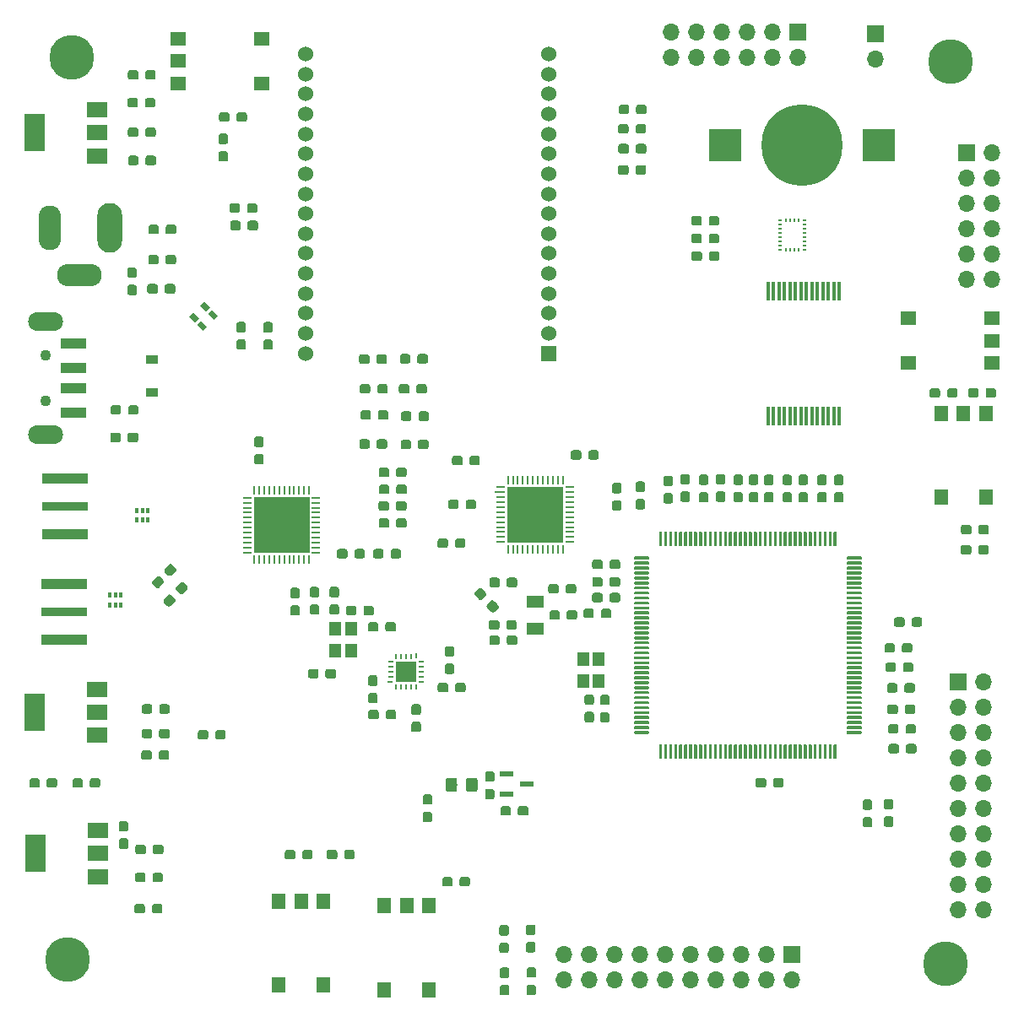
<source format=gts>
G04 #@! TF.GenerationSoftware,KiCad,Pcbnew,6.0.0-unknown-cbea514~86~ubuntu18.04.1*
G04 #@! TF.CreationDate,2019-06-12T12:50:56-05:00*
G04 #@! TF.ProjectId,power,706f7765-722e-46b6-9963-61645f706362,rev?*
G04 #@! TF.SameCoordinates,Original*
G04 #@! TF.FileFunction,Soldermask,Top*
G04 #@! TF.FilePolarity,Negative*
%FSLAX46Y46*%
G04 Gerber Fmt 4.6, Leading zero omitted, Abs format (unit mm)*
G04 Created by KiCad (PCBNEW 6.0.0-unknown-cbea514~86~ubuntu18.04.1) date 2019-06-12 12:50:56*
%MOMM*%
%LPD*%
G04 APERTURE LIST*
%ADD10O,4.500000X2.250000*%
%ADD11O,2.250000X4.500000*%
%ADD12O,2.500000X5.000000*%
%ADD13R,2.000000X1.500000*%
%ADD14R,2.000000X3.800000*%
%ADD15C,0.150000*%
%ADD16C,0.950000*%
%ADD17C,0.300000*%
%ADD18O,1.700000X1.700000*%
%ADD19R,1.700000X1.700000*%
%ADD20C,1.524000*%
%ADD21R,1.524000X1.524000*%
%ADD22R,5.588000X5.588000*%
%ADD23R,0.264800X0.807999*%
%ADD24R,0.807999X0.264800*%
%ADD25R,1.007999X0.264800*%
%ADD26R,0.380000X1.870000*%
%ADD27R,0.264800X0.907999*%
%ADD28R,1.198880X1.399540*%
%ADD29R,1.800000X1.200000*%
%ADD30R,0.260000X0.620000*%
%ADD31R,0.620000X0.260000*%
%ADD32R,2.000000X2.000000*%
%ADD33R,1.397000X1.600200*%
%ADD34R,1.600200X1.397000*%
%ADD35R,0.350000X0.230000*%
%ADD36R,0.230000X0.350000*%
%ADD37R,0.304800X0.508000*%
%ADD38R,1.320800X0.558800*%
%ADD39C,0.558800*%
%ADD40R,4.560000X0.850000*%
%ADD41R,4.560000X1.000000*%
%ADD42R,2.500000X1.100000*%
%ADD43O,3.500000X1.900000*%
%ADD44C,1.100000*%
%ADD45C,4.500000*%
%ADD46C,1.150000*%
%ADD47R,1.200000X0.900000*%
%ADD48R,3.200000X3.200000*%
%ADD49C,8.130000*%
G04 APERTURE END LIST*
D10*
X57861200Y-41630600D03*
D11*
X54861200Y-36930600D03*
D12*
X60861200Y-36930600D03*
D13*
X59639200Y-29683740D03*
X59639200Y-25083740D03*
X59639200Y-27383740D03*
D14*
X53339200Y-27383740D03*
D13*
X59723420Y-101987380D03*
X59723420Y-97387380D03*
X59723420Y-99687380D03*
D14*
X53423420Y-99687380D03*
D13*
X59670080Y-87814180D03*
X59670080Y-83214180D03*
X59670080Y-85514180D03*
D14*
X53370080Y-85514180D03*
D15*
G36*
X72385321Y-87298074D02*
G01*
X72465218Y-87356122D01*
X72514597Y-87441649D01*
X72526221Y-87515041D01*
X72526221Y-87990041D01*
X72505688Y-88086641D01*
X72447640Y-88166538D01*
X72362113Y-88215917D01*
X72288721Y-88227541D01*
X71713721Y-88227541D01*
X71617121Y-88207008D01*
X71537224Y-88148960D01*
X71487845Y-88063433D01*
X71476221Y-87990041D01*
X71476221Y-87515041D01*
X71496754Y-87418441D01*
X71554802Y-87338544D01*
X71640329Y-87289165D01*
X71713721Y-87277541D01*
X72288721Y-87277541D01*
X72385321Y-87298074D01*
X72385321Y-87298074D01*
G37*
D16*
X72001221Y-87752541D03*
D15*
G36*
X70635321Y-87298074D02*
G01*
X70715218Y-87356122D01*
X70764597Y-87441649D01*
X70776221Y-87515041D01*
X70776221Y-87990041D01*
X70755688Y-88086641D01*
X70697640Y-88166538D01*
X70612113Y-88215917D01*
X70538721Y-88227541D01*
X69963721Y-88227541D01*
X69867121Y-88207008D01*
X69787224Y-88148960D01*
X69737845Y-88063433D01*
X69726221Y-87990041D01*
X69726221Y-87515041D01*
X69746754Y-87418441D01*
X69804802Y-87338544D01*
X69890329Y-87289165D01*
X69963721Y-87277541D01*
X70538721Y-87277541D01*
X70635321Y-87298074D01*
X70635321Y-87298074D01*
G37*
D16*
X70251221Y-87752541D03*
D15*
G36*
X116277033Y-67413467D02*
G01*
X116299000Y-67466500D01*
X116299000Y-68791500D01*
X116277033Y-68844533D01*
X116224000Y-68866500D01*
X116074000Y-68866500D01*
X116020967Y-68844533D01*
X115999000Y-68791500D01*
X115999000Y-67466500D01*
X116020967Y-67413467D01*
X116074000Y-67391500D01*
X116224000Y-67391500D01*
X116277033Y-67413467D01*
X116277033Y-67413467D01*
G37*
D17*
X116149000Y-68129000D03*
D15*
G36*
X116777033Y-67413467D02*
G01*
X116799000Y-67466500D01*
X116799000Y-68791500D01*
X116777033Y-68844533D01*
X116724000Y-68866500D01*
X116574000Y-68866500D01*
X116520967Y-68844533D01*
X116499000Y-68791500D01*
X116499000Y-67466500D01*
X116520967Y-67413467D01*
X116574000Y-67391500D01*
X116724000Y-67391500D01*
X116777033Y-67413467D01*
X116777033Y-67413467D01*
G37*
D17*
X116649000Y-68129000D03*
D15*
G36*
X117277033Y-67413467D02*
G01*
X117299000Y-67466500D01*
X117299000Y-68791500D01*
X117277033Y-68844533D01*
X117224000Y-68866500D01*
X117074000Y-68866500D01*
X117020967Y-68844533D01*
X116999000Y-68791500D01*
X116999000Y-67466500D01*
X117020967Y-67413467D01*
X117074000Y-67391500D01*
X117224000Y-67391500D01*
X117277033Y-67413467D01*
X117277033Y-67413467D01*
G37*
D17*
X117149000Y-68129000D03*
D15*
G36*
X117777033Y-67413467D02*
G01*
X117799000Y-67466500D01*
X117799000Y-68791500D01*
X117777033Y-68844533D01*
X117724000Y-68866500D01*
X117574000Y-68866500D01*
X117520967Y-68844533D01*
X117499000Y-68791500D01*
X117499000Y-67466500D01*
X117520967Y-67413467D01*
X117574000Y-67391500D01*
X117724000Y-67391500D01*
X117777033Y-67413467D01*
X117777033Y-67413467D01*
G37*
D17*
X117649000Y-68129000D03*
D15*
G36*
X118277033Y-67413467D02*
G01*
X118299000Y-67466500D01*
X118299000Y-68791500D01*
X118277033Y-68844533D01*
X118224000Y-68866500D01*
X118074000Y-68866500D01*
X118020967Y-68844533D01*
X117999000Y-68791500D01*
X117999000Y-67466500D01*
X118020967Y-67413467D01*
X118074000Y-67391500D01*
X118224000Y-67391500D01*
X118277033Y-67413467D01*
X118277033Y-67413467D01*
G37*
D17*
X118149000Y-68129000D03*
D15*
G36*
X118777033Y-67413467D02*
G01*
X118799000Y-67466500D01*
X118799000Y-68791500D01*
X118777033Y-68844533D01*
X118724000Y-68866500D01*
X118574000Y-68866500D01*
X118520967Y-68844533D01*
X118499000Y-68791500D01*
X118499000Y-67466500D01*
X118520967Y-67413467D01*
X118574000Y-67391500D01*
X118724000Y-67391500D01*
X118777033Y-67413467D01*
X118777033Y-67413467D01*
G37*
D17*
X118649000Y-68129000D03*
D15*
G36*
X119277033Y-67413467D02*
G01*
X119299000Y-67466500D01*
X119299000Y-68791500D01*
X119277033Y-68844533D01*
X119224000Y-68866500D01*
X119074000Y-68866500D01*
X119020967Y-68844533D01*
X118999000Y-68791500D01*
X118999000Y-67466500D01*
X119020967Y-67413467D01*
X119074000Y-67391500D01*
X119224000Y-67391500D01*
X119277033Y-67413467D01*
X119277033Y-67413467D01*
G37*
D17*
X119149000Y-68129000D03*
D15*
G36*
X119777033Y-67413467D02*
G01*
X119799000Y-67466500D01*
X119799000Y-68791500D01*
X119777033Y-68844533D01*
X119724000Y-68866500D01*
X119574000Y-68866500D01*
X119520967Y-68844533D01*
X119499000Y-68791500D01*
X119499000Y-67466500D01*
X119520967Y-67413467D01*
X119574000Y-67391500D01*
X119724000Y-67391500D01*
X119777033Y-67413467D01*
X119777033Y-67413467D01*
G37*
D17*
X119649000Y-68129000D03*
D15*
G36*
X120277033Y-67413467D02*
G01*
X120299000Y-67466500D01*
X120299000Y-68791500D01*
X120277033Y-68844533D01*
X120224000Y-68866500D01*
X120074000Y-68866500D01*
X120020967Y-68844533D01*
X119999000Y-68791500D01*
X119999000Y-67466500D01*
X120020967Y-67413467D01*
X120074000Y-67391500D01*
X120224000Y-67391500D01*
X120277033Y-67413467D01*
X120277033Y-67413467D01*
G37*
D17*
X120149000Y-68129000D03*
D15*
G36*
X120777033Y-67413467D02*
G01*
X120799000Y-67466500D01*
X120799000Y-68791500D01*
X120777033Y-68844533D01*
X120724000Y-68866500D01*
X120574000Y-68866500D01*
X120520967Y-68844533D01*
X120499000Y-68791500D01*
X120499000Y-67466500D01*
X120520967Y-67413467D01*
X120574000Y-67391500D01*
X120724000Y-67391500D01*
X120777033Y-67413467D01*
X120777033Y-67413467D01*
G37*
D17*
X120649000Y-68129000D03*
D15*
G36*
X121277033Y-67413467D02*
G01*
X121299000Y-67466500D01*
X121299000Y-68791500D01*
X121277033Y-68844533D01*
X121224000Y-68866500D01*
X121074000Y-68866500D01*
X121020967Y-68844533D01*
X120999000Y-68791500D01*
X120999000Y-67466500D01*
X121020967Y-67413467D01*
X121074000Y-67391500D01*
X121224000Y-67391500D01*
X121277033Y-67413467D01*
X121277033Y-67413467D01*
G37*
D17*
X121149000Y-68129000D03*
D15*
G36*
X121777033Y-67413467D02*
G01*
X121799000Y-67466500D01*
X121799000Y-68791500D01*
X121777033Y-68844533D01*
X121724000Y-68866500D01*
X121574000Y-68866500D01*
X121520967Y-68844533D01*
X121499000Y-68791500D01*
X121499000Y-67466500D01*
X121520967Y-67413467D01*
X121574000Y-67391500D01*
X121724000Y-67391500D01*
X121777033Y-67413467D01*
X121777033Y-67413467D01*
G37*
D17*
X121649000Y-68129000D03*
D15*
G36*
X122277033Y-67413467D02*
G01*
X122299000Y-67466500D01*
X122299000Y-68791500D01*
X122277033Y-68844533D01*
X122224000Y-68866500D01*
X122074000Y-68866500D01*
X122020967Y-68844533D01*
X121999000Y-68791500D01*
X121999000Y-67466500D01*
X122020967Y-67413467D01*
X122074000Y-67391500D01*
X122224000Y-67391500D01*
X122277033Y-67413467D01*
X122277033Y-67413467D01*
G37*
D17*
X122149000Y-68129000D03*
D15*
G36*
X122777033Y-67413467D02*
G01*
X122799000Y-67466500D01*
X122799000Y-68791500D01*
X122777033Y-68844533D01*
X122724000Y-68866500D01*
X122574000Y-68866500D01*
X122520967Y-68844533D01*
X122499000Y-68791500D01*
X122499000Y-67466500D01*
X122520967Y-67413467D01*
X122574000Y-67391500D01*
X122724000Y-67391500D01*
X122777033Y-67413467D01*
X122777033Y-67413467D01*
G37*
D17*
X122649000Y-68129000D03*
D15*
G36*
X123277033Y-67413467D02*
G01*
X123299000Y-67466500D01*
X123299000Y-68791500D01*
X123277033Y-68844533D01*
X123224000Y-68866500D01*
X123074000Y-68866500D01*
X123020967Y-68844533D01*
X122999000Y-68791500D01*
X122999000Y-67466500D01*
X123020967Y-67413467D01*
X123074000Y-67391500D01*
X123224000Y-67391500D01*
X123277033Y-67413467D01*
X123277033Y-67413467D01*
G37*
D17*
X123149000Y-68129000D03*
D15*
G36*
X123777033Y-67413467D02*
G01*
X123799000Y-67466500D01*
X123799000Y-68791500D01*
X123777033Y-68844533D01*
X123724000Y-68866500D01*
X123574000Y-68866500D01*
X123520967Y-68844533D01*
X123499000Y-68791500D01*
X123499000Y-67466500D01*
X123520967Y-67413467D01*
X123574000Y-67391500D01*
X123724000Y-67391500D01*
X123777033Y-67413467D01*
X123777033Y-67413467D01*
G37*
D17*
X123649000Y-68129000D03*
D15*
G36*
X124277033Y-67413467D02*
G01*
X124299000Y-67466500D01*
X124299000Y-68791500D01*
X124277033Y-68844533D01*
X124224000Y-68866500D01*
X124074000Y-68866500D01*
X124020967Y-68844533D01*
X123999000Y-68791500D01*
X123999000Y-67466500D01*
X124020967Y-67413467D01*
X124074000Y-67391500D01*
X124224000Y-67391500D01*
X124277033Y-67413467D01*
X124277033Y-67413467D01*
G37*
D17*
X124149000Y-68129000D03*
D15*
G36*
X124777033Y-67413467D02*
G01*
X124799000Y-67466500D01*
X124799000Y-68791500D01*
X124777033Y-68844533D01*
X124724000Y-68866500D01*
X124574000Y-68866500D01*
X124520967Y-68844533D01*
X124499000Y-68791500D01*
X124499000Y-67466500D01*
X124520967Y-67413467D01*
X124574000Y-67391500D01*
X124724000Y-67391500D01*
X124777033Y-67413467D01*
X124777033Y-67413467D01*
G37*
D17*
X124649000Y-68129000D03*
D15*
G36*
X125277033Y-67413467D02*
G01*
X125299000Y-67466500D01*
X125299000Y-68791500D01*
X125277033Y-68844533D01*
X125224000Y-68866500D01*
X125074000Y-68866500D01*
X125020967Y-68844533D01*
X124999000Y-68791500D01*
X124999000Y-67466500D01*
X125020967Y-67413467D01*
X125074000Y-67391500D01*
X125224000Y-67391500D01*
X125277033Y-67413467D01*
X125277033Y-67413467D01*
G37*
D17*
X125149000Y-68129000D03*
D15*
G36*
X125777033Y-67413467D02*
G01*
X125799000Y-67466500D01*
X125799000Y-68791500D01*
X125777033Y-68844533D01*
X125724000Y-68866500D01*
X125574000Y-68866500D01*
X125520967Y-68844533D01*
X125499000Y-68791500D01*
X125499000Y-67466500D01*
X125520967Y-67413467D01*
X125574000Y-67391500D01*
X125724000Y-67391500D01*
X125777033Y-67413467D01*
X125777033Y-67413467D01*
G37*
D17*
X125649000Y-68129000D03*
D15*
G36*
X126277033Y-67413467D02*
G01*
X126299000Y-67466500D01*
X126299000Y-68791500D01*
X126277033Y-68844533D01*
X126224000Y-68866500D01*
X126074000Y-68866500D01*
X126020967Y-68844533D01*
X125999000Y-68791500D01*
X125999000Y-67466500D01*
X126020967Y-67413467D01*
X126074000Y-67391500D01*
X126224000Y-67391500D01*
X126277033Y-67413467D01*
X126277033Y-67413467D01*
G37*
D17*
X126149000Y-68129000D03*
D15*
G36*
X126777033Y-67413467D02*
G01*
X126799000Y-67466500D01*
X126799000Y-68791500D01*
X126777033Y-68844533D01*
X126724000Y-68866500D01*
X126574000Y-68866500D01*
X126520967Y-68844533D01*
X126499000Y-68791500D01*
X126499000Y-67466500D01*
X126520967Y-67413467D01*
X126574000Y-67391500D01*
X126724000Y-67391500D01*
X126777033Y-67413467D01*
X126777033Y-67413467D01*
G37*
D17*
X126649000Y-68129000D03*
D15*
G36*
X127277033Y-67413467D02*
G01*
X127299000Y-67466500D01*
X127299000Y-68791500D01*
X127277033Y-68844533D01*
X127224000Y-68866500D01*
X127074000Y-68866500D01*
X127020967Y-68844533D01*
X126999000Y-68791500D01*
X126999000Y-67466500D01*
X127020967Y-67413467D01*
X127074000Y-67391500D01*
X127224000Y-67391500D01*
X127277033Y-67413467D01*
X127277033Y-67413467D01*
G37*
D17*
X127149000Y-68129000D03*
D15*
G36*
X127777033Y-67413467D02*
G01*
X127799000Y-67466500D01*
X127799000Y-68791500D01*
X127777033Y-68844533D01*
X127724000Y-68866500D01*
X127574000Y-68866500D01*
X127520967Y-68844533D01*
X127499000Y-68791500D01*
X127499000Y-67466500D01*
X127520967Y-67413467D01*
X127574000Y-67391500D01*
X127724000Y-67391500D01*
X127777033Y-67413467D01*
X127777033Y-67413467D01*
G37*
D17*
X127649000Y-68129000D03*
D15*
G36*
X128277033Y-67413467D02*
G01*
X128299000Y-67466500D01*
X128299000Y-68791500D01*
X128277033Y-68844533D01*
X128224000Y-68866500D01*
X128074000Y-68866500D01*
X128020967Y-68844533D01*
X127999000Y-68791500D01*
X127999000Y-67466500D01*
X128020967Y-67413467D01*
X128074000Y-67391500D01*
X128224000Y-67391500D01*
X128277033Y-67413467D01*
X128277033Y-67413467D01*
G37*
D17*
X128149000Y-68129000D03*
D15*
G36*
X128777033Y-67413467D02*
G01*
X128799000Y-67466500D01*
X128799000Y-68791500D01*
X128777033Y-68844533D01*
X128724000Y-68866500D01*
X128574000Y-68866500D01*
X128520967Y-68844533D01*
X128499000Y-68791500D01*
X128499000Y-67466500D01*
X128520967Y-67413467D01*
X128574000Y-67391500D01*
X128724000Y-67391500D01*
X128777033Y-67413467D01*
X128777033Y-67413467D01*
G37*
D17*
X128649000Y-68129000D03*
D15*
G36*
X129277033Y-67413467D02*
G01*
X129299000Y-67466500D01*
X129299000Y-68791500D01*
X129277033Y-68844533D01*
X129224000Y-68866500D01*
X129074000Y-68866500D01*
X129020967Y-68844533D01*
X128999000Y-68791500D01*
X128999000Y-67466500D01*
X129020967Y-67413467D01*
X129074000Y-67391500D01*
X129224000Y-67391500D01*
X129277033Y-67413467D01*
X129277033Y-67413467D01*
G37*
D17*
X129149000Y-68129000D03*
D15*
G36*
X129777033Y-67413467D02*
G01*
X129799000Y-67466500D01*
X129799000Y-68791500D01*
X129777033Y-68844533D01*
X129724000Y-68866500D01*
X129574000Y-68866500D01*
X129520967Y-68844533D01*
X129499000Y-68791500D01*
X129499000Y-67466500D01*
X129520967Y-67413467D01*
X129574000Y-67391500D01*
X129724000Y-67391500D01*
X129777033Y-67413467D01*
X129777033Y-67413467D01*
G37*
D17*
X129649000Y-68129000D03*
D15*
G36*
X130277033Y-67413467D02*
G01*
X130299000Y-67466500D01*
X130299000Y-68791500D01*
X130277033Y-68844533D01*
X130224000Y-68866500D01*
X130074000Y-68866500D01*
X130020967Y-68844533D01*
X129999000Y-68791500D01*
X129999000Y-67466500D01*
X130020967Y-67413467D01*
X130074000Y-67391500D01*
X130224000Y-67391500D01*
X130277033Y-67413467D01*
X130277033Y-67413467D01*
G37*
D17*
X130149000Y-68129000D03*
D15*
G36*
X130777033Y-67413467D02*
G01*
X130799000Y-67466500D01*
X130799000Y-68791500D01*
X130777033Y-68844533D01*
X130724000Y-68866500D01*
X130574000Y-68866500D01*
X130520967Y-68844533D01*
X130499000Y-68791500D01*
X130499000Y-67466500D01*
X130520967Y-67413467D01*
X130574000Y-67391500D01*
X130724000Y-67391500D01*
X130777033Y-67413467D01*
X130777033Y-67413467D01*
G37*
D17*
X130649000Y-68129000D03*
D15*
G36*
X131277033Y-67413467D02*
G01*
X131299000Y-67466500D01*
X131299000Y-68791500D01*
X131277033Y-68844533D01*
X131224000Y-68866500D01*
X131074000Y-68866500D01*
X131020967Y-68844533D01*
X130999000Y-68791500D01*
X130999000Y-67466500D01*
X131020967Y-67413467D01*
X131074000Y-67391500D01*
X131224000Y-67391500D01*
X131277033Y-67413467D01*
X131277033Y-67413467D01*
G37*
D17*
X131149000Y-68129000D03*
D15*
G36*
X131777033Y-67413467D02*
G01*
X131799000Y-67466500D01*
X131799000Y-68791500D01*
X131777033Y-68844533D01*
X131724000Y-68866500D01*
X131574000Y-68866500D01*
X131520967Y-68844533D01*
X131499000Y-68791500D01*
X131499000Y-67466500D01*
X131520967Y-67413467D01*
X131574000Y-67391500D01*
X131724000Y-67391500D01*
X131777033Y-67413467D01*
X131777033Y-67413467D01*
G37*
D17*
X131649000Y-68129000D03*
D15*
G36*
X132277033Y-67413467D02*
G01*
X132299000Y-67466500D01*
X132299000Y-68791500D01*
X132277033Y-68844533D01*
X132224000Y-68866500D01*
X132074000Y-68866500D01*
X132020967Y-68844533D01*
X131999000Y-68791500D01*
X131999000Y-67466500D01*
X132020967Y-67413467D01*
X132074000Y-67391500D01*
X132224000Y-67391500D01*
X132277033Y-67413467D01*
X132277033Y-67413467D01*
G37*
D17*
X132149000Y-68129000D03*
D15*
G36*
X132777033Y-67413467D02*
G01*
X132799000Y-67466500D01*
X132799000Y-68791500D01*
X132777033Y-68844533D01*
X132724000Y-68866500D01*
X132574000Y-68866500D01*
X132520967Y-68844533D01*
X132499000Y-68791500D01*
X132499000Y-67466500D01*
X132520967Y-67413467D01*
X132574000Y-67391500D01*
X132724000Y-67391500D01*
X132777033Y-67413467D01*
X132777033Y-67413467D01*
G37*
D17*
X132649000Y-68129000D03*
D15*
G36*
X133277033Y-67413467D02*
G01*
X133299000Y-67466500D01*
X133299000Y-68791500D01*
X133277033Y-68844533D01*
X133224000Y-68866500D01*
X133074000Y-68866500D01*
X133020967Y-68844533D01*
X132999000Y-68791500D01*
X132999000Y-67466500D01*
X133020967Y-67413467D01*
X133074000Y-67391500D01*
X133224000Y-67391500D01*
X133277033Y-67413467D01*
X133277033Y-67413467D01*
G37*
D17*
X133149000Y-68129000D03*
D15*
G36*
X133777033Y-67413467D02*
G01*
X133799000Y-67466500D01*
X133799000Y-68791500D01*
X133777033Y-68844533D01*
X133724000Y-68866500D01*
X133574000Y-68866500D01*
X133520967Y-68844533D01*
X133499000Y-68791500D01*
X133499000Y-67466500D01*
X133520967Y-67413467D01*
X133574000Y-67391500D01*
X133724000Y-67391500D01*
X133777033Y-67413467D01*
X133777033Y-67413467D01*
G37*
D17*
X133649000Y-68129000D03*
D15*
G36*
X136277033Y-69913467D02*
G01*
X136299000Y-69966500D01*
X136299000Y-70116500D01*
X136277033Y-70169533D01*
X136224000Y-70191500D01*
X134899000Y-70191500D01*
X134845967Y-70169533D01*
X134824000Y-70116500D01*
X134824000Y-69966500D01*
X134845967Y-69913467D01*
X134899000Y-69891500D01*
X136224000Y-69891500D01*
X136277033Y-69913467D01*
X136277033Y-69913467D01*
G37*
D17*
X135561500Y-70041500D03*
D15*
G36*
X136277033Y-70413467D02*
G01*
X136299000Y-70466500D01*
X136299000Y-70616500D01*
X136277033Y-70669533D01*
X136224000Y-70691500D01*
X134899000Y-70691500D01*
X134845967Y-70669533D01*
X134824000Y-70616500D01*
X134824000Y-70466500D01*
X134845967Y-70413467D01*
X134899000Y-70391500D01*
X136224000Y-70391500D01*
X136277033Y-70413467D01*
X136277033Y-70413467D01*
G37*
D17*
X135561500Y-70541500D03*
D15*
G36*
X136277033Y-70913467D02*
G01*
X136299000Y-70966500D01*
X136299000Y-71116500D01*
X136277033Y-71169533D01*
X136224000Y-71191500D01*
X134899000Y-71191500D01*
X134845967Y-71169533D01*
X134824000Y-71116500D01*
X134824000Y-70966500D01*
X134845967Y-70913467D01*
X134899000Y-70891500D01*
X136224000Y-70891500D01*
X136277033Y-70913467D01*
X136277033Y-70913467D01*
G37*
D17*
X135561500Y-71041500D03*
D15*
G36*
X136277033Y-71413467D02*
G01*
X136299000Y-71466500D01*
X136299000Y-71616500D01*
X136277033Y-71669533D01*
X136224000Y-71691500D01*
X134899000Y-71691500D01*
X134845967Y-71669533D01*
X134824000Y-71616500D01*
X134824000Y-71466500D01*
X134845967Y-71413467D01*
X134899000Y-71391500D01*
X136224000Y-71391500D01*
X136277033Y-71413467D01*
X136277033Y-71413467D01*
G37*
D17*
X135561500Y-71541500D03*
D15*
G36*
X136277033Y-71913467D02*
G01*
X136299000Y-71966500D01*
X136299000Y-72116500D01*
X136277033Y-72169533D01*
X136224000Y-72191500D01*
X134899000Y-72191500D01*
X134845967Y-72169533D01*
X134824000Y-72116500D01*
X134824000Y-71966500D01*
X134845967Y-71913467D01*
X134899000Y-71891500D01*
X136224000Y-71891500D01*
X136277033Y-71913467D01*
X136277033Y-71913467D01*
G37*
D17*
X135561500Y-72041500D03*
D15*
G36*
X136277033Y-72413467D02*
G01*
X136299000Y-72466500D01*
X136299000Y-72616500D01*
X136277033Y-72669533D01*
X136224000Y-72691500D01*
X134899000Y-72691500D01*
X134845967Y-72669533D01*
X134824000Y-72616500D01*
X134824000Y-72466500D01*
X134845967Y-72413467D01*
X134899000Y-72391500D01*
X136224000Y-72391500D01*
X136277033Y-72413467D01*
X136277033Y-72413467D01*
G37*
D17*
X135561500Y-72541500D03*
D15*
G36*
X136277033Y-72913467D02*
G01*
X136299000Y-72966500D01*
X136299000Y-73116500D01*
X136277033Y-73169533D01*
X136224000Y-73191500D01*
X134899000Y-73191500D01*
X134845967Y-73169533D01*
X134824000Y-73116500D01*
X134824000Y-72966500D01*
X134845967Y-72913467D01*
X134899000Y-72891500D01*
X136224000Y-72891500D01*
X136277033Y-72913467D01*
X136277033Y-72913467D01*
G37*
D17*
X135561500Y-73041500D03*
D15*
G36*
X136277033Y-73413467D02*
G01*
X136299000Y-73466500D01*
X136299000Y-73616500D01*
X136277033Y-73669533D01*
X136224000Y-73691500D01*
X134899000Y-73691500D01*
X134845967Y-73669533D01*
X134824000Y-73616500D01*
X134824000Y-73466500D01*
X134845967Y-73413467D01*
X134899000Y-73391500D01*
X136224000Y-73391500D01*
X136277033Y-73413467D01*
X136277033Y-73413467D01*
G37*
D17*
X135561500Y-73541500D03*
D15*
G36*
X136277033Y-73913467D02*
G01*
X136299000Y-73966500D01*
X136299000Y-74116500D01*
X136277033Y-74169533D01*
X136224000Y-74191500D01*
X134899000Y-74191500D01*
X134845967Y-74169533D01*
X134824000Y-74116500D01*
X134824000Y-73966500D01*
X134845967Y-73913467D01*
X134899000Y-73891500D01*
X136224000Y-73891500D01*
X136277033Y-73913467D01*
X136277033Y-73913467D01*
G37*
D17*
X135561500Y-74041500D03*
D15*
G36*
X136277033Y-74413467D02*
G01*
X136299000Y-74466500D01*
X136299000Y-74616500D01*
X136277033Y-74669533D01*
X136224000Y-74691500D01*
X134899000Y-74691500D01*
X134845967Y-74669533D01*
X134824000Y-74616500D01*
X134824000Y-74466500D01*
X134845967Y-74413467D01*
X134899000Y-74391500D01*
X136224000Y-74391500D01*
X136277033Y-74413467D01*
X136277033Y-74413467D01*
G37*
D17*
X135561500Y-74541500D03*
D15*
G36*
X136277033Y-74913467D02*
G01*
X136299000Y-74966500D01*
X136299000Y-75116500D01*
X136277033Y-75169533D01*
X136224000Y-75191500D01*
X134899000Y-75191500D01*
X134845967Y-75169533D01*
X134824000Y-75116500D01*
X134824000Y-74966500D01*
X134845967Y-74913467D01*
X134899000Y-74891500D01*
X136224000Y-74891500D01*
X136277033Y-74913467D01*
X136277033Y-74913467D01*
G37*
D17*
X135561500Y-75041500D03*
D15*
G36*
X136277033Y-75413467D02*
G01*
X136299000Y-75466500D01*
X136299000Y-75616500D01*
X136277033Y-75669533D01*
X136224000Y-75691500D01*
X134899000Y-75691500D01*
X134845967Y-75669533D01*
X134824000Y-75616500D01*
X134824000Y-75466500D01*
X134845967Y-75413467D01*
X134899000Y-75391500D01*
X136224000Y-75391500D01*
X136277033Y-75413467D01*
X136277033Y-75413467D01*
G37*
D17*
X135561500Y-75541500D03*
D15*
G36*
X136277033Y-75913467D02*
G01*
X136299000Y-75966500D01*
X136299000Y-76116500D01*
X136277033Y-76169533D01*
X136224000Y-76191500D01*
X134899000Y-76191500D01*
X134845967Y-76169533D01*
X134824000Y-76116500D01*
X134824000Y-75966500D01*
X134845967Y-75913467D01*
X134899000Y-75891500D01*
X136224000Y-75891500D01*
X136277033Y-75913467D01*
X136277033Y-75913467D01*
G37*
D17*
X135561500Y-76041500D03*
D15*
G36*
X136277033Y-76413467D02*
G01*
X136299000Y-76466500D01*
X136299000Y-76616500D01*
X136277033Y-76669533D01*
X136224000Y-76691500D01*
X134899000Y-76691500D01*
X134845967Y-76669533D01*
X134824000Y-76616500D01*
X134824000Y-76466500D01*
X134845967Y-76413467D01*
X134899000Y-76391500D01*
X136224000Y-76391500D01*
X136277033Y-76413467D01*
X136277033Y-76413467D01*
G37*
D17*
X135561500Y-76541500D03*
D15*
G36*
X136277033Y-76913467D02*
G01*
X136299000Y-76966500D01*
X136299000Y-77116500D01*
X136277033Y-77169533D01*
X136224000Y-77191500D01*
X134899000Y-77191500D01*
X134845967Y-77169533D01*
X134824000Y-77116500D01*
X134824000Y-76966500D01*
X134845967Y-76913467D01*
X134899000Y-76891500D01*
X136224000Y-76891500D01*
X136277033Y-76913467D01*
X136277033Y-76913467D01*
G37*
D17*
X135561500Y-77041500D03*
D15*
G36*
X136277033Y-77413467D02*
G01*
X136299000Y-77466500D01*
X136299000Y-77616500D01*
X136277033Y-77669533D01*
X136224000Y-77691500D01*
X134899000Y-77691500D01*
X134845967Y-77669533D01*
X134824000Y-77616500D01*
X134824000Y-77466500D01*
X134845967Y-77413467D01*
X134899000Y-77391500D01*
X136224000Y-77391500D01*
X136277033Y-77413467D01*
X136277033Y-77413467D01*
G37*
D17*
X135561500Y-77541500D03*
D15*
G36*
X136277033Y-77913467D02*
G01*
X136299000Y-77966500D01*
X136299000Y-78116500D01*
X136277033Y-78169533D01*
X136224000Y-78191500D01*
X134899000Y-78191500D01*
X134845967Y-78169533D01*
X134824000Y-78116500D01*
X134824000Y-77966500D01*
X134845967Y-77913467D01*
X134899000Y-77891500D01*
X136224000Y-77891500D01*
X136277033Y-77913467D01*
X136277033Y-77913467D01*
G37*
D17*
X135561500Y-78041500D03*
D15*
G36*
X136277033Y-78413467D02*
G01*
X136299000Y-78466500D01*
X136299000Y-78616500D01*
X136277033Y-78669533D01*
X136224000Y-78691500D01*
X134899000Y-78691500D01*
X134845967Y-78669533D01*
X134824000Y-78616500D01*
X134824000Y-78466500D01*
X134845967Y-78413467D01*
X134899000Y-78391500D01*
X136224000Y-78391500D01*
X136277033Y-78413467D01*
X136277033Y-78413467D01*
G37*
D17*
X135561500Y-78541500D03*
D15*
G36*
X136277033Y-78913467D02*
G01*
X136299000Y-78966500D01*
X136299000Y-79116500D01*
X136277033Y-79169533D01*
X136224000Y-79191500D01*
X134899000Y-79191500D01*
X134845967Y-79169533D01*
X134824000Y-79116500D01*
X134824000Y-78966500D01*
X134845967Y-78913467D01*
X134899000Y-78891500D01*
X136224000Y-78891500D01*
X136277033Y-78913467D01*
X136277033Y-78913467D01*
G37*
D17*
X135561500Y-79041500D03*
D15*
G36*
X136277033Y-79413467D02*
G01*
X136299000Y-79466500D01*
X136299000Y-79616500D01*
X136277033Y-79669533D01*
X136224000Y-79691500D01*
X134899000Y-79691500D01*
X134845967Y-79669533D01*
X134824000Y-79616500D01*
X134824000Y-79466500D01*
X134845967Y-79413467D01*
X134899000Y-79391500D01*
X136224000Y-79391500D01*
X136277033Y-79413467D01*
X136277033Y-79413467D01*
G37*
D17*
X135561500Y-79541500D03*
D15*
G36*
X136277033Y-79913467D02*
G01*
X136299000Y-79966500D01*
X136299000Y-80116500D01*
X136277033Y-80169533D01*
X136224000Y-80191500D01*
X134899000Y-80191500D01*
X134845967Y-80169533D01*
X134824000Y-80116500D01*
X134824000Y-79966500D01*
X134845967Y-79913467D01*
X134899000Y-79891500D01*
X136224000Y-79891500D01*
X136277033Y-79913467D01*
X136277033Y-79913467D01*
G37*
D17*
X135561500Y-80041500D03*
D15*
G36*
X136277033Y-80413467D02*
G01*
X136299000Y-80466500D01*
X136299000Y-80616500D01*
X136277033Y-80669533D01*
X136224000Y-80691500D01*
X134899000Y-80691500D01*
X134845967Y-80669533D01*
X134824000Y-80616500D01*
X134824000Y-80466500D01*
X134845967Y-80413467D01*
X134899000Y-80391500D01*
X136224000Y-80391500D01*
X136277033Y-80413467D01*
X136277033Y-80413467D01*
G37*
D17*
X135561500Y-80541500D03*
D15*
G36*
X136277033Y-80913467D02*
G01*
X136299000Y-80966500D01*
X136299000Y-81116500D01*
X136277033Y-81169533D01*
X136224000Y-81191500D01*
X134899000Y-81191500D01*
X134845967Y-81169533D01*
X134824000Y-81116500D01*
X134824000Y-80966500D01*
X134845967Y-80913467D01*
X134899000Y-80891500D01*
X136224000Y-80891500D01*
X136277033Y-80913467D01*
X136277033Y-80913467D01*
G37*
D17*
X135561500Y-81041500D03*
D15*
G36*
X136277033Y-81413467D02*
G01*
X136299000Y-81466500D01*
X136299000Y-81616500D01*
X136277033Y-81669533D01*
X136224000Y-81691500D01*
X134899000Y-81691500D01*
X134845967Y-81669533D01*
X134824000Y-81616500D01*
X134824000Y-81466500D01*
X134845967Y-81413467D01*
X134899000Y-81391500D01*
X136224000Y-81391500D01*
X136277033Y-81413467D01*
X136277033Y-81413467D01*
G37*
D17*
X135561500Y-81541500D03*
D15*
G36*
X136277033Y-81913467D02*
G01*
X136299000Y-81966500D01*
X136299000Y-82116500D01*
X136277033Y-82169533D01*
X136224000Y-82191500D01*
X134899000Y-82191500D01*
X134845967Y-82169533D01*
X134824000Y-82116500D01*
X134824000Y-81966500D01*
X134845967Y-81913467D01*
X134899000Y-81891500D01*
X136224000Y-81891500D01*
X136277033Y-81913467D01*
X136277033Y-81913467D01*
G37*
D17*
X135561500Y-82041500D03*
D15*
G36*
X136277033Y-82413467D02*
G01*
X136299000Y-82466500D01*
X136299000Y-82616500D01*
X136277033Y-82669533D01*
X136224000Y-82691500D01*
X134899000Y-82691500D01*
X134845967Y-82669533D01*
X134824000Y-82616500D01*
X134824000Y-82466500D01*
X134845967Y-82413467D01*
X134899000Y-82391500D01*
X136224000Y-82391500D01*
X136277033Y-82413467D01*
X136277033Y-82413467D01*
G37*
D17*
X135561500Y-82541500D03*
D15*
G36*
X136277033Y-82913467D02*
G01*
X136299000Y-82966500D01*
X136299000Y-83116500D01*
X136277033Y-83169533D01*
X136224000Y-83191500D01*
X134899000Y-83191500D01*
X134845967Y-83169533D01*
X134824000Y-83116500D01*
X134824000Y-82966500D01*
X134845967Y-82913467D01*
X134899000Y-82891500D01*
X136224000Y-82891500D01*
X136277033Y-82913467D01*
X136277033Y-82913467D01*
G37*
D17*
X135561500Y-83041500D03*
D15*
G36*
X136277033Y-83413467D02*
G01*
X136299000Y-83466500D01*
X136299000Y-83616500D01*
X136277033Y-83669533D01*
X136224000Y-83691500D01*
X134899000Y-83691500D01*
X134845967Y-83669533D01*
X134824000Y-83616500D01*
X134824000Y-83466500D01*
X134845967Y-83413467D01*
X134899000Y-83391500D01*
X136224000Y-83391500D01*
X136277033Y-83413467D01*
X136277033Y-83413467D01*
G37*
D17*
X135561500Y-83541500D03*
D15*
G36*
X136277033Y-83913467D02*
G01*
X136299000Y-83966500D01*
X136299000Y-84116500D01*
X136277033Y-84169533D01*
X136224000Y-84191500D01*
X134899000Y-84191500D01*
X134845967Y-84169533D01*
X134824000Y-84116500D01*
X134824000Y-83966500D01*
X134845967Y-83913467D01*
X134899000Y-83891500D01*
X136224000Y-83891500D01*
X136277033Y-83913467D01*
X136277033Y-83913467D01*
G37*
D17*
X135561500Y-84041500D03*
D15*
G36*
X136277033Y-84413467D02*
G01*
X136299000Y-84466500D01*
X136299000Y-84616500D01*
X136277033Y-84669533D01*
X136224000Y-84691500D01*
X134899000Y-84691500D01*
X134845967Y-84669533D01*
X134824000Y-84616500D01*
X134824000Y-84466500D01*
X134845967Y-84413467D01*
X134899000Y-84391500D01*
X136224000Y-84391500D01*
X136277033Y-84413467D01*
X136277033Y-84413467D01*
G37*
D17*
X135561500Y-84541500D03*
D15*
G36*
X136277033Y-84913467D02*
G01*
X136299000Y-84966500D01*
X136299000Y-85116500D01*
X136277033Y-85169533D01*
X136224000Y-85191500D01*
X134899000Y-85191500D01*
X134845967Y-85169533D01*
X134824000Y-85116500D01*
X134824000Y-84966500D01*
X134845967Y-84913467D01*
X134899000Y-84891500D01*
X136224000Y-84891500D01*
X136277033Y-84913467D01*
X136277033Y-84913467D01*
G37*
D17*
X135561500Y-85041500D03*
D15*
G36*
X136277033Y-85413467D02*
G01*
X136299000Y-85466500D01*
X136299000Y-85616500D01*
X136277033Y-85669533D01*
X136224000Y-85691500D01*
X134899000Y-85691500D01*
X134845967Y-85669533D01*
X134824000Y-85616500D01*
X134824000Y-85466500D01*
X134845967Y-85413467D01*
X134899000Y-85391500D01*
X136224000Y-85391500D01*
X136277033Y-85413467D01*
X136277033Y-85413467D01*
G37*
D17*
X135561500Y-85541500D03*
D15*
G36*
X136277033Y-85913467D02*
G01*
X136299000Y-85966500D01*
X136299000Y-86116500D01*
X136277033Y-86169533D01*
X136224000Y-86191500D01*
X134899000Y-86191500D01*
X134845967Y-86169533D01*
X134824000Y-86116500D01*
X134824000Y-85966500D01*
X134845967Y-85913467D01*
X134899000Y-85891500D01*
X136224000Y-85891500D01*
X136277033Y-85913467D01*
X136277033Y-85913467D01*
G37*
D17*
X135561500Y-86041500D03*
D15*
G36*
X136277033Y-86413467D02*
G01*
X136299000Y-86466500D01*
X136299000Y-86616500D01*
X136277033Y-86669533D01*
X136224000Y-86691500D01*
X134899000Y-86691500D01*
X134845967Y-86669533D01*
X134824000Y-86616500D01*
X134824000Y-86466500D01*
X134845967Y-86413467D01*
X134899000Y-86391500D01*
X136224000Y-86391500D01*
X136277033Y-86413467D01*
X136277033Y-86413467D01*
G37*
D17*
X135561500Y-86541500D03*
D15*
G36*
X136277033Y-86913467D02*
G01*
X136299000Y-86966500D01*
X136299000Y-87116500D01*
X136277033Y-87169533D01*
X136224000Y-87191500D01*
X134899000Y-87191500D01*
X134845967Y-87169533D01*
X134824000Y-87116500D01*
X134824000Y-86966500D01*
X134845967Y-86913467D01*
X134899000Y-86891500D01*
X136224000Y-86891500D01*
X136277033Y-86913467D01*
X136277033Y-86913467D01*
G37*
D17*
X135561500Y-87041500D03*
D15*
G36*
X136277033Y-87413467D02*
G01*
X136299000Y-87466500D01*
X136299000Y-87616500D01*
X136277033Y-87669533D01*
X136224000Y-87691500D01*
X134899000Y-87691500D01*
X134845967Y-87669533D01*
X134824000Y-87616500D01*
X134824000Y-87466500D01*
X134845967Y-87413467D01*
X134899000Y-87391500D01*
X136224000Y-87391500D01*
X136277033Y-87413467D01*
X136277033Y-87413467D01*
G37*
D17*
X135561500Y-87541500D03*
D15*
G36*
X133777033Y-88738467D02*
G01*
X133799000Y-88791500D01*
X133799000Y-90116500D01*
X133777033Y-90169533D01*
X133724000Y-90191500D01*
X133574000Y-90191500D01*
X133520967Y-90169533D01*
X133499000Y-90116500D01*
X133499000Y-88791500D01*
X133520967Y-88738467D01*
X133574000Y-88716500D01*
X133724000Y-88716500D01*
X133777033Y-88738467D01*
X133777033Y-88738467D01*
G37*
D17*
X133649000Y-89454000D03*
D15*
G36*
X133277033Y-88738467D02*
G01*
X133299000Y-88791500D01*
X133299000Y-90116500D01*
X133277033Y-90169533D01*
X133224000Y-90191500D01*
X133074000Y-90191500D01*
X133020967Y-90169533D01*
X132999000Y-90116500D01*
X132999000Y-88791500D01*
X133020967Y-88738467D01*
X133074000Y-88716500D01*
X133224000Y-88716500D01*
X133277033Y-88738467D01*
X133277033Y-88738467D01*
G37*
D17*
X133149000Y-89454000D03*
D15*
G36*
X132777033Y-88738467D02*
G01*
X132799000Y-88791500D01*
X132799000Y-90116500D01*
X132777033Y-90169533D01*
X132724000Y-90191500D01*
X132574000Y-90191500D01*
X132520967Y-90169533D01*
X132499000Y-90116500D01*
X132499000Y-88791500D01*
X132520967Y-88738467D01*
X132574000Y-88716500D01*
X132724000Y-88716500D01*
X132777033Y-88738467D01*
X132777033Y-88738467D01*
G37*
D17*
X132649000Y-89454000D03*
D15*
G36*
X132277033Y-88738467D02*
G01*
X132299000Y-88791500D01*
X132299000Y-90116500D01*
X132277033Y-90169533D01*
X132224000Y-90191500D01*
X132074000Y-90191500D01*
X132020967Y-90169533D01*
X131999000Y-90116500D01*
X131999000Y-88791500D01*
X132020967Y-88738467D01*
X132074000Y-88716500D01*
X132224000Y-88716500D01*
X132277033Y-88738467D01*
X132277033Y-88738467D01*
G37*
D17*
X132149000Y-89454000D03*
D15*
G36*
X131777033Y-88738467D02*
G01*
X131799000Y-88791500D01*
X131799000Y-90116500D01*
X131777033Y-90169533D01*
X131724000Y-90191500D01*
X131574000Y-90191500D01*
X131520967Y-90169533D01*
X131499000Y-90116500D01*
X131499000Y-88791500D01*
X131520967Y-88738467D01*
X131574000Y-88716500D01*
X131724000Y-88716500D01*
X131777033Y-88738467D01*
X131777033Y-88738467D01*
G37*
D17*
X131649000Y-89454000D03*
D15*
G36*
X131277033Y-88738467D02*
G01*
X131299000Y-88791500D01*
X131299000Y-90116500D01*
X131277033Y-90169533D01*
X131224000Y-90191500D01*
X131074000Y-90191500D01*
X131020967Y-90169533D01*
X130999000Y-90116500D01*
X130999000Y-88791500D01*
X131020967Y-88738467D01*
X131074000Y-88716500D01*
X131224000Y-88716500D01*
X131277033Y-88738467D01*
X131277033Y-88738467D01*
G37*
D17*
X131149000Y-89454000D03*
D15*
G36*
X130777033Y-88738467D02*
G01*
X130799000Y-88791500D01*
X130799000Y-90116500D01*
X130777033Y-90169533D01*
X130724000Y-90191500D01*
X130574000Y-90191500D01*
X130520967Y-90169533D01*
X130499000Y-90116500D01*
X130499000Y-88791500D01*
X130520967Y-88738467D01*
X130574000Y-88716500D01*
X130724000Y-88716500D01*
X130777033Y-88738467D01*
X130777033Y-88738467D01*
G37*
D17*
X130649000Y-89454000D03*
D15*
G36*
X130277033Y-88738467D02*
G01*
X130299000Y-88791500D01*
X130299000Y-90116500D01*
X130277033Y-90169533D01*
X130224000Y-90191500D01*
X130074000Y-90191500D01*
X130020967Y-90169533D01*
X129999000Y-90116500D01*
X129999000Y-88791500D01*
X130020967Y-88738467D01*
X130074000Y-88716500D01*
X130224000Y-88716500D01*
X130277033Y-88738467D01*
X130277033Y-88738467D01*
G37*
D17*
X130149000Y-89454000D03*
D15*
G36*
X129777033Y-88738467D02*
G01*
X129799000Y-88791500D01*
X129799000Y-90116500D01*
X129777033Y-90169533D01*
X129724000Y-90191500D01*
X129574000Y-90191500D01*
X129520967Y-90169533D01*
X129499000Y-90116500D01*
X129499000Y-88791500D01*
X129520967Y-88738467D01*
X129574000Y-88716500D01*
X129724000Y-88716500D01*
X129777033Y-88738467D01*
X129777033Y-88738467D01*
G37*
D17*
X129649000Y-89454000D03*
D15*
G36*
X129277033Y-88738467D02*
G01*
X129299000Y-88791500D01*
X129299000Y-90116500D01*
X129277033Y-90169533D01*
X129224000Y-90191500D01*
X129074000Y-90191500D01*
X129020967Y-90169533D01*
X128999000Y-90116500D01*
X128999000Y-88791500D01*
X129020967Y-88738467D01*
X129074000Y-88716500D01*
X129224000Y-88716500D01*
X129277033Y-88738467D01*
X129277033Y-88738467D01*
G37*
D17*
X129149000Y-89454000D03*
D15*
G36*
X128777033Y-88738467D02*
G01*
X128799000Y-88791500D01*
X128799000Y-90116500D01*
X128777033Y-90169533D01*
X128724000Y-90191500D01*
X128574000Y-90191500D01*
X128520967Y-90169533D01*
X128499000Y-90116500D01*
X128499000Y-88791500D01*
X128520967Y-88738467D01*
X128574000Y-88716500D01*
X128724000Y-88716500D01*
X128777033Y-88738467D01*
X128777033Y-88738467D01*
G37*
D17*
X128649000Y-89454000D03*
D15*
G36*
X128277033Y-88738467D02*
G01*
X128299000Y-88791500D01*
X128299000Y-90116500D01*
X128277033Y-90169533D01*
X128224000Y-90191500D01*
X128074000Y-90191500D01*
X128020967Y-90169533D01*
X127999000Y-90116500D01*
X127999000Y-88791500D01*
X128020967Y-88738467D01*
X128074000Y-88716500D01*
X128224000Y-88716500D01*
X128277033Y-88738467D01*
X128277033Y-88738467D01*
G37*
D17*
X128149000Y-89454000D03*
D15*
G36*
X127777033Y-88738467D02*
G01*
X127799000Y-88791500D01*
X127799000Y-90116500D01*
X127777033Y-90169533D01*
X127724000Y-90191500D01*
X127574000Y-90191500D01*
X127520967Y-90169533D01*
X127499000Y-90116500D01*
X127499000Y-88791500D01*
X127520967Y-88738467D01*
X127574000Y-88716500D01*
X127724000Y-88716500D01*
X127777033Y-88738467D01*
X127777033Y-88738467D01*
G37*
D17*
X127649000Y-89454000D03*
D15*
G36*
X127277033Y-88738467D02*
G01*
X127299000Y-88791500D01*
X127299000Y-90116500D01*
X127277033Y-90169533D01*
X127224000Y-90191500D01*
X127074000Y-90191500D01*
X127020967Y-90169533D01*
X126999000Y-90116500D01*
X126999000Y-88791500D01*
X127020967Y-88738467D01*
X127074000Y-88716500D01*
X127224000Y-88716500D01*
X127277033Y-88738467D01*
X127277033Y-88738467D01*
G37*
D17*
X127149000Y-89454000D03*
D15*
G36*
X126777033Y-88738467D02*
G01*
X126799000Y-88791500D01*
X126799000Y-90116500D01*
X126777033Y-90169533D01*
X126724000Y-90191500D01*
X126574000Y-90191500D01*
X126520967Y-90169533D01*
X126499000Y-90116500D01*
X126499000Y-88791500D01*
X126520967Y-88738467D01*
X126574000Y-88716500D01*
X126724000Y-88716500D01*
X126777033Y-88738467D01*
X126777033Y-88738467D01*
G37*
D17*
X126649000Y-89454000D03*
D15*
G36*
X126277033Y-88738467D02*
G01*
X126299000Y-88791500D01*
X126299000Y-90116500D01*
X126277033Y-90169533D01*
X126224000Y-90191500D01*
X126074000Y-90191500D01*
X126020967Y-90169533D01*
X125999000Y-90116500D01*
X125999000Y-88791500D01*
X126020967Y-88738467D01*
X126074000Y-88716500D01*
X126224000Y-88716500D01*
X126277033Y-88738467D01*
X126277033Y-88738467D01*
G37*
D17*
X126149000Y-89454000D03*
D15*
G36*
X125777033Y-88738467D02*
G01*
X125799000Y-88791500D01*
X125799000Y-90116500D01*
X125777033Y-90169533D01*
X125724000Y-90191500D01*
X125574000Y-90191500D01*
X125520967Y-90169533D01*
X125499000Y-90116500D01*
X125499000Y-88791500D01*
X125520967Y-88738467D01*
X125574000Y-88716500D01*
X125724000Y-88716500D01*
X125777033Y-88738467D01*
X125777033Y-88738467D01*
G37*
D17*
X125649000Y-89454000D03*
D15*
G36*
X125277033Y-88738467D02*
G01*
X125299000Y-88791500D01*
X125299000Y-90116500D01*
X125277033Y-90169533D01*
X125224000Y-90191500D01*
X125074000Y-90191500D01*
X125020967Y-90169533D01*
X124999000Y-90116500D01*
X124999000Y-88791500D01*
X125020967Y-88738467D01*
X125074000Y-88716500D01*
X125224000Y-88716500D01*
X125277033Y-88738467D01*
X125277033Y-88738467D01*
G37*
D17*
X125149000Y-89454000D03*
D15*
G36*
X124777033Y-88738467D02*
G01*
X124799000Y-88791500D01*
X124799000Y-90116500D01*
X124777033Y-90169533D01*
X124724000Y-90191500D01*
X124574000Y-90191500D01*
X124520967Y-90169533D01*
X124499000Y-90116500D01*
X124499000Y-88791500D01*
X124520967Y-88738467D01*
X124574000Y-88716500D01*
X124724000Y-88716500D01*
X124777033Y-88738467D01*
X124777033Y-88738467D01*
G37*
D17*
X124649000Y-89454000D03*
D15*
G36*
X124277033Y-88738467D02*
G01*
X124299000Y-88791500D01*
X124299000Y-90116500D01*
X124277033Y-90169533D01*
X124224000Y-90191500D01*
X124074000Y-90191500D01*
X124020967Y-90169533D01*
X123999000Y-90116500D01*
X123999000Y-88791500D01*
X124020967Y-88738467D01*
X124074000Y-88716500D01*
X124224000Y-88716500D01*
X124277033Y-88738467D01*
X124277033Y-88738467D01*
G37*
D17*
X124149000Y-89454000D03*
D15*
G36*
X123777033Y-88738467D02*
G01*
X123799000Y-88791500D01*
X123799000Y-90116500D01*
X123777033Y-90169533D01*
X123724000Y-90191500D01*
X123574000Y-90191500D01*
X123520967Y-90169533D01*
X123499000Y-90116500D01*
X123499000Y-88791500D01*
X123520967Y-88738467D01*
X123574000Y-88716500D01*
X123724000Y-88716500D01*
X123777033Y-88738467D01*
X123777033Y-88738467D01*
G37*
D17*
X123649000Y-89454000D03*
D15*
G36*
X123277033Y-88738467D02*
G01*
X123299000Y-88791500D01*
X123299000Y-90116500D01*
X123277033Y-90169533D01*
X123224000Y-90191500D01*
X123074000Y-90191500D01*
X123020967Y-90169533D01*
X122999000Y-90116500D01*
X122999000Y-88791500D01*
X123020967Y-88738467D01*
X123074000Y-88716500D01*
X123224000Y-88716500D01*
X123277033Y-88738467D01*
X123277033Y-88738467D01*
G37*
D17*
X123149000Y-89454000D03*
D15*
G36*
X122777033Y-88738467D02*
G01*
X122799000Y-88791500D01*
X122799000Y-90116500D01*
X122777033Y-90169533D01*
X122724000Y-90191500D01*
X122574000Y-90191500D01*
X122520967Y-90169533D01*
X122499000Y-90116500D01*
X122499000Y-88791500D01*
X122520967Y-88738467D01*
X122574000Y-88716500D01*
X122724000Y-88716500D01*
X122777033Y-88738467D01*
X122777033Y-88738467D01*
G37*
D17*
X122649000Y-89454000D03*
D15*
G36*
X122277033Y-88738467D02*
G01*
X122299000Y-88791500D01*
X122299000Y-90116500D01*
X122277033Y-90169533D01*
X122224000Y-90191500D01*
X122074000Y-90191500D01*
X122020967Y-90169533D01*
X121999000Y-90116500D01*
X121999000Y-88791500D01*
X122020967Y-88738467D01*
X122074000Y-88716500D01*
X122224000Y-88716500D01*
X122277033Y-88738467D01*
X122277033Y-88738467D01*
G37*
D17*
X122149000Y-89454000D03*
D15*
G36*
X121777033Y-88738467D02*
G01*
X121799000Y-88791500D01*
X121799000Y-90116500D01*
X121777033Y-90169533D01*
X121724000Y-90191500D01*
X121574000Y-90191500D01*
X121520967Y-90169533D01*
X121499000Y-90116500D01*
X121499000Y-88791500D01*
X121520967Y-88738467D01*
X121574000Y-88716500D01*
X121724000Y-88716500D01*
X121777033Y-88738467D01*
X121777033Y-88738467D01*
G37*
D17*
X121649000Y-89454000D03*
D15*
G36*
X121277033Y-88738467D02*
G01*
X121299000Y-88791500D01*
X121299000Y-90116500D01*
X121277033Y-90169533D01*
X121224000Y-90191500D01*
X121074000Y-90191500D01*
X121020967Y-90169533D01*
X120999000Y-90116500D01*
X120999000Y-88791500D01*
X121020967Y-88738467D01*
X121074000Y-88716500D01*
X121224000Y-88716500D01*
X121277033Y-88738467D01*
X121277033Y-88738467D01*
G37*
D17*
X121149000Y-89454000D03*
D15*
G36*
X120777033Y-88738467D02*
G01*
X120799000Y-88791500D01*
X120799000Y-90116500D01*
X120777033Y-90169533D01*
X120724000Y-90191500D01*
X120574000Y-90191500D01*
X120520967Y-90169533D01*
X120499000Y-90116500D01*
X120499000Y-88791500D01*
X120520967Y-88738467D01*
X120574000Y-88716500D01*
X120724000Y-88716500D01*
X120777033Y-88738467D01*
X120777033Y-88738467D01*
G37*
D17*
X120649000Y-89454000D03*
D15*
G36*
X120277033Y-88738467D02*
G01*
X120299000Y-88791500D01*
X120299000Y-90116500D01*
X120277033Y-90169533D01*
X120224000Y-90191500D01*
X120074000Y-90191500D01*
X120020967Y-90169533D01*
X119999000Y-90116500D01*
X119999000Y-88791500D01*
X120020967Y-88738467D01*
X120074000Y-88716500D01*
X120224000Y-88716500D01*
X120277033Y-88738467D01*
X120277033Y-88738467D01*
G37*
D17*
X120149000Y-89454000D03*
D15*
G36*
X119777033Y-88738467D02*
G01*
X119799000Y-88791500D01*
X119799000Y-90116500D01*
X119777033Y-90169533D01*
X119724000Y-90191500D01*
X119574000Y-90191500D01*
X119520967Y-90169533D01*
X119499000Y-90116500D01*
X119499000Y-88791500D01*
X119520967Y-88738467D01*
X119574000Y-88716500D01*
X119724000Y-88716500D01*
X119777033Y-88738467D01*
X119777033Y-88738467D01*
G37*
D17*
X119649000Y-89454000D03*
D15*
G36*
X119277033Y-88738467D02*
G01*
X119299000Y-88791500D01*
X119299000Y-90116500D01*
X119277033Y-90169533D01*
X119224000Y-90191500D01*
X119074000Y-90191500D01*
X119020967Y-90169533D01*
X118999000Y-90116500D01*
X118999000Y-88791500D01*
X119020967Y-88738467D01*
X119074000Y-88716500D01*
X119224000Y-88716500D01*
X119277033Y-88738467D01*
X119277033Y-88738467D01*
G37*
D17*
X119149000Y-89454000D03*
D15*
G36*
X118777033Y-88738467D02*
G01*
X118799000Y-88791500D01*
X118799000Y-90116500D01*
X118777033Y-90169533D01*
X118724000Y-90191500D01*
X118574000Y-90191500D01*
X118520967Y-90169533D01*
X118499000Y-90116500D01*
X118499000Y-88791500D01*
X118520967Y-88738467D01*
X118574000Y-88716500D01*
X118724000Y-88716500D01*
X118777033Y-88738467D01*
X118777033Y-88738467D01*
G37*
D17*
X118649000Y-89454000D03*
D15*
G36*
X118277033Y-88738467D02*
G01*
X118299000Y-88791500D01*
X118299000Y-90116500D01*
X118277033Y-90169533D01*
X118224000Y-90191500D01*
X118074000Y-90191500D01*
X118020967Y-90169533D01*
X117999000Y-90116500D01*
X117999000Y-88791500D01*
X118020967Y-88738467D01*
X118074000Y-88716500D01*
X118224000Y-88716500D01*
X118277033Y-88738467D01*
X118277033Y-88738467D01*
G37*
D17*
X118149000Y-89454000D03*
D15*
G36*
X117777033Y-88738467D02*
G01*
X117799000Y-88791500D01*
X117799000Y-90116500D01*
X117777033Y-90169533D01*
X117724000Y-90191500D01*
X117574000Y-90191500D01*
X117520967Y-90169533D01*
X117499000Y-90116500D01*
X117499000Y-88791500D01*
X117520967Y-88738467D01*
X117574000Y-88716500D01*
X117724000Y-88716500D01*
X117777033Y-88738467D01*
X117777033Y-88738467D01*
G37*
D17*
X117649000Y-89454000D03*
D15*
G36*
X117277033Y-88738467D02*
G01*
X117299000Y-88791500D01*
X117299000Y-90116500D01*
X117277033Y-90169533D01*
X117224000Y-90191500D01*
X117074000Y-90191500D01*
X117020967Y-90169533D01*
X116999000Y-90116500D01*
X116999000Y-88791500D01*
X117020967Y-88738467D01*
X117074000Y-88716500D01*
X117224000Y-88716500D01*
X117277033Y-88738467D01*
X117277033Y-88738467D01*
G37*
D17*
X117149000Y-89454000D03*
D15*
G36*
X116777033Y-88738467D02*
G01*
X116799000Y-88791500D01*
X116799000Y-90116500D01*
X116777033Y-90169533D01*
X116724000Y-90191500D01*
X116574000Y-90191500D01*
X116520967Y-90169533D01*
X116499000Y-90116500D01*
X116499000Y-88791500D01*
X116520967Y-88738467D01*
X116574000Y-88716500D01*
X116724000Y-88716500D01*
X116777033Y-88738467D01*
X116777033Y-88738467D01*
G37*
D17*
X116649000Y-89454000D03*
D15*
G36*
X116277033Y-88738467D02*
G01*
X116299000Y-88791500D01*
X116299000Y-90116500D01*
X116277033Y-90169533D01*
X116224000Y-90191500D01*
X116074000Y-90191500D01*
X116020967Y-90169533D01*
X115999000Y-90116500D01*
X115999000Y-88791500D01*
X116020967Y-88738467D01*
X116074000Y-88716500D01*
X116224000Y-88716500D01*
X116277033Y-88738467D01*
X116277033Y-88738467D01*
G37*
D17*
X116149000Y-89454000D03*
D15*
G36*
X114952033Y-87413467D02*
G01*
X114974000Y-87466500D01*
X114974000Y-87616500D01*
X114952033Y-87669533D01*
X114899000Y-87691500D01*
X113574000Y-87691500D01*
X113520967Y-87669533D01*
X113499000Y-87616500D01*
X113499000Y-87466500D01*
X113520967Y-87413467D01*
X113574000Y-87391500D01*
X114899000Y-87391500D01*
X114952033Y-87413467D01*
X114952033Y-87413467D01*
G37*
D17*
X114236500Y-87541500D03*
D15*
G36*
X114952033Y-86913467D02*
G01*
X114974000Y-86966500D01*
X114974000Y-87116500D01*
X114952033Y-87169533D01*
X114899000Y-87191500D01*
X113574000Y-87191500D01*
X113520967Y-87169533D01*
X113499000Y-87116500D01*
X113499000Y-86966500D01*
X113520967Y-86913467D01*
X113574000Y-86891500D01*
X114899000Y-86891500D01*
X114952033Y-86913467D01*
X114952033Y-86913467D01*
G37*
D17*
X114236500Y-87041500D03*
D15*
G36*
X114952033Y-86413467D02*
G01*
X114974000Y-86466500D01*
X114974000Y-86616500D01*
X114952033Y-86669533D01*
X114899000Y-86691500D01*
X113574000Y-86691500D01*
X113520967Y-86669533D01*
X113499000Y-86616500D01*
X113499000Y-86466500D01*
X113520967Y-86413467D01*
X113574000Y-86391500D01*
X114899000Y-86391500D01*
X114952033Y-86413467D01*
X114952033Y-86413467D01*
G37*
D17*
X114236500Y-86541500D03*
D15*
G36*
X114952033Y-85913467D02*
G01*
X114974000Y-85966500D01*
X114974000Y-86116500D01*
X114952033Y-86169533D01*
X114899000Y-86191500D01*
X113574000Y-86191500D01*
X113520967Y-86169533D01*
X113499000Y-86116500D01*
X113499000Y-85966500D01*
X113520967Y-85913467D01*
X113574000Y-85891500D01*
X114899000Y-85891500D01*
X114952033Y-85913467D01*
X114952033Y-85913467D01*
G37*
D17*
X114236500Y-86041500D03*
D15*
G36*
X114952033Y-85413467D02*
G01*
X114974000Y-85466500D01*
X114974000Y-85616500D01*
X114952033Y-85669533D01*
X114899000Y-85691500D01*
X113574000Y-85691500D01*
X113520967Y-85669533D01*
X113499000Y-85616500D01*
X113499000Y-85466500D01*
X113520967Y-85413467D01*
X113574000Y-85391500D01*
X114899000Y-85391500D01*
X114952033Y-85413467D01*
X114952033Y-85413467D01*
G37*
D17*
X114236500Y-85541500D03*
D15*
G36*
X114952033Y-84913467D02*
G01*
X114974000Y-84966500D01*
X114974000Y-85116500D01*
X114952033Y-85169533D01*
X114899000Y-85191500D01*
X113574000Y-85191500D01*
X113520967Y-85169533D01*
X113499000Y-85116500D01*
X113499000Y-84966500D01*
X113520967Y-84913467D01*
X113574000Y-84891500D01*
X114899000Y-84891500D01*
X114952033Y-84913467D01*
X114952033Y-84913467D01*
G37*
D17*
X114236500Y-85041500D03*
D15*
G36*
X114952033Y-84413467D02*
G01*
X114974000Y-84466500D01*
X114974000Y-84616500D01*
X114952033Y-84669533D01*
X114899000Y-84691500D01*
X113574000Y-84691500D01*
X113520967Y-84669533D01*
X113499000Y-84616500D01*
X113499000Y-84466500D01*
X113520967Y-84413467D01*
X113574000Y-84391500D01*
X114899000Y-84391500D01*
X114952033Y-84413467D01*
X114952033Y-84413467D01*
G37*
D17*
X114236500Y-84541500D03*
D15*
G36*
X114952033Y-83913467D02*
G01*
X114974000Y-83966500D01*
X114974000Y-84116500D01*
X114952033Y-84169533D01*
X114899000Y-84191500D01*
X113574000Y-84191500D01*
X113520967Y-84169533D01*
X113499000Y-84116500D01*
X113499000Y-83966500D01*
X113520967Y-83913467D01*
X113574000Y-83891500D01*
X114899000Y-83891500D01*
X114952033Y-83913467D01*
X114952033Y-83913467D01*
G37*
D17*
X114236500Y-84041500D03*
D15*
G36*
X114952033Y-83413467D02*
G01*
X114974000Y-83466500D01*
X114974000Y-83616500D01*
X114952033Y-83669533D01*
X114899000Y-83691500D01*
X113574000Y-83691500D01*
X113520967Y-83669533D01*
X113499000Y-83616500D01*
X113499000Y-83466500D01*
X113520967Y-83413467D01*
X113574000Y-83391500D01*
X114899000Y-83391500D01*
X114952033Y-83413467D01*
X114952033Y-83413467D01*
G37*
D17*
X114236500Y-83541500D03*
D15*
G36*
X114952033Y-82913467D02*
G01*
X114974000Y-82966500D01*
X114974000Y-83116500D01*
X114952033Y-83169533D01*
X114899000Y-83191500D01*
X113574000Y-83191500D01*
X113520967Y-83169533D01*
X113499000Y-83116500D01*
X113499000Y-82966500D01*
X113520967Y-82913467D01*
X113574000Y-82891500D01*
X114899000Y-82891500D01*
X114952033Y-82913467D01*
X114952033Y-82913467D01*
G37*
D17*
X114236500Y-83041500D03*
D15*
G36*
X114952033Y-82413467D02*
G01*
X114974000Y-82466500D01*
X114974000Y-82616500D01*
X114952033Y-82669533D01*
X114899000Y-82691500D01*
X113574000Y-82691500D01*
X113520967Y-82669533D01*
X113499000Y-82616500D01*
X113499000Y-82466500D01*
X113520967Y-82413467D01*
X113574000Y-82391500D01*
X114899000Y-82391500D01*
X114952033Y-82413467D01*
X114952033Y-82413467D01*
G37*
D17*
X114236500Y-82541500D03*
D15*
G36*
X114952033Y-81913467D02*
G01*
X114974000Y-81966500D01*
X114974000Y-82116500D01*
X114952033Y-82169533D01*
X114899000Y-82191500D01*
X113574000Y-82191500D01*
X113520967Y-82169533D01*
X113499000Y-82116500D01*
X113499000Y-81966500D01*
X113520967Y-81913467D01*
X113574000Y-81891500D01*
X114899000Y-81891500D01*
X114952033Y-81913467D01*
X114952033Y-81913467D01*
G37*
D17*
X114236500Y-82041500D03*
D15*
G36*
X114952033Y-81413467D02*
G01*
X114974000Y-81466500D01*
X114974000Y-81616500D01*
X114952033Y-81669533D01*
X114899000Y-81691500D01*
X113574000Y-81691500D01*
X113520967Y-81669533D01*
X113499000Y-81616500D01*
X113499000Y-81466500D01*
X113520967Y-81413467D01*
X113574000Y-81391500D01*
X114899000Y-81391500D01*
X114952033Y-81413467D01*
X114952033Y-81413467D01*
G37*
D17*
X114236500Y-81541500D03*
D15*
G36*
X114952033Y-80913467D02*
G01*
X114974000Y-80966500D01*
X114974000Y-81116500D01*
X114952033Y-81169533D01*
X114899000Y-81191500D01*
X113574000Y-81191500D01*
X113520967Y-81169533D01*
X113499000Y-81116500D01*
X113499000Y-80966500D01*
X113520967Y-80913467D01*
X113574000Y-80891500D01*
X114899000Y-80891500D01*
X114952033Y-80913467D01*
X114952033Y-80913467D01*
G37*
D17*
X114236500Y-81041500D03*
D15*
G36*
X114952033Y-80413467D02*
G01*
X114974000Y-80466500D01*
X114974000Y-80616500D01*
X114952033Y-80669533D01*
X114899000Y-80691500D01*
X113574000Y-80691500D01*
X113520967Y-80669533D01*
X113499000Y-80616500D01*
X113499000Y-80466500D01*
X113520967Y-80413467D01*
X113574000Y-80391500D01*
X114899000Y-80391500D01*
X114952033Y-80413467D01*
X114952033Y-80413467D01*
G37*
D17*
X114236500Y-80541500D03*
D15*
G36*
X114952033Y-79913467D02*
G01*
X114974000Y-79966500D01*
X114974000Y-80116500D01*
X114952033Y-80169533D01*
X114899000Y-80191500D01*
X113574000Y-80191500D01*
X113520967Y-80169533D01*
X113499000Y-80116500D01*
X113499000Y-79966500D01*
X113520967Y-79913467D01*
X113574000Y-79891500D01*
X114899000Y-79891500D01*
X114952033Y-79913467D01*
X114952033Y-79913467D01*
G37*
D17*
X114236500Y-80041500D03*
D15*
G36*
X114952033Y-79413467D02*
G01*
X114974000Y-79466500D01*
X114974000Y-79616500D01*
X114952033Y-79669533D01*
X114899000Y-79691500D01*
X113574000Y-79691500D01*
X113520967Y-79669533D01*
X113499000Y-79616500D01*
X113499000Y-79466500D01*
X113520967Y-79413467D01*
X113574000Y-79391500D01*
X114899000Y-79391500D01*
X114952033Y-79413467D01*
X114952033Y-79413467D01*
G37*
D17*
X114236500Y-79541500D03*
D15*
G36*
X114952033Y-78913467D02*
G01*
X114974000Y-78966500D01*
X114974000Y-79116500D01*
X114952033Y-79169533D01*
X114899000Y-79191500D01*
X113574000Y-79191500D01*
X113520967Y-79169533D01*
X113499000Y-79116500D01*
X113499000Y-78966500D01*
X113520967Y-78913467D01*
X113574000Y-78891500D01*
X114899000Y-78891500D01*
X114952033Y-78913467D01*
X114952033Y-78913467D01*
G37*
D17*
X114236500Y-79041500D03*
D15*
G36*
X114952033Y-78413467D02*
G01*
X114974000Y-78466500D01*
X114974000Y-78616500D01*
X114952033Y-78669533D01*
X114899000Y-78691500D01*
X113574000Y-78691500D01*
X113520967Y-78669533D01*
X113499000Y-78616500D01*
X113499000Y-78466500D01*
X113520967Y-78413467D01*
X113574000Y-78391500D01*
X114899000Y-78391500D01*
X114952033Y-78413467D01*
X114952033Y-78413467D01*
G37*
D17*
X114236500Y-78541500D03*
D15*
G36*
X114952033Y-77913467D02*
G01*
X114974000Y-77966500D01*
X114974000Y-78116500D01*
X114952033Y-78169533D01*
X114899000Y-78191500D01*
X113574000Y-78191500D01*
X113520967Y-78169533D01*
X113499000Y-78116500D01*
X113499000Y-77966500D01*
X113520967Y-77913467D01*
X113574000Y-77891500D01*
X114899000Y-77891500D01*
X114952033Y-77913467D01*
X114952033Y-77913467D01*
G37*
D17*
X114236500Y-78041500D03*
D15*
G36*
X114952033Y-77413467D02*
G01*
X114974000Y-77466500D01*
X114974000Y-77616500D01*
X114952033Y-77669533D01*
X114899000Y-77691500D01*
X113574000Y-77691500D01*
X113520967Y-77669533D01*
X113499000Y-77616500D01*
X113499000Y-77466500D01*
X113520967Y-77413467D01*
X113574000Y-77391500D01*
X114899000Y-77391500D01*
X114952033Y-77413467D01*
X114952033Y-77413467D01*
G37*
D17*
X114236500Y-77541500D03*
D15*
G36*
X114952033Y-76913467D02*
G01*
X114974000Y-76966500D01*
X114974000Y-77116500D01*
X114952033Y-77169533D01*
X114899000Y-77191500D01*
X113574000Y-77191500D01*
X113520967Y-77169533D01*
X113499000Y-77116500D01*
X113499000Y-76966500D01*
X113520967Y-76913467D01*
X113574000Y-76891500D01*
X114899000Y-76891500D01*
X114952033Y-76913467D01*
X114952033Y-76913467D01*
G37*
D17*
X114236500Y-77041500D03*
D15*
G36*
X114952033Y-76413467D02*
G01*
X114974000Y-76466500D01*
X114974000Y-76616500D01*
X114952033Y-76669533D01*
X114899000Y-76691500D01*
X113574000Y-76691500D01*
X113520967Y-76669533D01*
X113499000Y-76616500D01*
X113499000Y-76466500D01*
X113520967Y-76413467D01*
X113574000Y-76391500D01*
X114899000Y-76391500D01*
X114952033Y-76413467D01*
X114952033Y-76413467D01*
G37*
D17*
X114236500Y-76541500D03*
D15*
G36*
X114952033Y-75913467D02*
G01*
X114974000Y-75966500D01*
X114974000Y-76116500D01*
X114952033Y-76169533D01*
X114899000Y-76191500D01*
X113574000Y-76191500D01*
X113520967Y-76169533D01*
X113499000Y-76116500D01*
X113499000Y-75966500D01*
X113520967Y-75913467D01*
X113574000Y-75891500D01*
X114899000Y-75891500D01*
X114952033Y-75913467D01*
X114952033Y-75913467D01*
G37*
D17*
X114236500Y-76041500D03*
D15*
G36*
X114952033Y-75413467D02*
G01*
X114974000Y-75466500D01*
X114974000Y-75616500D01*
X114952033Y-75669533D01*
X114899000Y-75691500D01*
X113574000Y-75691500D01*
X113520967Y-75669533D01*
X113499000Y-75616500D01*
X113499000Y-75466500D01*
X113520967Y-75413467D01*
X113574000Y-75391500D01*
X114899000Y-75391500D01*
X114952033Y-75413467D01*
X114952033Y-75413467D01*
G37*
D17*
X114236500Y-75541500D03*
D15*
G36*
X114952033Y-74913467D02*
G01*
X114974000Y-74966500D01*
X114974000Y-75116500D01*
X114952033Y-75169533D01*
X114899000Y-75191500D01*
X113574000Y-75191500D01*
X113520967Y-75169533D01*
X113499000Y-75116500D01*
X113499000Y-74966500D01*
X113520967Y-74913467D01*
X113574000Y-74891500D01*
X114899000Y-74891500D01*
X114952033Y-74913467D01*
X114952033Y-74913467D01*
G37*
D17*
X114236500Y-75041500D03*
D15*
G36*
X114952033Y-74413467D02*
G01*
X114974000Y-74466500D01*
X114974000Y-74616500D01*
X114952033Y-74669533D01*
X114899000Y-74691500D01*
X113574000Y-74691500D01*
X113520967Y-74669533D01*
X113499000Y-74616500D01*
X113499000Y-74466500D01*
X113520967Y-74413467D01*
X113574000Y-74391500D01*
X114899000Y-74391500D01*
X114952033Y-74413467D01*
X114952033Y-74413467D01*
G37*
D17*
X114236500Y-74541500D03*
D15*
G36*
X114952033Y-73913467D02*
G01*
X114974000Y-73966500D01*
X114974000Y-74116500D01*
X114952033Y-74169533D01*
X114899000Y-74191500D01*
X113574000Y-74191500D01*
X113520967Y-74169533D01*
X113499000Y-74116500D01*
X113499000Y-73966500D01*
X113520967Y-73913467D01*
X113574000Y-73891500D01*
X114899000Y-73891500D01*
X114952033Y-73913467D01*
X114952033Y-73913467D01*
G37*
D17*
X114236500Y-74041500D03*
D15*
G36*
X114952033Y-73413467D02*
G01*
X114974000Y-73466500D01*
X114974000Y-73616500D01*
X114952033Y-73669533D01*
X114899000Y-73691500D01*
X113574000Y-73691500D01*
X113520967Y-73669533D01*
X113499000Y-73616500D01*
X113499000Y-73466500D01*
X113520967Y-73413467D01*
X113574000Y-73391500D01*
X114899000Y-73391500D01*
X114952033Y-73413467D01*
X114952033Y-73413467D01*
G37*
D17*
X114236500Y-73541500D03*
D15*
G36*
X114952033Y-72913467D02*
G01*
X114974000Y-72966500D01*
X114974000Y-73116500D01*
X114952033Y-73169533D01*
X114899000Y-73191500D01*
X113574000Y-73191500D01*
X113520967Y-73169533D01*
X113499000Y-73116500D01*
X113499000Y-72966500D01*
X113520967Y-72913467D01*
X113574000Y-72891500D01*
X114899000Y-72891500D01*
X114952033Y-72913467D01*
X114952033Y-72913467D01*
G37*
D17*
X114236500Y-73041500D03*
D15*
G36*
X114952033Y-72413467D02*
G01*
X114974000Y-72466500D01*
X114974000Y-72616500D01*
X114952033Y-72669533D01*
X114899000Y-72691500D01*
X113574000Y-72691500D01*
X113520967Y-72669533D01*
X113499000Y-72616500D01*
X113499000Y-72466500D01*
X113520967Y-72413467D01*
X113574000Y-72391500D01*
X114899000Y-72391500D01*
X114952033Y-72413467D01*
X114952033Y-72413467D01*
G37*
D17*
X114236500Y-72541500D03*
D15*
G36*
X114952033Y-71913467D02*
G01*
X114974000Y-71966500D01*
X114974000Y-72116500D01*
X114952033Y-72169533D01*
X114899000Y-72191500D01*
X113574000Y-72191500D01*
X113520967Y-72169533D01*
X113499000Y-72116500D01*
X113499000Y-71966500D01*
X113520967Y-71913467D01*
X113574000Y-71891500D01*
X114899000Y-71891500D01*
X114952033Y-71913467D01*
X114952033Y-71913467D01*
G37*
D17*
X114236500Y-72041500D03*
D15*
G36*
X114952033Y-71413467D02*
G01*
X114974000Y-71466500D01*
X114974000Y-71616500D01*
X114952033Y-71669533D01*
X114899000Y-71691500D01*
X113574000Y-71691500D01*
X113520967Y-71669533D01*
X113499000Y-71616500D01*
X113499000Y-71466500D01*
X113520967Y-71413467D01*
X113574000Y-71391500D01*
X114899000Y-71391500D01*
X114952033Y-71413467D01*
X114952033Y-71413467D01*
G37*
D17*
X114236500Y-71541500D03*
D15*
G36*
X114952033Y-70913467D02*
G01*
X114974000Y-70966500D01*
X114974000Y-71116500D01*
X114952033Y-71169533D01*
X114899000Y-71191500D01*
X113574000Y-71191500D01*
X113520967Y-71169533D01*
X113499000Y-71116500D01*
X113499000Y-70966500D01*
X113520967Y-70913467D01*
X113574000Y-70891500D01*
X114899000Y-70891500D01*
X114952033Y-70913467D01*
X114952033Y-70913467D01*
G37*
D17*
X114236500Y-71041500D03*
D15*
G36*
X114952033Y-70413467D02*
G01*
X114974000Y-70466500D01*
X114974000Y-70616500D01*
X114952033Y-70669533D01*
X114899000Y-70691500D01*
X113574000Y-70691500D01*
X113520967Y-70669533D01*
X113499000Y-70616500D01*
X113499000Y-70466500D01*
X113520967Y-70413467D01*
X113574000Y-70391500D01*
X114899000Y-70391500D01*
X114952033Y-70413467D01*
X114952033Y-70413467D01*
G37*
D17*
X114236500Y-70541500D03*
D15*
G36*
X114952033Y-69913467D02*
G01*
X114974000Y-69966500D01*
X114974000Y-70116500D01*
X114952033Y-70169533D01*
X114899000Y-70191500D01*
X113574000Y-70191500D01*
X113520967Y-70169533D01*
X113499000Y-70116500D01*
X113499000Y-69966500D01*
X113520967Y-69913467D01*
X113574000Y-69891500D01*
X114899000Y-69891500D01*
X114952033Y-69913467D01*
X114952033Y-69913467D01*
G37*
D17*
X114236500Y-70041500D03*
D18*
X137728960Y-19989800D03*
D19*
X137728960Y-17449800D03*
D20*
X80504540Y-49489880D03*
X80504540Y-47489880D03*
X80504540Y-45489880D03*
X80504540Y-43489880D03*
X80504540Y-41489880D03*
X80504540Y-39489880D03*
X80504540Y-37489880D03*
X80504540Y-35489880D03*
X80504540Y-33489880D03*
X80504540Y-31489880D03*
X80504540Y-29489880D03*
X80504540Y-27489880D03*
X80504540Y-25489880D03*
X80504540Y-23489880D03*
X80504540Y-21489880D03*
X80504540Y-19489880D03*
X104904540Y-19489880D03*
X104904540Y-21489880D03*
X104904540Y-23489880D03*
X104904540Y-25489880D03*
X104904540Y-27489880D03*
X104904540Y-29489880D03*
X104904540Y-31489880D03*
X104904540Y-33489880D03*
X104904540Y-35489880D03*
X104904540Y-37489880D03*
X104904540Y-39489880D03*
X104904540Y-41489880D03*
X104904540Y-43489880D03*
X104904540Y-45489880D03*
X104904540Y-47489880D03*
D21*
X104904540Y-49489880D03*
D22*
X103581200Y-65684400D03*
D23*
X100831200Y-62232400D03*
X101331199Y-62232400D03*
X101831201Y-62232400D03*
X102331200Y-62232400D03*
X102831199Y-62232400D03*
X103331200Y-62232400D03*
X103831200Y-62232400D03*
X104331201Y-62232400D03*
X104831200Y-62232400D03*
X105331199Y-62232400D03*
X105831201Y-62232400D03*
X106331200Y-62232400D03*
D24*
X107033200Y-62934400D03*
X107033200Y-63434399D03*
X107033200Y-63934401D03*
X107033200Y-64434400D03*
X107033200Y-64934399D03*
X107033200Y-65434400D03*
X107033200Y-65934400D03*
X107033200Y-66434401D03*
X107033200Y-66934400D03*
X107033200Y-67434399D03*
X107033200Y-67934401D03*
X107033200Y-68434400D03*
D23*
X106331200Y-69136400D03*
X105831201Y-69136400D03*
X105331199Y-69136400D03*
X104831200Y-69136400D03*
X104331201Y-69136400D03*
X103831200Y-69136400D03*
X103331200Y-69136400D03*
X102831199Y-69136400D03*
X102331200Y-69136400D03*
X101831201Y-69136400D03*
X101331199Y-69136400D03*
X100831200Y-69136400D03*
D24*
X100129200Y-68434400D03*
X100129200Y-67934401D03*
X100129200Y-67434399D03*
X100129200Y-66934400D03*
X100129200Y-66434401D03*
X100129200Y-65934400D03*
X100129200Y-65434400D03*
X100129200Y-64934399D03*
X100129200Y-64434400D03*
X100129200Y-63934401D03*
D25*
X100029200Y-63434399D03*
D24*
X100129200Y-62934400D03*
D26*
X130227660Y-55766980D03*
X130777660Y-55766980D03*
X131327660Y-55766980D03*
X129677660Y-55766980D03*
X129127660Y-55766980D03*
X131877660Y-55766980D03*
X128577660Y-55766980D03*
X132427660Y-55766980D03*
X128027660Y-55766980D03*
X132977660Y-55766980D03*
X133527660Y-55766980D03*
X127477660Y-55766980D03*
X126927660Y-55766980D03*
X134077660Y-55766980D03*
X134077660Y-43226980D03*
X126927660Y-43226980D03*
X127477660Y-43226980D03*
X133527660Y-43226980D03*
X132977660Y-43226980D03*
X128027660Y-43226980D03*
X132427660Y-43226980D03*
X128577660Y-43226980D03*
X131877660Y-43226980D03*
X129127660Y-43226980D03*
X129677660Y-43226980D03*
X131327660Y-43226980D03*
X130777660Y-43226980D03*
X130227660Y-43226980D03*
D22*
X78141640Y-66733280D03*
D23*
X75391640Y-63281280D03*
X75891639Y-63281280D03*
X76391641Y-63281280D03*
X76891640Y-63281280D03*
X77391639Y-63281280D03*
X77891640Y-63281280D03*
X78391640Y-63281280D03*
X78891641Y-63281280D03*
D27*
X79391640Y-63281280D03*
D23*
X79891639Y-63281280D03*
X80391641Y-63281280D03*
X80891640Y-63281280D03*
D24*
X81593640Y-63983280D03*
X81593640Y-64483279D03*
X81593640Y-64983281D03*
X81593640Y-65483280D03*
X81593640Y-65983279D03*
X81593640Y-66483280D03*
X81593640Y-66983280D03*
X81593640Y-67483281D03*
X81593640Y-67983280D03*
X81593640Y-68483279D03*
X81593640Y-68983281D03*
X81593640Y-69483280D03*
D23*
X80891640Y-70185280D03*
X80391641Y-70185280D03*
X79891639Y-70185280D03*
X79391640Y-70185280D03*
X78891641Y-70185280D03*
X78391640Y-70185280D03*
X77891640Y-70185280D03*
X77391639Y-70185280D03*
X76891640Y-70185280D03*
X76391641Y-70185280D03*
X75891639Y-70185280D03*
X75391640Y-70185280D03*
D24*
X74689640Y-69483280D03*
X74689640Y-68983281D03*
X74689640Y-68483279D03*
X74689640Y-67983280D03*
X74689640Y-67483281D03*
X74689640Y-66983280D03*
X74689640Y-66483280D03*
X74689640Y-65983279D03*
X74689640Y-65483280D03*
X74689640Y-64983281D03*
X74689640Y-64483279D03*
X74689640Y-63983280D03*
D28*
X85123020Y-79298800D03*
X83522820Y-77099160D03*
X85123020Y-77099160D03*
X83522820Y-79298800D03*
D29*
X103606600Y-77091520D03*
X103606600Y-74391520D03*
D28*
X108358940Y-80175100D03*
X109959140Y-82374740D03*
X108358940Y-82374740D03*
X109959140Y-80175100D03*
D30*
X89618289Y-83001463D03*
X90118289Y-83001463D03*
X90618289Y-83001463D03*
X91118289Y-83001463D03*
X91618289Y-83001463D03*
X91618289Y-79851463D03*
X91118289Y-79891463D03*
X90618289Y-79891463D03*
X90118289Y-79891463D03*
X89618289Y-79891463D03*
D31*
X89063289Y-80446463D03*
X89063289Y-80946463D03*
X89063289Y-81446463D03*
X89063289Y-81946463D03*
X89043289Y-82446463D03*
X92173289Y-82446463D03*
X92173289Y-81946463D03*
X92173289Y-81446463D03*
X92173289Y-80946463D03*
X92173289Y-80446463D03*
D32*
X90618289Y-81446463D03*
D33*
X88430100Y-113342420D03*
X92925900Y-113342420D03*
X92925900Y-104935020D03*
X90678000Y-104935020D03*
X88430100Y-104935020D03*
X77863700Y-112892840D03*
X82359500Y-112892840D03*
X82359500Y-104485440D03*
X80111600Y-104485440D03*
X77863700Y-104485440D03*
D34*
X140980160Y-45971460D03*
X140980160Y-50467260D03*
X149387560Y-50467260D03*
X149387560Y-48219360D03*
X149387560Y-45971460D03*
X76161900Y-22402800D03*
X76161900Y-17907000D03*
X67754500Y-17907000D03*
X67754500Y-20154900D03*
X67754500Y-22402800D03*
D35*
X130599900Y-36142880D03*
X130599900Y-36572880D03*
X130599900Y-37002880D03*
X130599900Y-37432880D03*
X130599900Y-37862880D03*
X130599900Y-38292880D03*
X130599900Y-38722880D03*
X130599900Y-39152880D03*
X128149900Y-36142880D03*
X128149900Y-36572880D03*
X128149900Y-37002880D03*
X128149900Y-37432880D03*
X128149900Y-37862880D03*
X128149900Y-38292880D03*
X128149900Y-38722880D03*
D36*
X130019900Y-36172880D03*
X130019900Y-39122880D03*
X129589900Y-36172880D03*
X129589900Y-39122880D03*
X129159900Y-36172880D03*
X129159900Y-39122880D03*
X128729900Y-36172880D03*
X128729900Y-39122880D03*
D35*
X128149900Y-39152880D03*
D33*
X144287240Y-63957200D03*
X148783040Y-63957200D03*
X148783040Y-55549800D03*
X146535140Y-55549800D03*
X144287240Y-55549800D03*
D37*
X60920541Y-74761979D03*
X61470540Y-74761979D03*
X62020539Y-74761979D03*
X62020539Y-73761981D03*
X61470540Y-73761981D03*
X60920541Y-73761981D03*
X63650002Y-66249998D03*
X64200001Y-66249998D03*
X64750000Y-66249998D03*
X64750000Y-65250000D03*
X64200001Y-65250000D03*
X63650002Y-65250000D03*
D15*
G36*
X84591480Y-69138993D02*
G01*
X84671377Y-69197041D01*
X84720756Y-69282568D01*
X84732380Y-69355960D01*
X84732380Y-69830960D01*
X84711847Y-69927560D01*
X84653799Y-70007457D01*
X84568272Y-70056836D01*
X84494880Y-70068460D01*
X83919880Y-70068460D01*
X83823280Y-70047927D01*
X83743383Y-69989879D01*
X83694004Y-69904352D01*
X83682380Y-69830960D01*
X83682380Y-69355960D01*
X83702913Y-69259360D01*
X83760961Y-69179463D01*
X83846488Y-69130084D01*
X83919880Y-69118460D01*
X84494880Y-69118460D01*
X84591480Y-69138993D01*
X84591480Y-69138993D01*
G37*
D16*
X84207380Y-69593460D03*
D15*
G36*
X86341480Y-69138993D02*
G01*
X86421377Y-69197041D01*
X86470756Y-69282568D01*
X86482380Y-69355960D01*
X86482380Y-69830960D01*
X86461847Y-69927560D01*
X86403799Y-70007457D01*
X86318272Y-70056836D01*
X86244880Y-70068460D01*
X85669880Y-70068460D01*
X85573280Y-70047927D01*
X85493383Y-69989879D01*
X85444004Y-69904352D01*
X85432380Y-69830960D01*
X85432380Y-69355960D01*
X85452913Y-69259360D01*
X85510961Y-69179463D01*
X85596488Y-69130084D01*
X85669880Y-69118460D01*
X86244880Y-69118460D01*
X86341480Y-69138993D01*
X86341480Y-69138993D01*
G37*
D16*
X85957380Y-69593460D03*
D15*
G36*
X88778640Y-66078293D02*
G01*
X88858537Y-66136341D01*
X88907916Y-66221868D01*
X88919540Y-66295260D01*
X88919540Y-66770260D01*
X88899007Y-66866860D01*
X88840959Y-66946757D01*
X88755432Y-66996136D01*
X88682040Y-67007760D01*
X88107040Y-67007760D01*
X88010440Y-66987227D01*
X87930543Y-66929179D01*
X87881164Y-66843652D01*
X87869540Y-66770260D01*
X87869540Y-66295260D01*
X87890073Y-66198660D01*
X87948121Y-66118763D01*
X88033648Y-66069384D01*
X88107040Y-66057760D01*
X88682040Y-66057760D01*
X88778640Y-66078293D01*
X88778640Y-66078293D01*
G37*
D16*
X88394540Y-66532760D03*
D15*
G36*
X90528640Y-66078293D02*
G01*
X90608537Y-66136341D01*
X90657916Y-66221868D01*
X90669540Y-66295260D01*
X90669540Y-66770260D01*
X90649007Y-66866860D01*
X90590959Y-66946757D01*
X90505432Y-66996136D01*
X90432040Y-67007760D01*
X89857040Y-67007760D01*
X89760440Y-66987227D01*
X89680543Y-66929179D01*
X89631164Y-66843652D01*
X89619540Y-66770260D01*
X89619540Y-66295260D01*
X89640073Y-66198660D01*
X89698121Y-66118763D01*
X89783648Y-66069384D01*
X89857040Y-66057760D01*
X90432040Y-66057760D01*
X90528640Y-66078293D01*
X90528640Y-66078293D01*
G37*
D16*
X90144540Y-66532760D03*
D15*
G36*
X88773620Y-64335853D02*
G01*
X88853517Y-64393901D01*
X88902896Y-64479428D01*
X88914520Y-64552820D01*
X88914520Y-65027820D01*
X88893987Y-65124420D01*
X88835939Y-65204317D01*
X88750412Y-65253696D01*
X88677020Y-65265320D01*
X88102020Y-65265320D01*
X88005420Y-65244787D01*
X87925523Y-65186739D01*
X87876144Y-65101212D01*
X87864520Y-65027820D01*
X87864520Y-64552820D01*
X87885053Y-64456220D01*
X87943101Y-64376323D01*
X88028628Y-64326944D01*
X88102020Y-64315320D01*
X88677020Y-64315320D01*
X88773620Y-64335853D01*
X88773620Y-64335853D01*
G37*
D16*
X88389520Y-64790320D03*
D15*
G36*
X90523620Y-64335853D02*
G01*
X90603517Y-64393901D01*
X90652896Y-64479428D01*
X90664520Y-64552820D01*
X90664520Y-65027820D01*
X90643987Y-65124420D01*
X90585939Y-65204317D01*
X90500412Y-65253696D01*
X90427020Y-65265320D01*
X89852020Y-65265320D01*
X89755420Y-65244787D01*
X89675523Y-65186739D01*
X89626144Y-65101212D01*
X89614520Y-65027820D01*
X89614520Y-64552820D01*
X89635053Y-64456220D01*
X89693101Y-64376323D01*
X89778628Y-64326944D01*
X89852020Y-64315320D01*
X90427020Y-64315320D01*
X90523620Y-64335853D01*
X90523620Y-64335853D01*
G37*
D16*
X90139520Y-64790320D03*
D15*
G36*
X83747700Y-72940933D02*
G01*
X83827597Y-72998981D01*
X83876976Y-73084508D01*
X83888600Y-73157900D01*
X83888600Y-73732900D01*
X83868067Y-73829500D01*
X83810019Y-73909397D01*
X83724492Y-73958776D01*
X83651100Y-73970400D01*
X83176100Y-73970400D01*
X83079500Y-73949867D01*
X82999603Y-73891819D01*
X82950224Y-73806292D01*
X82938600Y-73732900D01*
X82938600Y-73157900D01*
X82959133Y-73061300D01*
X83017181Y-72981403D01*
X83102708Y-72932024D01*
X83176100Y-72920400D01*
X83651100Y-72920400D01*
X83747700Y-72940933D01*
X83747700Y-72940933D01*
G37*
D16*
X83413600Y-73445400D03*
D15*
G36*
X83747700Y-74690933D02*
G01*
X83827597Y-74748981D01*
X83876976Y-74834508D01*
X83888600Y-74907900D01*
X83888600Y-75482900D01*
X83868067Y-75579500D01*
X83810019Y-75659397D01*
X83724492Y-75708776D01*
X83651100Y-75720400D01*
X83176100Y-75720400D01*
X83079500Y-75699867D01*
X82999603Y-75641819D01*
X82950224Y-75556292D01*
X82938600Y-75482900D01*
X82938600Y-74907900D01*
X82959133Y-74811300D01*
X83017181Y-74731403D01*
X83102708Y-74682024D01*
X83176100Y-74670400D01*
X83651100Y-74670400D01*
X83747700Y-74690933D01*
X83747700Y-74690933D01*
G37*
D16*
X83413600Y-75195400D03*
D15*
G36*
X90538860Y-62674693D02*
G01*
X90618757Y-62732741D01*
X90668136Y-62818268D01*
X90679760Y-62891660D01*
X90679760Y-63366660D01*
X90659227Y-63463260D01*
X90601179Y-63543157D01*
X90515652Y-63592536D01*
X90442260Y-63604160D01*
X89867260Y-63604160D01*
X89770660Y-63583627D01*
X89690763Y-63525579D01*
X89641384Y-63440052D01*
X89629760Y-63366660D01*
X89629760Y-62891660D01*
X89650293Y-62795060D01*
X89708341Y-62715163D01*
X89793868Y-62665784D01*
X89867260Y-62654160D01*
X90442260Y-62654160D01*
X90538860Y-62674693D01*
X90538860Y-62674693D01*
G37*
D16*
X90154760Y-63129160D03*
D15*
G36*
X88788860Y-62674693D02*
G01*
X88868757Y-62732741D01*
X88918136Y-62818268D01*
X88929760Y-62891660D01*
X88929760Y-63366660D01*
X88909227Y-63463260D01*
X88851179Y-63543157D01*
X88765652Y-63592536D01*
X88692260Y-63604160D01*
X88117260Y-63604160D01*
X88020660Y-63583627D01*
X87940763Y-63525579D01*
X87891384Y-63440052D01*
X87879760Y-63366660D01*
X87879760Y-62891660D01*
X87900293Y-62795060D01*
X87958341Y-62715163D01*
X88043868Y-62665784D01*
X88117260Y-62654160D01*
X88692260Y-62654160D01*
X88788860Y-62674693D01*
X88788860Y-62674693D01*
G37*
D16*
X88404760Y-63129160D03*
D15*
G36*
X90529940Y-60980513D02*
G01*
X90609837Y-61038561D01*
X90659216Y-61124088D01*
X90670840Y-61197480D01*
X90670840Y-61672480D01*
X90650307Y-61769080D01*
X90592259Y-61848977D01*
X90506732Y-61898356D01*
X90433340Y-61909980D01*
X89858340Y-61909980D01*
X89761740Y-61889447D01*
X89681843Y-61831399D01*
X89632464Y-61745872D01*
X89620840Y-61672480D01*
X89620840Y-61197480D01*
X89641373Y-61100880D01*
X89699421Y-61020983D01*
X89784948Y-60971604D01*
X89858340Y-60959980D01*
X90433340Y-60959980D01*
X90529940Y-60980513D01*
X90529940Y-60980513D01*
G37*
D16*
X90145840Y-61434980D03*
D15*
G36*
X88779940Y-60980513D02*
G01*
X88859837Y-61038561D01*
X88909216Y-61124088D01*
X88920840Y-61197480D01*
X88920840Y-61672480D01*
X88900307Y-61769080D01*
X88842259Y-61848977D01*
X88756732Y-61898356D01*
X88683340Y-61909980D01*
X88108340Y-61909980D01*
X88011740Y-61889447D01*
X87931843Y-61831399D01*
X87882464Y-61745872D01*
X87870840Y-61672480D01*
X87870840Y-61197480D01*
X87891373Y-61100880D01*
X87949421Y-61020983D01*
X88034948Y-60971604D01*
X88108340Y-60959980D01*
X88683340Y-60959980D01*
X88779940Y-60980513D01*
X88779940Y-60980513D01*
G37*
D16*
X88395840Y-61434980D03*
D15*
G36*
X86817820Y-49608933D02*
G01*
X86897717Y-49666981D01*
X86947096Y-49752508D01*
X86958720Y-49825900D01*
X86958720Y-50300900D01*
X86938187Y-50397500D01*
X86880139Y-50477397D01*
X86794612Y-50526776D01*
X86721220Y-50538400D01*
X86146220Y-50538400D01*
X86049620Y-50517867D01*
X85969723Y-50459819D01*
X85920344Y-50374292D01*
X85908720Y-50300900D01*
X85908720Y-49825900D01*
X85929253Y-49729300D01*
X85987301Y-49649403D01*
X86072828Y-49600024D01*
X86146220Y-49588400D01*
X86721220Y-49588400D01*
X86817820Y-49608933D01*
X86817820Y-49608933D01*
G37*
D16*
X86433720Y-50063400D03*
D15*
G36*
X88567820Y-49608933D02*
G01*
X88647717Y-49666981D01*
X88697096Y-49752508D01*
X88708720Y-49825900D01*
X88708720Y-50300900D01*
X88688187Y-50397500D01*
X88630139Y-50477397D01*
X88544612Y-50526776D01*
X88471220Y-50538400D01*
X87896220Y-50538400D01*
X87799620Y-50517867D01*
X87719723Y-50459819D01*
X87670344Y-50374292D01*
X87658720Y-50300900D01*
X87658720Y-49825900D01*
X87679253Y-49729300D01*
X87737301Y-49649403D01*
X87822828Y-49600024D01*
X87896220Y-49588400D01*
X88471220Y-49588400D01*
X88567820Y-49608933D01*
X88567820Y-49608933D01*
G37*
D16*
X88183720Y-50063400D03*
D15*
G36*
X86878780Y-52598513D02*
G01*
X86958677Y-52656561D01*
X87008056Y-52742088D01*
X87019680Y-52815480D01*
X87019680Y-53290480D01*
X86999147Y-53387080D01*
X86941099Y-53466977D01*
X86855572Y-53516356D01*
X86782180Y-53527980D01*
X86207180Y-53527980D01*
X86110580Y-53507447D01*
X86030683Y-53449399D01*
X85981304Y-53363872D01*
X85969680Y-53290480D01*
X85969680Y-52815480D01*
X85990213Y-52718880D01*
X86048261Y-52638983D01*
X86133788Y-52589604D01*
X86207180Y-52577980D01*
X86782180Y-52577980D01*
X86878780Y-52598513D01*
X86878780Y-52598513D01*
G37*
D16*
X86494680Y-53052980D03*
D15*
G36*
X88628780Y-52598513D02*
G01*
X88708677Y-52656561D01*
X88758056Y-52742088D01*
X88769680Y-52815480D01*
X88769680Y-53290480D01*
X88749147Y-53387080D01*
X88691099Y-53466977D01*
X88605572Y-53516356D01*
X88532180Y-53527980D01*
X87957180Y-53527980D01*
X87860580Y-53507447D01*
X87780683Y-53449399D01*
X87731304Y-53363872D01*
X87719680Y-53290480D01*
X87719680Y-52815480D01*
X87740213Y-52718880D01*
X87798261Y-52638983D01*
X87883788Y-52589604D01*
X87957180Y-52577980D01*
X88532180Y-52577980D01*
X88628780Y-52598513D01*
X88628780Y-52598513D01*
G37*
D16*
X88244680Y-53052980D03*
D15*
G36*
X86940980Y-55240113D02*
G01*
X87020877Y-55298161D01*
X87070256Y-55383688D01*
X87081880Y-55457080D01*
X87081880Y-55932080D01*
X87061347Y-56028680D01*
X87003299Y-56108577D01*
X86917772Y-56157956D01*
X86844380Y-56169580D01*
X86269380Y-56169580D01*
X86172780Y-56149047D01*
X86092883Y-56090999D01*
X86043504Y-56005472D01*
X86031880Y-55932080D01*
X86031880Y-55457080D01*
X86052413Y-55360480D01*
X86110461Y-55280583D01*
X86195988Y-55231204D01*
X86269380Y-55219580D01*
X86844380Y-55219580D01*
X86940980Y-55240113D01*
X86940980Y-55240113D01*
G37*
D16*
X86556880Y-55694580D03*
D15*
G36*
X88690980Y-55240113D02*
G01*
X88770877Y-55298161D01*
X88820256Y-55383688D01*
X88831880Y-55457080D01*
X88831880Y-55932080D01*
X88811347Y-56028680D01*
X88753299Y-56108577D01*
X88667772Y-56157956D01*
X88594380Y-56169580D01*
X88019380Y-56169580D01*
X87922780Y-56149047D01*
X87842883Y-56090999D01*
X87793504Y-56005472D01*
X87781880Y-55932080D01*
X87781880Y-55457080D01*
X87802413Y-55360480D01*
X87860461Y-55280583D01*
X87945988Y-55231204D01*
X88019380Y-55219580D01*
X88594380Y-55219580D01*
X88690980Y-55240113D01*
X88690980Y-55240113D01*
G37*
D16*
X88306880Y-55694580D03*
D15*
G36*
X86831760Y-58133173D02*
G01*
X86911657Y-58191221D01*
X86961036Y-58276748D01*
X86972660Y-58350140D01*
X86972660Y-58825140D01*
X86952127Y-58921740D01*
X86894079Y-59001637D01*
X86808552Y-59051016D01*
X86735160Y-59062640D01*
X86160160Y-59062640D01*
X86063560Y-59042107D01*
X85983663Y-58984059D01*
X85934284Y-58898532D01*
X85922660Y-58825140D01*
X85922660Y-58350140D01*
X85943193Y-58253540D01*
X86001241Y-58173643D01*
X86086768Y-58124264D01*
X86160160Y-58112640D01*
X86735160Y-58112640D01*
X86831760Y-58133173D01*
X86831760Y-58133173D01*
G37*
D16*
X86447660Y-58587640D03*
D15*
G36*
X88581760Y-58133173D02*
G01*
X88661657Y-58191221D01*
X88711036Y-58276748D01*
X88722660Y-58350140D01*
X88722660Y-58825140D01*
X88702127Y-58921740D01*
X88644079Y-59001637D01*
X88558552Y-59051016D01*
X88485160Y-59062640D01*
X87910160Y-59062640D01*
X87813560Y-59042107D01*
X87733663Y-58984059D01*
X87684284Y-58898532D01*
X87672660Y-58825140D01*
X87672660Y-58350140D01*
X87693193Y-58253540D01*
X87751241Y-58173643D01*
X87836768Y-58124264D01*
X87910160Y-58112640D01*
X88485160Y-58112640D01*
X88581760Y-58133173D01*
X88581760Y-58133173D01*
G37*
D16*
X88197660Y-58587640D03*
D15*
G36*
X90905920Y-49583533D02*
G01*
X90985817Y-49641581D01*
X91035196Y-49727108D01*
X91046820Y-49800500D01*
X91046820Y-50275500D01*
X91026287Y-50372100D01*
X90968239Y-50451997D01*
X90882712Y-50501376D01*
X90809320Y-50513000D01*
X90234320Y-50513000D01*
X90137720Y-50492467D01*
X90057823Y-50434419D01*
X90008444Y-50348892D01*
X89996820Y-50275500D01*
X89996820Y-49800500D01*
X90017353Y-49703900D01*
X90075401Y-49624003D01*
X90160928Y-49574624D01*
X90234320Y-49563000D01*
X90809320Y-49563000D01*
X90905920Y-49583533D01*
X90905920Y-49583533D01*
G37*
D16*
X90521820Y-50038000D03*
D15*
G36*
X92655920Y-49583533D02*
G01*
X92735817Y-49641581D01*
X92785196Y-49727108D01*
X92796820Y-49800500D01*
X92796820Y-50275500D01*
X92776287Y-50372100D01*
X92718239Y-50451997D01*
X92632712Y-50501376D01*
X92559320Y-50513000D01*
X91984320Y-50513000D01*
X91887720Y-50492467D01*
X91807823Y-50434419D01*
X91758444Y-50348892D01*
X91746820Y-50275500D01*
X91746820Y-49800500D01*
X91767353Y-49703900D01*
X91825401Y-49624003D01*
X91910928Y-49574624D01*
X91984320Y-49563000D01*
X92559320Y-49563000D01*
X92655920Y-49583533D01*
X92655920Y-49583533D01*
G37*
D16*
X92271820Y-50038000D03*
D15*
G36*
X90803020Y-52606133D02*
G01*
X90882917Y-52664181D01*
X90932296Y-52749708D01*
X90943920Y-52823100D01*
X90943920Y-53298100D01*
X90923387Y-53394700D01*
X90865339Y-53474597D01*
X90779812Y-53523976D01*
X90706420Y-53535600D01*
X90131420Y-53535600D01*
X90034820Y-53515067D01*
X89954923Y-53457019D01*
X89905544Y-53371492D01*
X89893920Y-53298100D01*
X89893920Y-52823100D01*
X89914453Y-52726500D01*
X89972501Y-52646603D01*
X90058028Y-52597224D01*
X90131420Y-52585600D01*
X90706420Y-52585600D01*
X90803020Y-52606133D01*
X90803020Y-52606133D01*
G37*
D16*
X90418920Y-53060600D03*
D15*
G36*
X92553020Y-52606133D02*
G01*
X92632917Y-52664181D01*
X92682296Y-52749708D01*
X92693920Y-52823100D01*
X92693920Y-53298100D01*
X92673387Y-53394700D01*
X92615339Y-53474597D01*
X92529812Y-53523976D01*
X92456420Y-53535600D01*
X91881420Y-53535600D01*
X91784820Y-53515067D01*
X91704923Y-53457019D01*
X91655544Y-53371492D01*
X91643920Y-53298100D01*
X91643920Y-52823100D01*
X91664453Y-52726500D01*
X91722501Y-52646603D01*
X91808028Y-52597224D01*
X91881420Y-52585600D01*
X92456420Y-52585600D01*
X92553020Y-52606133D01*
X92553020Y-52606133D01*
G37*
D16*
X92168920Y-53060600D03*
D15*
G36*
X91017680Y-55349333D02*
G01*
X91097577Y-55407381D01*
X91146956Y-55492908D01*
X91158580Y-55566300D01*
X91158580Y-56041300D01*
X91138047Y-56137900D01*
X91079999Y-56217797D01*
X90994472Y-56267176D01*
X90921080Y-56278800D01*
X90346080Y-56278800D01*
X90249480Y-56258267D01*
X90169583Y-56200219D01*
X90120204Y-56114692D01*
X90108580Y-56041300D01*
X90108580Y-55566300D01*
X90129113Y-55469700D01*
X90187161Y-55389803D01*
X90272688Y-55340424D01*
X90346080Y-55328800D01*
X90921080Y-55328800D01*
X91017680Y-55349333D01*
X91017680Y-55349333D01*
G37*
D16*
X90633580Y-55803800D03*
D15*
G36*
X92767680Y-55349333D02*
G01*
X92847577Y-55407381D01*
X92896956Y-55492908D01*
X92908580Y-55566300D01*
X92908580Y-56041300D01*
X92888047Y-56137900D01*
X92829999Y-56217797D01*
X92744472Y-56267176D01*
X92671080Y-56278800D01*
X92096080Y-56278800D01*
X91999480Y-56258267D01*
X91919583Y-56200219D01*
X91870204Y-56114692D01*
X91858580Y-56041300D01*
X91858580Y-55566300D01*
X91879113Y-55469700D01*
X91937161Y-55389803D01*
X92022688Y-55340424D01*
X92096080Y-55328800D01*
X92671080Y-55328800D01*
X92767680Y-55349333D01*
X92767680Y-55349333D01*
G37*
D16*
X92383580Y-55803800D03*
D15*
G36*
X90982120Y-58171273D02*
G01*
X91062017Y-58229321D01*
X91111396Y-58314848D01*
X91123020Y-58388240D01*
X91123020Y-58863240D01*
X91102487Y-58959840D01*
X91044439Y-59039737D01*
X90958912Y-59089116D01*
X90885520Y-59100740D01*
X90310520Y-59100740D01*
X90213920Y-59080207D01*
X90134023Y-59022159D01*
X90084644Y-58936632D01*
X90073020Y-58863240D01*
X90073020Y-58388240D01*
X90093553Y-58291640D01*
X90151601Y-58211743D01*
X90237128Y-58162364D01*
X90310520Y-58150740D01*
X90885520Y-58150740D01*
X90982120Y-58171273D01*
X90982120Y-58171273D01*
G37*
D16*
X90598020Y-58625740D03*
D15*
G36*
X92732120Y-58171273D02*
G01*
X92812017Y-58229321D01*
X92861396Y-58314848D01*
X92873020Y-58388240D01*
X92873020Y-58863240D01*
X92852487Y-58959840D01*
X92794439Y-59039737D01*
X92708912Y-59089116D01*
X92635520Y-59100740D01*
X92060520Y-59100740D01*
X91963920Y-59080207D01*
X91884023Y-59022159D01*
X91834644Y-58936632D01*
X91823020Y-58863240D01*
X91823020Y-58388240D01*
X91843553Y-58291640D01*
X91901601Y-58211743D01*
X91987128Y-58162364D01*
X92060520Y-58150740D01*
X92635520Y-58150740D01*
X92732120Y-58171273D01*
X92732120Y-58171273D01*
G37*
D16*
X92348020Y-58625740D03*
D15*
G36*
X96449440Y-82570513D02*
G01*
X96529337Y-82628561D01*
X96578716Y-82714088D01*
X96590340Y-82787480D01*
X96590340Y-83262480D01*
X96569807Y-83359080D01*
X96511759Y-83438977D01*
X96426232Y-83488356D01*
X96352840Y-83499980D01*
X95777840Y-83499980D01*
X95681240Y-83479447D01*
X95601343Y-83421399D01*
X95551964Y-83335872D01*
X95540340Y-83262480D01*
X95540340Y-82787480D01*
X95560873Y-82690880D01*
X95618921Y-82610983D01*
X95704448Y-82561604D01*
X95777840Y-82549980D01*
X96352840Y-82549980D01*
X96449440Y-82570513D01*
X96449440Y-82570513D01*
G37*
D16*
X96065340Y-83024980D03*
D15*
G36*
X94699440Y-82570513D02*
G01*
X94779337Y-82628561D01*
X94828716Y-82714088D01*
X94840340Y-82787480D01*
X94840340Y-83262480D01*
X94819807Y-83359080D01*
X94761759Y-83438977D01*
X94676232Y-83488356D01*
X94602840Y-83499980D01*
X94027840Y-83499980D01*
X93931240Y-83479447D01*
X93851343Y-83421399D01*
X93801964Y-83335872D01*
X93790340Y-83262480D01*
X93790340Y-82787480D01*
X93810873Y-82690880D01*
X93868921Y-82610983D01*
X93954448Y-82561604D01*
X94027840Y-82549980D01*
X94602840Y-82549980D01*
X94699440Y-82570513D01*
X94699440Y-82570513D01*
G37*
D16*
X94315340Y-83024980D03*
D15*
G36*
X95312320Y-78892153D02*
G01*
X95392217Y-78950201D01*
X95441596Y-79035728D01*
X95453220Y-79109120D01*
X95453220Y-79684120D01*
X95432687Y-79780720D01*
X95374639Y-79860617D01*
X95289112Y-79909996D01*
X95215720Y-79921620D01*
X94740720Y-79921620D01*
X94644120Y-79901087D01*
X94564223Y-79843039D01*
X94514844Y-79757512D01*
X94503220Y-79684120D01*
X94503220Y-79109120D01*
X94523753Y-79012520D01*
X94581801Y-78932623D01*
X94667328Y-78883244D01*
X94740720Y-78871620D01*
X95215720Y-78871620D01*
X95312320Y-78892153D01*
X95312320Y-78892153D01*
G37*
D16*
X94978220Y-79396620D03*
D15*
G36*
X95312320Y-80642153D02*
G01*
X95392217Y-80700201D01*
X95441596Y-80785728D01*
X95453220Y-80859120D01*
X95453220Y-81434120D01*
X95432687Y-81530720D01*
X95374639Y-81610617D01*
X95289112Y-81659996D01*
X95215720Y-81671620D01*
X94740720Y-81671620D01*
X94644120Y-81651087D01*
X94564223Y-81593039D01*
X94514844Y-81507512D01*
X94503220Y-81434120D01*
X94503220Y-80859120D01*
X94523753Y-80762520D01*
X94581801Y-80682623D01*
X94667328Y-80633244D01*
X94740720Y-80621620D01*
X95215720Y-80621620D01*
X95312320Y-80642153D01*
X95312320Y-80642153D01*
G37*
D16*
X94978220Y-81146620D03*
D15*
G36*
X91962060Y-86470153D02*
G01*
X92041957Y-86528201D01*
X92091336Y-86613728D01*
X92102960Y-86687120D01*
X92102960Y-87262120D01*
X92082427Y-87358720D01*
X92024379Y-87438617D01*
X91938852Y-87487996D01*
X91865460Y-87499620D01*
X91390460Y-87499620D01*
X91293860Y-87479087D01*
X91213963Y-87421039D01*
X91164584Y-87335512D01*
X91152960Y-87262120D01*
X91152960Y-86687120D01*
X91173493Y-86590520D01*
X91231541Y-86510623D01*
X91317068Y-86461244D01*
X91390460Y-86449620D01*
X91865460Y-86449620D01*
X91962060Y-86470153D01*
X91962060Y-86470153D01*
G37*
D16*
X91627960Y-86974620D03*
D15*
G36*
X91962060Y-84720153D02*
G01*
X92041957Y-84778201D01*
X92091336Y-84863728D01*
X92102960Y-84937120D01*
X92102960Y-85512120D01*
X92082427Y-85608720D01*
X92024379Y-85688617D01*
X91938852Y-85737996D01*
X91865460Y-85749620D01*
X91390460Y-85749620D01*
X91293860Y-85729087D01*
X91213963Y-85671039D01*
X91164584Y-85585512D01*
X91152960Y-85512120D01*
X91152960Y-84937120D01*
X91173493Y-84840520D01*
X91231541Y-84760623D01*
X91317068Y-84711244D01*
X91390460Y-84699620D01*
X91865460Y-84699620D01*
X91962060Y-84720153D01*
X91962060Y-84720153D01*
G37*
D16*
X91627960Y-85224620D03*
D15*
G36*
X85328020Y-99314193D02*
G01*
X85407917Y-99372241D01*
X85457296Y-99457768D01*
X85468920Y-99531160D01*
X85468920Y-100006160D01*
X85448387Y-100102760D01*
X85390339Y-100182657D01*
X85304812Y-100232036D01*
X85231420Y-100243660D01*
X84656420Y-100243660D01*
X84559820Y-100223127D01*
X84479923Y-100165079D01*
X84430544Y-100079552D01*
X84418920Y-100006160D01*
X84418920Y-99531160D01*
X84439453Y-99434560D01*
X84497501Y-99354663D01*
X84583028Y-99305284D01*
X84656420Y-99293660D01*
X85231420Y-99293660D01*
X85328020Y-99314193D01*
X85328020Y-99314193D01*
G37*
D16*
X84943920Y-99768660D03*
D15*
G36*
X83578020Y-99314193D02*
G01*
X83657917Y-99372241D01*
X83707296Y-99457768D01*
X83718920Y-99531160D01*
X83718920Y-100006160D01*
X83698387Y-100102760D01*
X83640339Y-100182657D01*
X83554812Y-100232036D01*
X83481420Y-100243660D01*
X82906420Y-100243660D01*
X82809820Y-100223127D01*
X82729923Y-100165079D01*
X82680544Y-100079552D01*
X82668920Y-100006160D01*
X82668920Y-99531160D01*
X82689453Y-99434560D01*
X82747501Y-99354663D01*
X82833028Y-99305284D01*
X82906420Y-99293660D01*
X83481420Y-99293660D01*
X83578020Y-99314193D01*
X83578020Y-99314193D01*
G37*
D16*
X83193920Y-99768660D03*
D15*
G36*
X87725840Y-85293393D02*
G01*
X87805737Y-85351441D01*
X87855116Y-85436968D01*
X87866740Y-85510360D01*
X87866740Y-85985360D01*
X87846207Y-86081960D01*
X87788159Y-86161857D01*
X87702632Y-86211236D01*
X87629240Y-86222860D01*
X87054240Y-86222860D01*
X86957640Y-86202327D01*
X86877743Y-86144279D01*
X86828364Y-86058752D01*
X86816740Y-85985360D01*
X86816740Y-85510360D01*
X86837273Y-85413760D01*
X86895321Y-85333863D01*
X86980848Y-85284484D01*
X87054240Y-85272860D01*
X87629240Y-85272860D01*
X87725840Y-85293393D01*
X87725840Y-85293393D01*
G37*
D16*
X87341740Y-85747860D03*
D15*
G36*
X89475840Y-85293393D02*
G01*
X89555737Y-85351441D01*
X89605116Y-85436968D01*
X89616740Y-85510360D01*
X89616740Y-85985360D01*
X89596207Y-86081960D01*
X89538159Y-86161857D01*
X89452632Y-86211236D01*
X89379240Y-86222860D01*
X88804240Y-86222860D01*
X88707640Y-86202327D01*
X88627743Y-86144279D01*
X88578364Y-86058752D01*
X88566740Y-85985360D01*
X88566740Y-85510360D01*
X88587273Y-85413760D01*
X88645321Y-85333863D01*
X88730848Y-85284484D01*
X88804240Y-85272860D01*
X89379240Y-85272860D01*
X89475840Y-85293393D01*
X89475840Y-85293393D01*
G37*
D16*
X89091740Y-85747860D03*
D15*
G36*
X87615326Y-83579245D02*
G01*
X87695223Y-83637293D01*
X87744602Y-83722820D01*
X87756226Y-83796212D01*
X87756226Y-84371212D01*
X87735693Y-84467812D01*
X87677645Y-84547709D01*
X87592118Y-84597088D01*
X87518726Y-84608712D01*
X87043726Y-84608712D01*
X86947126Y-84588179D01*
X86867229Y-84530131D01*
X86817850Y-84444604D01*
X86806226Y-84371212D01*
X86806226Y-83796212D01*
X86826759Y-83699612D01*
X86884807Y-83619715D01*
X86970334Y-83570336D01*
X87043726Y-83558712D01*
X87518726Y-83558712D01*
X87615326Y-83579245D01*
X87615326Y-83579245D01*
G37*
D16*
X87281226Y-84083712D03*
D15*
G36*
X87615326Y-81829245D02*
G01*
X87695223Y-81887293D01*
X87744602Y-81972820D01*
X87756226Y-82046212D01*
X87756226Y-82621212D01*
X87735693Y-82717812D01*
X87677645Y-82797709D01*
X87592118Y-82847088D01*
X87518726Y-82858712D01*
X87043726Y-82858712D01*
X86947126Y-82838179D01*
X86867229Y-82780131D01*
X86817850Y-82694604D01*
X86806226Y-82621212D01*
X86806226Y-82046212D01*
X86826759Y-81949612D01*
X86884807Y-81869715D01*
X86970334Y-81820336D01*
X87043726Y-81808712D01*
X87518726Y-81808712D01*
X87615326Y-81829245D01*
X87615326Y-81829245D01*
G37*
D16*
X87281226Y-82333712D03*
D15*
G36*
X99343300Y-93213853D02*
G01*
X99423197Y-93271901D01*
X99472576Y-93357428D01*
X99484200Y-93430820D01*
X99484200Y-94005820D01*
X99463667Y-94102420D01*
X99405619Y-94182317D01*
X99320092Y-94231696D01*
X99246700Y-94243320D01*
X98771700Y-94243320D01*
X98675100Y-94222787D01*
X98595203Y-94164739D01*
X98545824Y-94079212D01*
X98534200Y-94005820D01*
X98534200Y-93430820D01*
X98554733Y-93334220D01*
X98612781Y-93254323D01*
X98698308Y-93204944D01*
X98771700Y-93193320D01*
X99246700Y-93193320D01*
X99343300Y-93213853D01*
X99343300Y-93213853D01*
G37*
D16*
X99009200Y-93718320D03*
D15*
G36*
X99343300Y-91463853D02*
G01*
X99423197Y-91521901D01*
X99472576Y-91607428D01*
X99484200Y-91680820D01*
X99484200Y-92255820D01*
X99463667Y-92352420D01*
X99405619Y-92432317D01*
X99320092Y-92481696D01*
X99246700Y-92493320D01*
X98771700Y-92493320D01*
X98675100Y-92472787D01*
X98595203Y-92414739D01*
X98545824Y-92329212D01*
X98534200Y-92255820D01*
X98534200Y-91680820D01*
X98554733Y-91584220D01*
X98612781Y-91504323D01*
X98698308Y-91454944D01*
X98771700Y-91443320D01*
X99246700Y-91443320D01*
X99343300Y-91463853D01*
X99343300Y-91463853D01*
G37*
D16*
X99009200Y-91968320D03*
D15*
G36*
X128349240Y-92110753D02*
G01*
X128429137Y-92168801D01*
X128478516Y-92254328D01*
X128490140Y-92327720D01*
X128490140Y-92802720D01*
X128469607Y-92899320D01*
X128411559Y-92979217D01*
X128326032Y-93028596D01*
X128252640Y-93040220D01*
X127677640Y-93040220D01*
X127581040Y-93019687D01*
X127501143Y-92961639D01*
X127451764Y-92876112D01*
X127440140Y-92802720D01*
X127440140Y-92327720D01*
X127460673Y-92231120D01*
X127518721Y-92151223D01*
X127604248Y-92101844D01*
X127677640Y-92090220D01*
X128252640Y-92090220D01*
X128349240Y-92110753D01*
X128349240Y-92110753D01*
G37*
D16*
X127965140Y-92565220D03*
D15*
G36*
X126599240Y-92110753D02*
G01*
X126679137Y-92168801D01*
X126728516Y-92254328D01*
X126740140Y-92327720D01*
X126740140Y-92802720D01*
X126719607Y-92899320D01*
X126661559Y-92979217D01*
X126576032Y-93028596D01*
X126502640Y-93040220D01*
X125927640Y-93040220D01*
X125831040Y-93019687D01*
X125751143Y-92961639D01*
X125701764Y-92876112D01*
X125690140Y-92802720D01*
X125690140Y-92327720D01*
X125710673Y-92231120D01*
X125768721Y-92151223D01*
X125854248Y-92101844D01*
X125927640Y-92090220D01*
X126502640Y-92090220D01*
X126599240Y-92110753D01*
X126599240Y-92110753D01*
G37*
D16*
X126215140Y-92565220D03*
D15*
G36*
X95134100Y-102045533D02*
G01*
X95213997Y-102103581D01*
X95263376Y-102189108D01*
X95275000Y-102262500D01*
X95275000Y-102737500D01*
X95254467Y-102834100D01*
X95196419Y-102913997D01*
X95110892Y-102963376D01*
X95037500Y-102975000D01*
X94462500Y-102975000D01*
X94365900Y-102954467D01*
X94286003Y-102896419D01*
X94236624Y-102810892D01*
X94225000Y-102737500D01*
X94225000Y-102262500D01*
X94245533Y-102165900D01*
X94303581Y-102086003D01*
X94389108Y-102036624D01*
X94462500Y-102025000D01*
X95037500Y-102025000D01*
X95134100Y-102045533D01*
X95134100Y-102045533D01*
G37*
D16*
X94750000Y-102500000D03*
D15*
G36*
X96884100Y-102045533D02*
G01*
X96963997Y-102103581D01*
X97013376Y-102189108D01*
X97025000Y-102262500D01*
X97025000Y-102737500D01*
X97004467Y-102834100D01*
X96946419Y-102913997D01*
X96860892Y-102963376D01*
X96787500Y-102975000D01*
X96212500Y-102975000D01*
X96115900Y-102954467D01*
X96036003Y-102896419D01*
X95986624Y-102810892D01*
X95975000Y-102737500D01*
X95975000Y-102262500D01*
X95995533Y-102165900D01*
X96053581Y-102086003D01*
X96139108Y-102036624D01*
X96212500Y-102025000D01*
X96787500Y-102025000D01*
X96884100Y-102045533D01*
X96884100Y-102045533D01*
G37*
D16*
X96500000Y-102500000D03*
D15*
G36*
X145782560Y-53009993D02*
G01*
X145862457Y-53068041D01*
X145911836Y-53153568D01*
X145923460Y-53226960D01*
X145923460Y-53701960D01*
X145902927Y-53798560D01*
X145844879Y-53878457D01*
X145759352Y-53927836D01*
X145685960Y-53939460D01*
X145110960Y-53939460D01*
X145014360Y-53918927D01*
X144934463Y-53860879D01*
X144885084Y-53775352D01*
X144873460Y-53701960D01*
X144873460Y-53226960D01*
X144893993Y-53130360D01*
X144952041Y-53050463D01*
X145037568Y-53001084D01*
X145110960Y-52989460D01*
X145685960Y-52989460D01*
X145782560Y-53009993D01*
X145782560Y-53009993D01*
G37*
D16*
X145398460Y-53464460D03*
D15*
G36*
X144032560Y-53009993D02*
G01*
X144112457Y-53068041D01*
X144161836Y-53153568D01*
X144173460Y-53226960D01*
X144173460Y-53701960D01*
X144152927Y-53798560D01*
X144094879Y-53878457D01*
X144009352Y-53927836D01*
X143935960Y-53939460D01*
X143360960Y-53939460D01*
X143264360Y-53918927D01*
X143184463Y-53860879D01*
X143135084Y-53775352D01*
X143123460Y-53701960D01*
X143123460Y-53226960D01*
X143143993Y-53130360D01*
X143202041Y-53050463D01*
X143287568Y-53001084D01*
X143360960Y-52989460D01*
X143935960Y-52989460D01*
X144032560Y-53009993D01*
X144032560Y-53009993D01*
G37*
D16*
X143648460Y-53464460D03*
D15*
G36*
X100839360Y-111137453D02*
G01*
X100919257Y-111195501D01*
X100968636Y-111281028D01*
X100980260Y-111354420D01*
X100980260Y-111929420D01*
X100959727Y-112026020D01*
X100901679Y-112105917D01*
X100816152Y-112155296D01*
X100742760Y-112166920D01*
X100267760Y-112166920D01*
X100171160Y-112146387D01*
X100091263Y-112088339D01*
X100041884Y-112002812D01*
X100030260Y-111929420D01*
X100030260Y-111354420D01*
X100050793Y-111257820D01*
X100108841Y-111177923D01*
X100194368Y-111128544D01*
X100267760Y-111116920D01*
X100742760Y-111116920D01*
X100839360Y-111137453D01*
X100839360Y-111137453D01*
G37*
D16*
X100505260Y-111641920D03*
D15*
G36*
X100839360Y-112887453D02*
G01*
X100919257Y-112945501D01*
X100968636Y-113031028D01*
X100980260Y-113104420D01*
X100980260Y-113679420D01*
X100959727Y-113776020D01*
X100901679Y-113855917D01*
X100816152Y-113905296D01*
X100742760Y-113916920D01*
X100267760Y-113916920D01*
X100171160Y-113896387D01*
X100091263Y-113838339D01*
X100041884Y-113752812D01*
X100030260Y-113679420D01*
X100030260Y-113104420D01*
X100050793Y-113007820D01*
X100108841Y-112927923D01*
X100194368Y-112878544D01*
X100267760Y-112866920D01*
X100742760Y-112866920D01*
X100839360Y-112887453D01*
X100839360Y-112887453D01*
G37*
D16*
X100505260Y-113391920D03*
D15*
G36*
X103511440Y-111104433D02*
G01*
X103591337Y-111162481D01*
X103640716Y-111248008D01*
X103652340Y-111321400D01*
X103652340Y-111896400D01*
X103631807Y-111993000D01*
X103573759Y-112072897D01*
X103488232Y-112122276D01*
X103414840Y-112133900D01*
X102939840Y-112133900D01*
X102843240Y-112113367D01*
X102763343Y-112055319D01*
X102713964Y-111969792D01*
X102702340Y-111896400D01*
X102702340Y-111321400D01*
X102722873Y-111224800D01*
X102780921Y-111144903D01*
X102866448Y-111095524D01*
X102939840Y-111083900D01*
X103414840Y-111083900D01*
X103511440Y-111104433D01*
X103511440Y-111104433D01*
G37*
D16*
X103177340Y-111608900D03*
D15*
G36*
X103511440Y-112854433D02*
G01*
X103591337Y-112912481D01*
X103640716Y-112998008D01*
X103652340Y-113071400D01*
X103652340Y-113646400D01*
X103631807Y-113743000D01*
X103573759Y-113822897D01*
X103488232Y-113872276D01*
X103414840Y-113883900D01*
X102939840Y-113883900D01*
X102843240Y-113863367D01*
X102763343Y-113805319D01*
X102713964Y-113719792D01*
X102702340Y-113646400D01*
X102702340Y-113071400D01*
X102722873Y-112974800D01*
X102780921Y-112894903D01*
X102866448Y-112845524D01*
X102939840Y-112833900D01*
X103414840Y-112833900D01*
X103511440Y-112854433D01*
X103511440Y-112854433D01*
G37*
D16*
X103177340Y-113358900D03*
D15*
G36*
X72594560Y-27466013D02*
G01*
X72674457Y-27524061D01*
X72723836Y-27609588D01*
X72735460Y-27682980D01*
X72735460Y-28257980D01*
X72714927Y-28354580D01*
X72656879Y-28434477D01*
X72571352Y-28483856D01*
X72497960Y-28495480D01*
X72022960Y-28495480D01*
X71926360Y-28474947D01*
X71846463Y-28416899D01*
X71797084Y-28331372D01*
X71785460Y-28257980D01*
X71785460Y-27682980D01*
X71805993Y-27586380D01*
X71864041Y-27506483D01*
X71949568Y-27457104D01*
X72022960Y-27445480D01*
X72497960Y-27445480D01*
X72594560Y-27466013D01*
X72594560Y-27466013D01*
G37*
D16*
X72260460Y-27970480D03*
D15*
G36*
X72594560Y-29216013D02*
G01*
X72674457Y-29274061D01*
X72723836Y-29359588D01*
X72735460Y-29432980D01*
X72735460Y-30007980D01*
X72714927Y-30104580D01*
X72656879Y-30184477D01*
X72571352Y-30233856D01*
X72497960Y-30245480D01*
X72022960Y-30245480D01*
X71926360Y-30224947D01*
X71846463Y-30166899D01*
X71797084Y-30081372D01*
X71785460Y-30007980D01*
X71785460Y-29432980D01*
X71805993Y-29336380D01*
X71864041Y-29256483D01*
X71949568Y-29207104D01*
X72022960Y-29195480D01*
X72497960Y-29195480D01*
X72594560Y-29216013D01*
X72594560Y-29216013D01*
G37*
D16*
X72260460Y-29720480D03*
D15*
G36*
X75623980Y-36212973D02*
G01*
X75703877Y-36271021D01*
X75753256Y-36356548D01*
X75764880Y-36429940D01*
X75764880Y-36904940D01*
X75744347Y-37001540D01*
X75686299Y-37081437D01*
X75600772Y-37130816D01*
X75527380Y-37142440D01*
X74952380Y-37142440D01*
X74855780Y-37121907D01*
X74775883Y-37063859D01*
X74726504Y-36978332D01*
X74714880Y-36904940D01*
X74714880Y-36429940D01*
X74735413Y-36333340D01*
X74793461Y-36253443D01*
X74878988Y-36204064D01*
X74952380Y-36192440D01*
X75527380Y-36192440D01*
X75623980Y-36212973D01*
X75623980Y-36212973D01*
G37*
D16*
X75239880Y-36667440D03*
D15*
G36*
X73873980Y-36212973D02*
G01*
X73953877Y-36271021D01*
X74003256Y-36356548D01*
X74014880Y-36429940D01*
X74014880Y-36904940D01*
X73994347Y-37001540D01*
X73936299Y-37081437D01*
X73850772Y-37130816D01*
X73777380Y-37142440D01*
X73202380Y-37142440D01*
X73105780Y-37121907D01*
X73025883Y-37063859D01*
X72976504Y-36978332D01*
X72964880Y-36904940D01*
X72964880Y-36429940D01*
X72985413Y-36333340D01*
X73043461Y-36253443D01*
X73128988Y-36204064D01*
X73202380Y-36192440D01*
X73777380Y-36192440D01*
X73873980Y-36212973D01*
X73873980Y-36212973D01*
G37*
D16*
X73489880Y-36667440D03*
D15*
G36*
X114596440Y-24567073D02*
G01*
X114676337Y-24625121D01*
X114725716Y-24710648D01*
X114737340Y-24784040D01*
X114737340Y-25259040D01*
X114716807Y-25355640D01*
X114658759Y-25435537D01*
X114573232Y-25484916D01*
X114499840Y-25496540D01*
X113924840Y-25496540D01*
X113828240Y-25476007D01*
X113748343Y-25417959D01*
X113698964Y-25332432D01*
X113687340Y-25259040D01*
X113687340Y-24784040D01*
X113707873Y-24687440D01*
X113765921Y-24607543D01*
X113851448Y-24558164D01*
X113924840Y-24546540D01*
X114499840Y-24546540D01*
X114596440Y-24567073D01*
X114596440Y-24567073D01*
G37*
D16*
X114212340Y-25021540D03*
D15*
G36*
X112846440Y-24567073D02*
G01*
X112926337Y-24625121D01*
X112975716Y-24710648D01*
X112987340Y-24784040D01*
X112987340Y-25259040D01*
X112966807Y-25355640D01*
X112908759Y-25435537D01*
X112823232Y-25484916D01*
X112749840Y-25496540D01*
X112174840Y-25496540D01*
X112078240Y-25476007D01*
X111998343Y-25417959D01*
X111948964Y-25332432D01*
X111937340Y-25259040D01*
X111937340Y-24784040D01*
X111957873Y-24687440D01*
X112015921Y-24607543D01*
X112101448Y-24558164D01*
X112174840Y-24546540D01*
X112749840Y-24546540D01*
X112846440Y-24567073D01*
X112846440Y-24567073D01*
G37*
D16*
X112462340Y-25021540D03*
D15*
G36*
X114541800Y-26515253D02*
G01*
X114621697Y-26573301D01*
X114671076Y-26658828D01*
X114682700Y-26732220D01*
X114682700Y-27207220D01*
X114662167Y-27303820D01*
X114604119Y-27383717D01*
X114518592Y-27433096D01*
X114445200Y-27444720D01*
X113870200Y-27444720D01*
X113773600Y-27424187D01*
X113693703Y-27366139D01*
X113644324Y-27280612D01*
X113632700Y-27207220D01*
X113632700Y-26732220D01*
X113653233Y-26635620D01*
X113711281Y-26555723D01*
X113796808Y-26506344D01*
X113870200Y-26494720D01*
X114445200Y-26494720D01*
X114541800Y-26515253D01*
X114541800Y-26515253D01*
G37*
D16*
X114157700Y-26969720D03*
D15*
G36*
X112791800Y-26515253D02*
G01*
X112871697Y-26573301D01*
X112921076Y-26658828D01*
X112932700Y-26732220D01*
X112932700Y-27207220D01*
X112912167Y-27303820D01*
X112854119Y-27383717D01*
X112768592Y-27433096D01*
X112695200Y-27444720D01*
X112120200Y-27444720D01*
X112023600Y-27424187D01*
X111943703Y-27366139D01*
X111894324Y-27280612D01*
X111882700Y-27207220D01*
X111882700Y-26732220D01*
X111903233Y-26635620D01*
X111961281Y-26555723D01*
X112046808Y-26506344D01*
X112120200Y-26494720D01*
X112695200Y-26494720D01*
X112791800Y-26515253D01*
X112791800Y-26515253D01*
G37*
D16*
X112407700Y-26969720D03*
D15*
G36*
X114568500Y-28509153D02*
G01*
X114648397Y-28567201D01*
X114697776Y-28652728D01*
X114709400Y-28726120D01*
X114709400Y-29201120D01*
X114688867Y-29297720D01*
X114630819Y-29377617D01*
X114545292Y-29426996D01*
X114471900Y-29438620D01*
X113896900Y-29438620D01*
X113800300Y-29418087D01*
X113720403Y-29360039D01*
X113671024Y-29274512D01*
X113659400Y-29201120D01*
X113659400Y-28726120D01*
X113679933Y-28629520D01*
X113737981Y-28549623D01*
X113823508Y-28500244D01*
X113896900Y-28488620D01*
X114471900Y-28488620D01*
X114568500Y-28509153D01*
X114568500Y-28509153D01*
G37*
D16*
X114184400Y-28963620D03*
D15*
G36*
X112818500Y-28509153D02*
G01*
X112898397Y-28567201D01*
X112947776Y-28652728D01*
X112959400Y-28726120D01*
X112959400Y-29201120D01*
X112938867Y-29297720D01*
X112880819Y-29377617D01*
X112795292Y-29426996D01*
X112721900Y-29438620D01*
X112146900Y-29438620D01*
X112050300Y-29418087D01*
X111970403Y-29360039D01*
X111921024Y-29274512D01*
X111909400Y-29201120D01*
X111909400Y-28726120D01*
X111929933Y-28629520D01*
X111987981Y-28549623D01*
X112073508Y-28500244D01*
X112146900Y-28488620D01*
X112721900Y-28488620D01*
X112818500Y-28509153D01*
X112818500Y-28509153D01*
G37*
D16*
X112434400Y-28963620D03*
D15*
G36*
X114543100Y-30630053D02*
G01*
X114622997Y-30688101D01*
X114672376Y-30773628D01*
X114684000Y-30847020D01*
X114684000Y-31322020D01*
X114663467Y-31418620D01*
X114605419Y-31498517D01*
X114519892Y-31547896D01*
X114446500Y-31559520D01*
X113871500Y-31559520D01*
X113774900Y-31538987D01*
X113695003Y-31480939D01*
X113645624Y-31395412D01*
X113634000Y-31322020D01*
X113634000Y-30847020D01*
X113654533Y-30750420D01*
X113712581Y-30670523D01*
X113798108Y-30621144D01*
X113871500Y-30609520D01*
X114446500Y-30609520D01*
X114543100Y-30630053D01*
X114543100Y-30630053D01*
G37*
D16*
X114159000Y-31084520D03*
D15*
G36*
X112793100Y-30630053D02*
G01*
X112872997Y-30688101D01*
X112922376Y-30773628D01*
X112934000Y-30847020D01*
X112934000Y-31322020D01*
X112913467Y-31418620D01*
X112855419Y-31498517D01*
X112769892Y-31547896D01*
X112696500Y-31559520D01*
X112121500Y-31559520D01*
X112024900Y-31538987D01*
X111945003Y-31480939D01*
X111895624Y-31395412D01*
X111884000Y-31322020D01*
X111884000Y-30847020D01*
X111904533Y-30750420D01*
X111962581Y-30670523D01*
X112048108Y-30621144D01*
X112121500Y-30609520D01*
X112696500Y-30609520D01*
X112793100Y-30630053D01*
X112793100Y-30630053D01*
G37*
D16*
X112409000Y-31084520D03*
D15*
G36*
X120785980Y-61674793D02*
G01*
X120865877Y-61732841D01*
X120915256Y-61818368D01*
X120926880Y-61891760D01*
X120926880Y-62466760D01*
X120906347Y-62563360D01*
X120848299Y-62643257D01*
X120762772Y-62692636D01*
X120689380Y-62704260D01*
X120214380Y-62704260D01*
X120117780Y-62683727D01*
X120037883Y-62625679D01*
X119988504Y-62540152D01*
X119976880Y-62466760D01*
X119976880Y-61891760D01*
X119997413Y-61795160D01*
X120055461Y-61715263D01*
X120140988Y-61665884D01*
X120214380Y-61654260D01*
X120689380Y-61654260D01*
X120785980Y-61674793D01*
X120785980Y-61674793D01*
G37*
D16*
X120451880Y-62179260D03*
D15*
G36*
X120785980Y-63424793D02*
G01*
X120865877Y-63482841D01*
X120915256Y-63568368D01*
X120926880Y-63641760D01*
X120926880Y-64216760D01*
X120906347Y-64313360D01*
X120848299Y-64393257D01*
X120762772Y-64442636D01*
X120689380Y-64454260D01*
X120214380Y-64454260D01*
X120117780Y-64433727D01*
X120037883Y-64375679D01*
X119988504Y-64290152D01*
X119976880Y-64216760D01*
X119976880Y-63641760D01*
X119997413Y-63545160D01*
X120055461Y-63465263D01*
X120140988Y-63415884D01*
X120214380Y-63404260D01*
X120689380Y-63404260D01*
X120785980Y-63424793D01*
X120785980Y-63424793D01*
G37*
D16*
X120451880Y-63929260D03*
D15*
G36*
X147173300Y-68735133D02*
G01*
X147253197Y-68793181D01*
X147302576Y-68878708D01*
X147314200Y-68952100D01*
X147314200Y-69427100D01*
X147293667Y-69523700D01*
X147235619Y-69603597D01*
X147150092Y-69652976D01*
X147076700Y-69664600D01*
X146501700Y-69664600D01*
X146405100Y-69644067D01*
X146325203Y-69586019D01*
X146275824Y-69500492D01*
X146264200Y-69427100D01*
X146264200Y-68952100D01*
X146284733Y-68855500D01*
X146342781Y-68775603D01*
X146428308Y-68726224D01*
X146501700Y-68714600D01*
X147076700Y-68714600D01*
X147173300Y-68735133D01*
X147173300Y-68735133D01*
G37*
D16*
X146789200Y-69189600D03*
D15*
G36*
X148923300Y-68735133D02*
G01*
X149003197Y-68793181D01*
X149052576Y-68878708D01*
X149064200Y-68952100D01*
X149064200Y-69427100D01*
X149043667Y-69523700D01*
X148985619Y-69603597D01*
X148900092Y-69652976D01*
X148826700Y-69664600D01*
X148251700Y-69664600D01*
X148155100Y-69644067D01*
X148075203Y-69586019D01*
X148025824Y-69500492D01*
X148014200Y-69427100D01*
X148014200Y-68952100D01*
X148034733Y-68855500D01*
X148092781Y-68775603D01*
X148178308Y-68726224D01*
X148251700Y-68714600D01*
X148826700Y-68714600D01*
X148923300Y-68735133D01*
X148923300Y-68735133D01*
G37*
D16*
X148539200Y-69189600D03*
D15*
G36*
X65394100Y-29682633D02*
G01*
X65473997Y-29740681D01*
X65523376Y-29826208D01*
X65535000Y-29899600D01*
X65535000Y-30374600D01*
X65514467Y-30471200D01*
X65456419Y-30551097D01*
X65370892Y-30600476D01*
X65297500Y-30612100D01*
X64722500Y-30612100D01*
X64625900Y-30591567D01*
X64546003Y-30533519D01*
X64496624Y-30447992D01*
X64485000Y-30374600D01*
X64485000Y-29899600D01*
X64505533Y-29803000D01*
X64563581Y-29723103D01*
X64649108Y-29673724D01*
X64722500Y-29662100D01*
X65297500Y-29662100D01*
X65394100Y-29682633D01*
X65394100Y-29682633D01*
G37*
D16*
X65010000Y-30137100D03*
D15*
G36*
X63644100Y-29682633D02*
G01*
X63723997Y-29740681D01*
X63773376Y-29826208D01*
X63785000Y-29899600D01*
X63785000Y-30374600D01*
X63764467Y-30471200D01*
X63706419Y-30551097D01*
X63620892Y-30600476D01*
X63547500Y-30612100D01*
X62972500Y-30612100D01*
X62875900Y-30591567D01*
X62796003Y-30533519D01*
X62746624Y-30447992D01*
X62735000Y-30374600D01*
X62735000Y-29899600D01*
X62755533Y-29803000D01*
X62813581Y-29723103D01*
X62899108Y-29673724D01*
X62972500Y-29662100D01*
X63547500Y-29662100D01*
X63644100Y-29682633D01*
X63644100Y-29682633D01*
G37*
D16*
X63260000Y-30137100D03*
D15*
G36*
X58049720Y-92141233D02*
G01*
X58129617Y-92199281D01*
X58178996Y-92284808D01*
X58190620Y-92358200D01*
X58190620Y-92833200D01*
X58170087Y-92929800D01*
X58112039Y-93009697D01*
X58026512Y-93059076D01*
X57953120Y-93070700D01*
X57378120Y-93070700D01*
X57281520Y-93050167D01*
X57201623Y-92992119D01*
X57152244Y-92906592D01*
X57140620Y-92833200D01*
X57140620Y-92358200D01*
X57161153Y-92261600D01*
X57219201Y-92181703D01*
X57304728Y-92132324D01*
X57378120Y-92120700D01*
X57953120Y-92120700D01*
X58049720Y-92141233D01*
X58049720Y-92141233D01*
G37*
D16*
X57665620Y-92595700D03*
D15*
G36*
X59799720Y-92141233D02*
G01*
X59879617Y-92199281D01*
X59928996Y-92284808D01*
X59940620Y-92358200D01*
X59940620Y-92833200D01*
X59920087Y-92929800D01*
X59862039Y-93009697D01*
X59776512Y-93059076D01*
X59703120Y-93070700D01*
X59128120Y-93070700D01*
X59031520Y-93050167D01*
X58951623Y-92992119D01*
X58902244Y-92906592D01*
X58890620Y-92833200D01*
X58890620Y-92358200D01*
X58911153Y-92261600D01*
X58969201Y-92181703D01*
X59054728Y-92132324D01*
X59128120Y-92120700D01*
X59703120Y-92120700D01*
X59799720Y-92141233D01*
X59799720Y-92141233D01*
G37*
D16*
X59415620Y-92595700D03*
D15*
G36*
X65342060Y-23881273D02*
G01*
X65421957Y-23939321D01*
X65471336Y-24024848D01*
X65482960Y-24098240D01*
X65482960Y-24573240D01*
X65462427Y-24669840D01*
X65404379Y-24749737D01*
X65318852Y-24799116D01*
X65245460Y-24810740D01*
X64670460Y-24810740D01*
X64573860Y-24790207D01*
X64493963Y-24732159D01*
X64444584Y-24646632D01*
X64432960Y-24573240D01*
X64432960Y-24098240D01*
X64453493Y-24001640D01*
X64511541Y-23921743D01*
X64597068Y-23872364D01*
X64670460Y-23860740D01*
X65245460Y-23860740D01*
X65342060Y-23881273D01*
X65342060Y-23881273D01*
G37*
D16*
X64957960Y-24335740D03*
D15*
G36*
X63592060Y-23881273D02*
G01*
X63671957Y-23939321D01*
X63721336Y-24024848D01*
X63732960Y-24098240D01*
X63732960Y-24573240D01*
X63712427Y-24669840D01*
X63654379Y-24749737D01*
X63568852Y-24799116D01*
X63495460Y-24810740D01*
X62920460Y-24810740D01*
X62823860Y-24790207D01*
X62743963Y-24732159D01*
X62694584Y-24646632D01*
X62682960Y-24573240D01*
X62682960Y-24098240D01*
X62703493Y-24001640D01*
X62761541Y-23921743D01*
X62847068Y-23872364D01*
X62920460Y-23860740D01*
X63495460Y-23860740D01*
X63592060Y-23881273D01*
X63592060Y-23881273D01*
G37*
D16*
X63207960Y-24335740D03*
D15*
G36*
X62609820Y-96419453D02*
G01*
X62689717Y-96477501D01*
X62739096Y-96563028D01*
X62750720Y-96636420D01*
X62750720Y-97211420D01*
X62730187Y-97308020D01*
X62672139Y-97387917D01*
X62586612Y-97437296D01*
X62513220Y-97448920D01*
X62038220Y-97448920D01*
X61941620Y-97428387D01*
X61861723Y-97370339D01*
X61812344Y-97284812D01*
X61800720Y-97211420D01*
X61800720Y-96636420D01*
X61821253Y-96539820D01*
X61879301Y-96459923D01*
X61964828Y-96410544D01*
X62038220Y-96398920D01*
X62513220Y-96398920D01*
X62609820Y-96419453D01*
X62609820Y-96419453D01*
G37*
D16*
X62275720Y-96923920D03*
D15*
G36*
X62609820Y-98169453D02*
G01*
X62689717Y-98227501D01*
X62739096Y-98313028D01*
X62750720Y-98386420D01*
X62750720Y-98961420D01*
X62730187Y-99058020D01*
X62672139Y-99137917D01*
X62586612Y-99187296D01*
X62513220Y-99198920D01*
X62038220Y-99198920D01*
X61941620Y-99178387D01*
X61861723Y-99120339D01*
X61812344Y-99034812D01*
X61800720Y-98961420D01*
X61800720Y-98386420D01*
X61821253Y-98289820D01*
X61879301Y-98209923D01*
X61964828Y-98160544D01*
X62038220Y-98148920D01*
X62513220Y-98148920D01*
X62609820Y-98169453D01*
X62609820Y-98169453D01*
G37*
D16*
X62275720Y-98673920D03*
D38*
X100708460Y-91716860D03*
X100708460Y-93748860D03*
X102740460Y-92732860D03*
D39*
X69355293Y-45914484D03*
D15*
G36*
X69858187Y-46022247D02*
G01*
X69463056Y-46417378D01*
X68852399Y-45806721D01*
X69247530Y-45411590D01*
X69858187Y-46022247D01*
X69858187Y-46022247D01*
G37*
D39*
X70450884Y-44818893D03*
D15*
G36*
X70953778Y-44926656D02*
G01*
X70558647Y-45321787D01*
X69947990Y-44711130D01*
X70343121Y-44315999D01*
X70953778Y-44926656D01*
X70953778Y-44926656D01*
G37*
D39*
X71259107Y-45627116D03*
D15*
G36*
X71762001Y-45734879D02*
G01*
X71366870Y-46130010D01*
X70756213Y-45519353D01*
X71151344Y-45124222D01*
X71762001Y-45734879D01*
X71762001Y-45734879D01*
G37*
D39*
X70163516Y-46722707D03*
D15*
G36*
X70666410Y-46830470D02*
G01*
X70271279Y-47225601D01*
X69660622Y-46614944D01*
X70055753Y-46219813D01*
X70666410Y-46830470D01*
X70666410Y-46830470D01*
G37*
G36*
X63478500Y-40886133D02*
G01*
X63558397Y-40944181D01*
X63607776Y-41029708D01*
X63619400Y-41103100D01*
X63619400Y-41678100D01*
X63598867Y-41774700D01*
X63540819Y-41854597D01*
X63455292Y-41903976D01*
X63381900Y-41915600D01*
X62906900Y-41915600D01*
X62810300Y-41895067D01*
X62730403Y-41837019D01*
X62681024Y-41751492D01*
X62669400Y-41678100D01*
X62669400Y-41103100D01*
X62689933Y-41006500D01*
X62747981Y-40926603D01*
X62833508Y-40877224D01*
X62906900Y-40865600D01*
X63381900Y-40865600D01*
X63478500Y-40886133D01*
X63478500Y-40886133D01*
G37*
D16*
X63144400Y-41390600D03*
D15*
G36*
X63478500Y-42636133D02*
G01*
X63558397Y-42694181D01*
X63607776Y-42779708D01*
X63619400Y-42853100D01*
X63619400Y-43428100D01*
X63598867Y-43524700D01*
X63540819Y-43604597D01*
X63455292Y-43653976D01*
X63381900Y-43665600D01*
X62906900Y-43665600D01*
X62810300Y-43645067D01*
X62730403Y-43587019D01*
X62681024Y-43501492D01*
X62669400Y-43428100D01*
X62669400Y-42853100D01*
X62689933Y-42756500D01*
X62747981Y-42676603D01*
X62833508Y-42627224D01*
X62906900Y-42615600D01*
X63381900Y-42615600D01*
X63478500Y-42636133D01*
X63478500Y-42636133D01*
G37*
D16*
X63144400Y-43140600D03*
D40*
X56321960Y-75445620D03*
D41*
X56321960Y-72675620D03*
X56321960Y-78215620D03*
X56321960Y-72675620D03*
X56321960Y-78215620D03*
D40*
X56428640Y-64862580D03*
D41*
X56428640Y-62092580D03*
X56428640Y-67632580D03*
X56428640Y-62092580D03*
X56428640Y-67632580D03*
D18*
X148521420Y-105356660D03*
X145981420Y-105356660D03*
X148521420Y-102816660D03*
X145981420Y-102816660D03*
X148521420Y-100276660D03*
X145981420Y-100276660D03*
X148521420Y-97736660D03*
X145981420Y-97736660D03*
X148521420Y-95196660D03*
X145981420Y-95196660D03*
X148521420Y-92656660D03*
X145981420Y-92656660D03*
X148521420Y-90116660D03*
X145981420Y-90116660D03*
X148521420Y-87576660D03*
X145981420Y-87576660D03*
X148521420Y-85036660D03*
X145981420Y-85036660D03*
X148521420Y-82496660D03*
D19*
X145981420Y-82496660D03*
D18*
X117167660Y-19832320D03*
X117167660Y-17292320D03*
X119707660Y-19832320D03*
X119707660Y-17292320D03*
X122247660Y-19832320D03*
X122247660Y-17292320D03*
X124787660Y-19832320D03*
X124787660Y-17292320D03*
X127327660Y-19832320D03*
X127327660Y-17292320D03*
X129867660Y-19832320D03*
D19*
X129867660Y-17292320D03*
D18*
X106413300Y-112313720D03*
X106413300Y-109773720D03*
X108953300Y-112313720D03*
X108953300Y-109773720D03*
X111493300Y-112313720D03*
X111493300Y-109773720D03*
X114033300Y-112313720D03*
X114033300Y-109773720D03*
X116573300Y-112313720D03*
X116573300Y-109773720D03*
X119113300Y-112313720D03*
X119113300Y-109773720D03*
X121653300Y-112313720D03*
X121653300Y-109773720D03*
X124193300Y-112313720D03*
X124193300Y-109773720D03*
X126733300Y-112313720D03*
X126733300Y-109773720D03*
X129273300Y-112313720D03*
D19*
X129273300Y-109773720D03*
D18*
X149352000Y-42075100D03*
X146812000Y-42075100D03*
X149352000Y-39535100D03*
X146812000Y-39535100D03*
X149352000Y-36995100D03*
X146812000Y-36995100D03*
X149352000Y-34455100D03*
X146812000Y-34455100D03*
X149352000Y-31915100D03*
X146812000Y-31915100D03*
X149352000Y-29375100D03*
D19*
X146812000Y-29375100D03*
D42*
X57234360Y-52988720D03*
X57234360Y-50988720D03*
X57234360Y-55488720D03*
X57234360Y-48488720D03*
D43*
X54484360Y-57688720D03*
X54484360Y-46288720D03*
D44*
X54484360Y-54288720D03*
X54484360Y-49688720D03*
D45*
X57099200Y-19789140D03*
X144759680Y-110754160D03*
X145237200Y-20223480D03*
X56664860Y-110302040D03*
D15*
G36*
X95576691Y-92095070D02*
G01*
X95657797Y-92149263D01*
X95711990Y-92230369D01*
X95731020Y-92326039D01*
X95731020Y-93226041D01*
X95711990Y-93321711D01*
X95657797Y-93402817D01*
X95576691Y-93457010D01*
X95481021Y-93476040D01*
X94831019Y-93476040D01*
X94735349Y-93457010D01*
X94654243Y-93402817D01*
X94600050Y-93321711D01*
X94581020Y-93226041D01*
X94581020Y-92326039D01*
X94600050Y-92230369D01*
X94654243Y-92149263D01*
X94735349Y-92095070D01*
X94831019Y-92076040D01*
X95481021Y-92076040D01*
X95576691Y-92095070D01*
X95576691Y-92095070D01*
G37*
D46*
X95156020Y-92776040D03*
D15*
G36*
X97626691Y-92095070D02*
G01*
X97707797Y-92149263D01*
X97761990Y-92230369D01*
X97781020Y-92326039D01*
X97781020Y-93226041D01*
X97761990Y-93321711D01*
X97707797Y-93402817D01*
X97626691Y-93457010D01*
X97531021Y-93476040D01*
X96881019Y-93476040D01*
X96785349Y-93457010D01*
X96704243Y-93402817D01*
X96650050Y-93321711D01*
X96631020Y-93226041D01*
X96631020Y-92326039D01*
X96650050Y-92230369D01*
X96704243Y-92149263D01*
X96785349Y-92095070D01*
X96881019Y-92076040D01*
X97531021Y-92076040D01*
X97626691Y-92095070D01*
X97626691Y-92095070D01*
G37*
D46*
X97206020Y-92776040D03*
D15*
G36*
X81114160Y-99329433D02*
G01*
X81194057Y-99387481D01*
X81243436Y-99473008D01*
X81255060Y-99546400D01*
X81255060Y-100021400D01*
X81234527Y-100118000D01*
X81176479Y-100197897D01*
X81090952Y-100247276D01*
X81017560Y-100258900D01*
X80442560Y-100258900D01*
X80345960Y-100238367D01*
X80266063Y-100180319D01*
X80216684Y-100094792D01*
X80205060Y-100021400D01*
X80205060Y-99546400D01*
X80225593Y-99449800D01*
X80283641Y-99369903D01*
X80369168Y-99320524D01*
X80442560Y-99308900D01*
X81017560Y-99308900D01*
X81114160Y-99329433D01*
X81114160Y-99329433D01*
G37*
D16*
X80730060Y-99783900D03*
D15*
G36*
X79364160Y-99329433D02*
G01*
X79444057Y-99387481D01*
X79493436Y-99473008D01*
X79505060Y-99546400D01*
X79505060Y-100021400D01*
X79484527Y-100118000D01*
X79426479Y-100197897D01*
X79340952Y-100247276D01*
X79267560Y-100258900D01*
X78692560Y-100258900D01*
X78595960Y-100238367D01*
X78516063Y-100180319D01*
X78466684Y-100094792D01*
X78455060Y-100021400D01*
X78455060Y-99546400D01*
X78475593Y-99449800D01*
X78533641Y-99369903D01*
X78619168Y-99320524D01*
X78692560Y-99308900D01*
X79267560Y-99308900D01*
X79364160Y-99329433D01*
X79364160Y-99329433D01*
G37*
D16*
X78980060Y-99783900D03*
D15*
G36*
X147902220Y-52989673D02*
G01*
X147982117Y-53047721D01*
X148031496Y-53133248D01*
X148043120Y-53206640D01*
X148043120Y-53681640D01*
X148022587Y-53778240D01*
X147964539Y-53858137D01*
X147879012Y-53907516D01*
X147805620Y-53919140D01*
X147230620Y-53919140D01*
X147134020Y-53898607D01*
X147054123Y-53840559D01*
X147004744Y-53755032D01*
X146993120Y-53681640D01*
X146993120Y-53206640D01*
X147013653Y-53110040D01*
X147071701Y-53030143D01*
X147157228Y-52980764D01*
X147230620Y-52969140D01*
X147805620Y-52969140D01*
X147902220Y-52989673D01*
X147902220Y-52989673D01*
G37*
D16*
X147518120Y-53444140D03*
D15*
G36*
X149652220Y-52989673D02*
G01*
X149732117Y-53047721D01*
X149781496Y-53133248D01*
X149793120Y-53206640D01*
X149793120Y-53681640D01*
X149772587Y-53778240D01*
X149714539Y-53858137D01*
X149629012Y-53907516D01*
X149555620Y-53919140D01*
X148980620Y-53919140D01*
X148884020Y-53898607D01*
X148804123Y-53840559D01*
X148754744Y-53755032D01*
X148743120Y-53681640D01*
X148743120Y-53206640D01*
X148763653Y-53110040D01*
X148821701Y-53030143D01*
X148907228Y-52980764D01*
X148980620Y-52969140D01*
X149555620Y-52969140D01*
X149652220Y-52989673D01*
X149652220Y-52989673D01*
G37*
D16*
X149268120Y-53444140D03*
D15*
G36*
X100775860Y-106885493D02*
G01*
X100855757Y-106943541D01*
X100905136Y-107029068D01*
X100916760Y-107102460D01*
X100916760Y-107677460D01*
X100896227Y-107774060D01*
X100838179Y-107853957D01*
X100752652Y-107903336D01*
X100679260Y-107914960D01*
X100204260Y-107914960D01*
X100107660Y-107894427D01*
X100027763Y-107836379D01*
X99978384Y-107750852D01*
X99966760Y-107677460D01*
X99966760Y-107102460D01*
X99987293Y-107005860D01*
X100045341Y-106925963D01*
X100130868Y-106876584D01*
X100204260Y-106864960D01*
X100679260Y-106864960D01*
X100775860Y-106885493D01*
X100775860Y-106885493D01*
G37*
D16*
X100441760Y-107389960D03*
D15*
G36*
X100775860Y-108635493D02*
G01*
X100855757Y-108693541D01*
X100905136Y-108779068D01*
X100916760Y-108852460D01*
X100916760Y-109427460D01*
X100896227Y-109524060D01*
X100838179Y-109603957D01*
X100752652Y-109653336D01*
X100679260Y-109664960D01*
X100204260Y-109664960D01*
X100107660Y-109644427D01*
X100027763Y-109586379D01*
X99978384Y-109500852D01*
X99966760Y-109427460D01*
X99966760Y-108852460D01*
X99987293Y-108755860D01*
X100045341Y-108675963D01*
X100130868Y-108626584D01*
X100204260Y-108614960D01*
X100679260Y-108614960D01*
X100775860Y-108635493D01*
X100775860Y-108635493D01*
G37*
D16*
X100441760Y-109139960D03*
D15*
G36*
X103458100Y-106828373D02*
G01*
X103537997Y-106886421D01*
X103587376Y-106971948D01*
X103599000Y-107045340D01*
X103599000Y-107620340D01*
X103578467Y-107716940D01*
X103520419Y-107796837D01*
X103434892Y-107846216D01*
X103361500Y-107857840D01*
X102886500Y-107857840D01*
X102789900Y-107837307D01*
X102710003Y-107779259D01*
X102660624Y-107693732D01*
X102649000Y-107620340D01*
X102649000Y-107045340D01*
X102669533Y-106948740D01*
X102727581Y-106868843D01*
X102813108Y-106819464D01*
X102886500Y-106807840D01*
X103361500Y-106807840D01*
X103458100Y-106828373D01*
X103458100Y-106828373D01*
G37*
D16*
X103124000Y-107332840D03*
D15*
G36*
X103458100Y-108578373D02*
G01*
X103537997Y-108636421D01*
X103587376Y-108721948D01*
X103599000Y-108795340D01*
X103599000Y-109370340D01*
X103578467Y-109466940D01*
X103520419Y-109546837D01*
X103434892Y-109596216D01*
X103361500Y-109607840D01*
X102886500Y-109607840D01*
X102789900Y-109587307D01*
X102710003Y-109529259D01*
X102660624Y-109443732D01*
X102649000Y-109370340D01*
X102649000Y-108795340D01*
X102669533Y-108698740D01*
X102727581Y-108618843D01*
X102813108Y-108569464D01*
X102886500Y-108557840D01*
X103361500Y-108557840D01*
X103458100Y-108578373D01*
X103458100Y-108578373D01*
G37*
D16*
X103124000Y-109082840D03*
D15*
G36*
X74519080Y-25334153D02*
G01*
X74598977Y-25392201D01*
X74648356Y-25477728D01*
X74659980Y-25551120D01*
X74659980Y-26026120D01*
X74639447Y-26122720D01*
X74581399Y-26202617D01*
X74495872Y-26251996D01*
X74422480Y-26263620D01*
X73847480Y-26263620D01*
X73750880Y-26243087D01*
X73670983Y-26185039D01*
X73621604Y-26099512D01*
X73609980Y-26026120D01*
X73609980Y-25551120D01*
X73630513Y-25454520D01*
X73688561Y-25374623D01*
X73774088Y-25325244D01*
X73847480Y-25313620D01*
X74422480Y-25313620D01*
X74519080Y-25334153D01*
X74519080Y-25334153D01*
G37*
D16*
X74134980Y-25788620D03*
D15*
G36*
X72769080Y-25334153D02*
G01*
X72848977Y-25392201D01*
X72898356Y-25477728D01*
X72909980Y-25551120D01*
X72909980Y-26026120D01*
X72889447Y-26122720D01*
X72831399Y-26202617D01*
X72745872Y-26251996D01*
X72672480Y-26263620D01*
X72097480Y-26263620D01*
X72000880Y-26243087D01*
X71920983Y-26185039D01*
X71871604Y-26099512D01*
X71859980Y-26026120D01*
X71859980Y-25551120D01*
X71880513Y-25454520D01*
X71938561Y-25374623D01*
X72024088Y-25325244D01*
X72097480Y-25313620D01*
X72672480Y-25313620D01*
X72769080Y-25334153D01*
X72769080Y-25334153D01*
G37*
D16*
X72384980Y-25788620D03*
D15*
G36*
X112094100Y-64265533D02*
G01*
X112173997Y-64323581D01*
X112223376Y-64409108D01*
X112235000Y-64482500D01*
X112235000Y-65057500D01*
X112214467Y-65154100D01*
X112156419Y-65233997D01*
X112070892Y-65283376D01*
X111997500Y-65295000D01*
X111522500Y-65295000D01*
X111425900Y-65274467D01*
X111346003Y-65216419D01*
X111296624Y-65130892D01*
X111285000Y-65057500D01*
X111285000Y-64482500D01*
X111305533Y-64385900D01*
X111363581Y-64306003D01*
X111449108Y-64256624D01*
X111522500Y-64245000D01*
X111997500Y-64245000D01*
X112094100Y-64265533D01*
X112094100Y-64265533D01*
G37*
D16*
X111760000Y-64770000D03*
D15*
G36*
X112094100Y-62515533D02*
G01*
X112173997Y-62573581D01*
X112223376Y-62659108D01*
X112235000Y-62732500D01*
X112235000Y-63307500D01*
X112214467Y-63404100D01*
X112156419Y-63483997D01*
X112070892Y-63533376D01*
X111997500Y-63545000D01*
X111522500Y-63545000D01*
X111425900Y-63524467D01*
X111346003Y-63466419D01*
X111296624Y-63380892D01*
X111285000Y-63307500D01*
X111285000Y-62732500D01*
X111305533Y-62635900D01*
X111363581Y-62556003D01*
X111449108Y-62506624D01*
X111522500Y-62495000D01*
X111997500Y-62495000D01*
X112094100Y-62515533D01*
X112094100Y-62515533D01*
G37*
D16*
X111760000Y-63020000D03*
D15*
G36*
X114443600Y-64124533D02*
G01*
X114523497Y-64182581D01*
X114572876Y-64268108D01*
X114584500Y-64341500D01*
X114584500Y-64916500D01*
X114563967Y-65013100D01*
X114505919Y-65092997D01*
X114420392Y-65142376D01*
X114347000Y-65154000D01*
X113872000Y-65154000D01*
X113775400Y-65133467D01*
X113695503Y-65075419D01*
X113646124Y-64989892D01*
X113634500Y-64916500D01*
X113634500Y-64341500D01*
X113655033Y-64244900D01*
X113713081Y-64165003D01*
X113798608Y-64115624D01*
X113872000Y-64104000D01*
X114347000Y-64104000D01*
X114443600Y-64124533D01*
X114443600Y-64124533D01*
G37*
D16*
X114109500Y-64629000D03*
D15*
G36*
X114443600Y-62374533D02*
G01*
X114523497Y-62432581D01*
X114572876Y-62518108D01*
X114584500Y-62591500D01*
X114584500Y-63166500D01*
X114563967Y-63263100D01*
X114505919Y-63342997D01*
X114420392Y-63392376D01*
X114347000Y-63404000D01*
X113872000Y-63404000D01*
X113775400Y-63383467D01*
X113695503Y-63325419D01*
X113646124Y-63239892D01*
X113634500Y-63166500D01*
X113634500Y-62591500D01*
X113655033Y-62494900D01*
X113713081Y-62415003D01*
X113798608Y-62365624D01*
X113872000Y-62354000D01*
X114347000Y-62354000D01*
X114443600Y-62374533D01*
X114443600Y-62374533D01*
G37*
D16*
X114109500Y-62879000D03*
D15*
G36*
X63626320Y-26858153D02*
G01*
X63706217Y-26916201D01*
X63755596Y-27001728D01*
X63767220Y-27075120D01*
X63767220Y-27550120D01*
X63746687Y-27646720D01*
X63688639Y-27726617D01*
X63603112Y-27775996D01*
X63529720Y-27787620D01*
X62954720Y-27787620D01*
X62858120Y-27767087D01*
X62778223Y-27709039D01*
X62728844Y-27623512D01*
X62717220Y-27550120D01*
X62717220Y-27075120D01*
X62737753Y-26978520D01*
X62795801Y-26898623D01*
X62881328Y-26849244D01*
X62954720Y-26837620D01*
X63529720Y-26837620D01*
X63626320Y-26858153D01*
X63626320Y-26858153D01*
G37*
D16*
X63242220Y-27312620D03*
D15*
G36*
X65376320Y-26858153D02*
G01*
X65456217Y-26916201D01*
X65505596Y-27001728D01*
X65517220Y-27075120D01*
X65517220Y-27550120D01*
X65496687Y-27646720D01*
X65438639Y-27726617D01*
X65353112Y-27775996D01*
X65279720Y-27787620D01*
X64704720Y-27787620D01*
X64608120Y-27767087D01*
X64528223Y-27709039D01*
X64478844Y-27623512D01*
X64467220Y-27550120D01*
X64467220Y-27075120D01*
X64487753Y-26978520D01*
X64545801Y-26898623D01*
X64631328Y-26849244D01*
X64704720Y-26837620D01*
X65279720Y-26837620D01*
X65376320Y-26858153D01*
X65376320Y-26858153D01*
G37*
D16*
X64992220Y-27312620D03*
D15*
G36*
X53729240Y-92141233D02*
G01*
X53809137Y-92199281D01*
X53858516Y-92284808D01*
X53870140Y-92358200D01*
X53870140Y-92833200D01*
X53849607Y-92929800D01*
X53791559Y-93009697D01*
X53706032Y-93059076D01*
X53632640Y-93070700D01*
X53057640Y-93070700D01*
X52961040Y-93050167D01*
X52881143Y-92992119D01*
X52831764Y-92906592D01*
X52820140Y-92833200D01*
X52820140Y-92358200D01*
X52840673Y-92261600D01*
X52898721Y-92181703D01*
X52984248Y-92132324D01*
X53057640Y-92120700D01*
X53632640Y-92120700D01*
X53729240Y-92141233D01*
X53729240Y-92141233D01*
G37*
D16*
X53345140Y-92595700D03*
D15*
G36*
X55479240Y-92141233D02*
G01*
X55559137Y-92199281D01*
X55608516Y-92284808D01*
X55620140Y-92358200D01*
X55620140Y-92833200D01*
X55599607Y-92929800D01*
X55541559Y-93009697D01*
X55456032Y-93059076D01*
X55382640Y-93070700D01*
X54807640Y-93070700D01*
X54711040Y-93050167D01*
X54631143Y-92992119D01*
X54581764Y-92906592D01*
X54570140Y-92833200D01*
X54570140Y-92358200D01*
X54590673Y-92261600D01*
X54648721Y-92181703D01*
X54734248Y-92132324D01*
X54807640Y-92120700D01*
X55382640Y-92120700D01*
X55479240Y-92141233D01*
X55479240Y-92141233D01*
G37*
D16*
X55095140Y-92595700D03*
D15*
G36*
X63619940Y-21115213D02*
G01*
X63699837Y-21173261D01*
X63749216Y-21258788D01*
X63760840Y-21332180D01*
X63760840Y-21807180D01*
X63740307Y-21903780D01*
X63682259Y-21983677D01*
X63596732Y-22033056D01*
X63523340Y-22044680D01*
X62948340Y-22044680D01*
X62851740Y-22024147D01*
X62771843Y-21966099D01*
X62722464Y-21880572D01*
X62710840Y-21807180D01*
X62710840Y-21332180D01*
X62731373Y-21235580D01*
X62789421Y-21155683D01*
X62874948Y-21106304D01*
X62948340Y-21094680D01*
X63523340Y-21094680D01*
X63619940Y-21115213D01*
X63619940Y-21115213D01*
G37*
D16*
X63235840Y-21569680D03*
D15*
G36*
X65369940Y-21115213D02*
G01*
X65449837Y-21173261D01*
X65499216Y-21258788D01*
X65510840Y-21332180D01*
X65510840Y-21807180D01*
X65490307Y-21903780D01*
X65432259Y-21983677D01*
X65346732Y-22033056D01*
X65273340Y-22044680D01*
X64698340Y-22044680D01*
X64601740Y-22024147D01*
X64521843Y-21966099D01*
X64472464Y-21880572D01*
X64460840Y-21807180D01*
X64460840Y-21332180D01*
X64481373Y-21235580D01*
X64539421Y-21155683D01*
X64624948Y-21106304D01*
X64698340Y-21094680D01*
X65273340Y-21094680D01*
X65369940Y-21115213D01*
X65369940Y-21115213D01*
G37*
D16*
X64985840Y-21569680D03*
D47*
X65097660Y-53436520D03*
X65097660Y-50136520D03*
D15*
G36*
X89967300Y-69141533D02*
G01*
X90047197Y-69199581D01*
X90096576Y-69285108D01*
X90108200Y-69358500D01*
X90108200Y-69833500D01*
X90087667Y-69930100D01*
X90029619Y-70009997D01*
X89944092Y-70059376D01*
X89870700Y-70071000D01*
X89295700Y-70071000D01*
X89199100Y-70050467D01*
X89119203Y-69992419D01*
X89069824Y-69906892D01*
X89058200Y-69833500D01*
X89058200Y-69358500D01*
X89078733Y-69261900D01*
X89136781Y-69182003D01*
X89222308Y-69132624D01*
X89295700Y-69121000D01*
X89870700Y-69121000D01*
X89967300Y-69141533D01*
X89967300Y-69141533D01*
G37*
D16*
X89583200Y-69596000D03*
D15*
G36*
X88217300Y-69141533D02*
G01*
X88297197Y-69199581D01*
X88346576Y-69285108D01*
X88358200Y-69358500D01*
X88358200Y-69833500D01*
X88337667Y-69930100D01*
X88279619Y-70009997D01*
X88194092Y-70059376D01*
X88120700Y-70071000D01*
X87545700Y-70071000D01*
X87449100Y-70050467D01*
X87369203Y-69992419D01*
X87319824Y-69906892D01*
X87308200Y-69833500D01*
X87308200Y-69358500D01*
X87328733Y-69261900D01*
X87386781Y-69182003D01*
X87472308Y-69132624D01*
X87545700Y-69121000D01*
X88120700Y-69121000D01*
X88217300Y-69141533D01*
X88217300Y-69141533D01*
G37*
D16*
X87833200Y-69596000D03*
D15*
G36*
X87252100Y-74831133D02*
G01*
X87331997Y-74889181D01*
X87381376Y-74974708D01*
X87393000Y-75048100D01*
X87393000Y-75523100D01*
X87372467Y-75619700D01*
X87314419Y-75699597D01*
X87228892Y-75748976D01*
X87155500Y-75760600D01*
X86580500Y-75760600D01*
X86483900Y-75740067D01*
X86404003Y-75682019D01*
X86354624Y-75596492D01*
X86343000Y-75523100D01*
X86343000Y-75048100D01*
X86363533Y-74951500D01*
X86421581Y-74871603D01*
X86507108Y-74822224D01*
X86580500Y-74810600D01*
X87155500Y-74810600D01*
X87252100Y-74831133D01*
X87252100Y-74831133D01*
G37*
D16*
X86868000Y-75285600D03*
D15*
G36*
X85502100Y-74831133D02*
G01*
X85581997Y-74889181D01*
X85631376Y-74974708D01*
X85643000Y-75048100D01*
X85643000Y-75523100D01*
X85622467Y-75619700D01*
X85564419Y-75699597D01*
X85478892Y-75748976D01*
X85405500Y-75760600D01*
X84830500Y-75760600D01*
X84733900Y-75740067D01*
X84654003Y-75682019D01*
X84604624Y-75596492D01*
X84593000Y-75523100D01*
X84593000Y-75048100D01*
X84613533Y-74951500D01*
X84671581Y-74871603D01*
X84757108Y-74822224D01*
X84830500Y-74810600D01*
X85405500Y-74810600D01*
X85502100Y-74831133D01*
X85502100Y-74831133D01*
G37*
D16*
X85118000Y-75285600D03*
D15*
G36*
X81763960Y-74690933D02*
G01*
X81843857Y-74748981D01*
X81893236Y-74834508D01*
X81904860Y-74907900D01*
X81904860Y-75482900D01*
X81884327Y-75579500D01*
X81826279Y-75659397D01*
X81740752Y-75708776D01*
X81667360Y-75720400D01*
X81192360Y-75720400D01*
X81095760Y-75699867D01*
X81015863Y-75641819D01*
X80966484Y-75556292D01*
X80954860Y-75482900D01*
X80954860Y-74907900D01*
X80975393Y-74811300D01*
X81033441Y-74731403D01*
X81118968Y-74682024D01*
X81192360Y-74670400D01*
X81667360Y-74670400D01*
X81763960Y-74690933D01*
X81763960Y-74690933D01*
G37*
D16*
X81429860Y-75195400D03*
D15*
G36*
X81763960Y-72940933D02*
G01*
X81843857Y-72998981D01*
X81893236Y-73084508D01*
X81904860Y-73157900D01*
X81904860Y-73732900D01*
X81884327Y-73829500D01*
X81826279Y-73909397D01*
X81740752Y-73958776D01*
X81667360Y-73970400D01*
X81192360Y-73970400D01*
X81095760Y-73949867D01*
X81015863Y-73891819D01*
X80966484Y-73806292D01*
X80954860Y-73732900D01*
X80954860Y-73157900D01*
X80975393Y-73061300D01*
X81033441Y-72981403D01*
X81118968Y-72932024D01*
X81192360Y-72920400D01*
X81667360Y-72920400D01*
X81763960Y-72940933D01*
X81763960Y-72940933D01*
G37*
D16*
X81429860Y-73445400D03*
D15*
G36*
X68264936Y-72471137D02*
G01*
X68325051Y-72514813D01*
X68660927Y-72850689D01*
X68714714Y-72933515D01*
X68730164Y-73031057D01*
X68704603Y-73126450D01*
X68660927Y-73186565D01*
X68254341Y-73593151D01*
X68171515Y-73646938D01*
X68073973Y-73662388D01*
X67978580Y-73636827D01*
X67918465Y-73593151D01*
X67582589Y-73257275D01*
X67528802Y-73174449D01*
X67513352Y-73076907D01*
X67538913Y-72981514D01*
X67582589Y-72921399D01*
X67989175Y-72514813D01*
X68072001Y-72461026D01*
X68169543Y-72445576D01*
X68264936Y-72471137D01*
X68264936Y-72471137D01*
G37*
D16*
X68121758Y-73053982D03*
D15*
G36*
X67027500Y-73708573D02*
G01*
X67087615Y-73752249D01*
X67423491Y-74088125D01*
X67477278Y-74170951D01*
X67492728Y-74268493D01*
X67467167Y-74363886D01*
X67423491Y-74424001D01*
X67016905Y-74830587D01*
X66934079Y-74884374D01*
X66836537Y-74899824D01*
X66741144Y-74874263D01*
X66681029Y-74830587D01*
X66345153Y-74494711D01*
X66291366Y-74411885D01*
X66275916Y-74314343D01*
X66301477Y-74218950D01*
X66345153Y-74158835D01*
X66751739Y-73752249D01*
X66834565Y-73698462D01*
X66932107Y-73683012D01*
X67027500Y-73708573D01*
X67027500Y-73708573D01*
G37*
D16*
X66884322Y-74291418D03*
D15*
G36*
X67115358Y-70636215D02*
G01*
X67175473Y-70679891D01*
X67511349Y-71015767D01*
X67565136Y-71098593D01*
X67580586Y-71196135D01*
X67555025Y-71291528D01*
X67511349Y-71351643D01*
X67104763Y-71758229D01*
X67021937Y-71812016D01*
X66924395Y-71827466D01*
X66829002Y-71801905D01*
X66768887Y-71758229D01*
X66433011Y-71422353D01*
X66379224Y-71339527D01*
X66363774Y-71241985D01*
X66389335Y-71146592D01*
X66433011Y-71086477D01*
X66839597Y-70679891D01*
X66922423Y-70626104D01*
X67019965Y-70610654D01*
X67115358Y-70636215D01*
X67115358Y-70636215D01*
G37*
D16*
X66972180Y-71219060D03*
D15*
G36*
X65877922Y-71873651D02*
G01*
X65938037Y-71917327D01*
X66273913Y-72253203D01*
X66327700Y-72336029D01*
X66343150Y-72433571D01*
X66317589Y-72528964D01*
X66273913Y-72589079D01*
X65867327Y-72995665D01*
X65784501Y-73049452D01*
X65686959Y-73064902D01*
X65591566Y-73039341D01*
X65531451Y-72995665D01*
X65195575Y-72659789D01*
X65141788Y-72576963D01*
X65126338Y-72479421D01*
X65151899Y-72384028D01*
X65195575Y-72323913D01*
X65602161Y-71917327D01*
X65684987Y-71863540D01*
X65782529Y-71848090D01*
X65877922Y-71873651D01*
X65877922Y-71873651D01*
G37*
D16*
X65734744Y-72456496D03*
D15*
G36*
X76203900Y-57871113D02*
G01*
X76283797Y-57929161D01*
X76333176Y-58014688D01*
X76344800Y-58088080D01*
X76344800Y-58663080D01*
X76324267Y-58759680D01*
X76266219Y-58839577D01*
X76180692Y-58888956D01*
X76107300Y-58900580D01*
X75632300Y-58900580D01*
X75535700Y-58880047D01*
X75455803Y-58821999D01*
X75406424Y-58736472D01*
X75394800Y-58663080D01*
X75394800Y-58088080D01*
X75415333Y-57991480D01*
X75473381Y-57911583D01*
X75558908Y-57862204D01*
X75632300Y-57850580D01*
X76107300Y-57850580D01*
X76203900Y-57871113D01*
X76203900Y-57871113D01*
G37*
D16*
X75869800Y-58375580D03*
D15*
G36*
X76203900Y-59621113D02*
G01*
X76283797Y-59679161D01*
X76333176Y-59764688D01*
X76344800Y-59838080D01*
X76344800Y-60413080D01*
X76324267Y-60509680D01*
X76266219Y-60589577D01*
X76180692Y-60638956D01*
X76107300Y-60650580D01*
X75632300Y-60650580D01*
X75535700Y-60630047D01*
X75455803Y-60571999D01*
X75406424Y-60486472D01*
X75394800Y-60413080D01*
X75394800Y-59838080D01*
X75415333Y-59741480D01*
X75473381Y-59661583D01*
X75558908Y-59612204D01*
X75632300Y-59600580D01*
X76107300Y-59600580D01*
X76203900Y-59621113D01*
X76203900Y-59621113D01*
G37*
D16*
X75869800Y-60125580D03*
D15*
G36*
X79792920Y-74778593D02*
G01*
X79872817Y-74836641D01*
X79922196Y-74922168D01*
X79933820Y-74995560D01*
X79933820Y-75570560D01*
X79913287Y-75667160D01*
X79855239Y-75747057D01*
X79769712Y-75796436D01*
X79696320Y-75808060D01*
X79221320Y-75808060D01*
X79124720Y-75787527D01*
X79044823Y-75729479D01*
X78995444Y-75643952D01*
X78983820Y-75570560D01*
X78983820Y-74995560D01*
X79004353Y-74898960D01*
X79062401Y-74819063D01*
X79147928Y-74769684D01*
X79221320Y-74758060D01*
X79696320Y-74758060D01*
X79792920Y-74778593D01*
X79792920Y-74778593D01*
G37*
D16*
X79458820Y-75283060D03*
D15*
G36*
X79792920Y-73028593D02*
G01*
X79872817Y-73086641D01*
X79922196Y-73172168D01*
X79933820Y-73245560D01*
X79933820Y-73820560D01*
X79913287Y-73917160D01*
X79855239Y-73997057D01*
X79769712Y-74046436D01*
X79696320Y-74058060D01*
X79221320Y-74058060D01*
X79124720Y-74037527D01*
X79044823Y-73979479D01*
X78995444Y-73893952D01*
X78983820Y-73820560D01*
X78983820Y-73245560D01*
X79004353Y-73148960D01*
X79062401Y-73069063D01*
X79147928Y-73019684D01*
X79221320Y-73008060D01*
X79696320Y-73008060D01*
X79792920Y-73028593D01*
X79792920Y-73028593D01*
G37*
D16*
X79458820Y-73533060D03*
D15*
G36*
X95758620Y-64180913D02*
G01*
X95838517Y-64238961D01*
X95887896Y-64324488D01*
X95899520Y-64397880D01*
X95899520Y-64872880D01*
X95878987Y-64969480D01*
X95820939Y-65049377D01*
X95735412Y-65098756D01*
X95662020Y-65110380D01*
X95087020Y-65110380D01*
X94990420Y-65089847D01*
X94910523Y-65031799D01*
X94861144Y-64946272D01*
X94849520Y-64872880D01*
X94849520Y-64397880D01*
X94870053Y-64301280D01*
X94928101Y-64221383D01*
X95013628Y-64172004D01*
X95087020Y-64160380D01*
X95662020Y-64160380D01*
X95758620Y-64180913D01*
X95758620Y-64180913D01*
G37*
D16*
X95374520Y-64635380D03*
D15*
G36*
X97508620Y-64180913D02*
G01*
X97588517Y-64238961D01*
X97637896Y-64324488D01*
X97649520Y-64397880D01*
X97649520Y-64872880D01*
X97628987Y-64969480D01*
X97570939Y-65049377D01*
X97485412Y-65098756D01*
X97412020Y-65110380D01*
X96837020Y-65110380D01*
X96740420Y-65089847D01*
X96660523Y-65031799D01*
X96611144Y-64946272D01*
X96599520Y-64872880D01*
X96599520Y-64397880D01*
X96620053Y-64301280D01*
X96678101Y-64221383D01*
X96763628Y-64172004D01*
X96837020Y-64160380D01*
X97412020Y-64160380D01*
X97508620Y-64180913D01*
X97508620Y-64180913D01*
G37*
D16*
X97124520Y-64635380D03*
D15*
G36*
X96133240Y-59809573D02*
G01*
X96213137Y-59867621D01*
X96262516Y-59953148D01*
X96274140Y-60026540D01*
X96274140Y-60501540D01*
X96253607Y-60598140D01*
X96195559Y-60678037D01*
X96110032Y-60727416D01*
X96036640Y-60739040D01*
X95461640Y-60739040D01*
X95365040Y-60718507D01*
X95285143Y-60660459D01*
X95235764Y-60574932D01*
X95224140Y-60501540D01*
X95224140Y-60026540D01*
X95244673Y-59929940D01*
X95302721Y-59850043D01*
X95388248Y-59800664D01*
X95461640Y-59789040D01*
X96036640Y-59789040D01*
X96133240Y-59809573D01*
X96133240Y-59809573D01*
G37*
D16*
X95749140Y-60264040D03*
D15*
G36*
X97883240Y-59809573D02*
G01*
X97963137Y-59867621D01*
X98012516Y-59953148D01*
X98024140Y-60026540D01*
X98024140Y-60501540D01*
X98003607Y-60598140D01*
X97945559Y-60678037D01*
X97860032Y-60727416D01*
X97786640Y-60739040D01*
X97211640Y-60739040D01*
X97115040Y-60718507D01*
X97035143Y-60660459D01*
X96985764Y-60574932D01*
X96974140Y-60501540D01*
X96974140Y-60026540D01*
X96994673Y-59929940D01*
X97052721Y-59850043D01*
X97138248Y-59800664D01*
X97211640Y-59789040D01*
X97786640Y-59789040D01*
X97883240Y-59809573D01*
X97883240Y-59809573D01*
G37*
D16*
X97499140Y-60264040D03*
D15*
G36*
X94685440Y-68079813D02*
G01*
X94765337Y-68137861D01*
X94814716Y-68223388D01*
X94826340Y-68296780D01*
X94826340Y-68771780D01*
X94805807Y-68868380D01*
X94747759Y-68948277D01*
X94662232Y-68997656D01*
X94588840Y-69009280D01*
X94013840Y-69009280D01*
X93917240Y-68988747D01*
X93837343Y-68930699D01*
X93787964Y-68845172D01*
X93776340Y-68771780D01*
X93776340Y-68296780D01*
X93796873Y-68200180D01*
X93854921Y-68120283D01*
X93940448Y-68070904D01*
X94013840Y-68059280D01*
X94588840Y-68059280D01*
X94685440Y-68079813D01*
X94685440Y-68079813D01*
G37*
D16*
X94301340Y-68534280D03*
D15*
G36*
X96435440Y-68079813D02*
G01*
X96515337Y-68137861D01*
X96564716Y-68223388D01*
X96576340Y-68296780D01*
X96576340Y-68771780D01*
X96555807Y-68868380D01*
X96497759Y-68948277D01*
X96412232Y-68997656D01*
X96338840Y-69009280D01*
X95763840Y-69009280D01*
X95667240Y-68988747D01*
X95587343Y-68930699D01*
X95537964Y-68845172D01*
X95526340Y-68771780D01*
X95526340Y-68296780D01*
X95546873Y-68200180D01*
X95604921Y-68120283D01*
X95690448Y-68070904D01*
X95763840Y-68059280D01*
X96338840Y-68059280D01*
X96435440Y-68079813D01*
X96435440Y-68079813D01*
G37*
D16*
X96051340Y-68534280D03*
D15*
G36*
X139350840Y-94219813D02*
G01*
X139430737Y-94277861D01*
X139480116Y-94363388D01*
X139491740Y-94436780D01*
X139491740Y-95011780D01*
X139471207Y-95108380D01*
X139413159Y-95188277D01*
X139327632Y-95237656D01*
X139254240Y-95249280D01*
X138779240Y-95249280D01*
X138682640Y-95228747D01*
X138602743Y-95170699D01*
X138553364Y-95085172D01*
X138541740Y-95011780D01*
X138541740Y-94436780D01*
X138562273Y-94340180D01*
X138620321Y-94260283D01*
X138705848Y-94210904D01*
X138779240Y-94199280D01*
X139254240Y-94199280D01*
X139350840Y-94219813D01*
X139350840Y-94219813D01*
G37*
D16*
X139016740Y-94724280D03*
D15*
G36*
X139350840Y-95969813D02*
G01*
X139430737Y-96027861D01*
X139480116Y-96113388D01*
X139491740Y-96186780D01*
X139491740Y-96761780D01*
X139471207Y-96858380D01*
X139413159Y-96938277D01*
X139327632Y-96987656D01*
X139254240Y-96999280D01*
X138779240Y-96999280D01*
X138682640Y-96978747D01*
X138602743Y-96920699D01*
X138553364Y-96835172D01*
X138541740Y-96761780D01*
X138541740Y-96186780D01*
X138562273Y-96090180D01*
X138620321Y-96010283D01*
X138705848Y-95960904D01*
X138779240Y-95949280D01*
X139254240Y-95949280D01*
X139350840Y-95969813D01*
X139350840Y-95969813D01*
G37*
D16*
X139016740Y-96474280D03*
D15*
G36*
X137217240Y-94270613D02*
G01*
X137297137Y-94328661D01*
X137346516Y-94414188D01*
X137358140Y-94487580D01*
X137358140Y-95062580D01*
X137337607Y-95159180D01*
X137279559Y-95239077D01*
X137194032Y-95288456D01*
X137120640Y-95300080D01*
X136645640Y-95300080D01*
X136549040Y-95279547D01*
X136469143Y-95221499D01*
X136419764Y-95135972D01*
X136408140Y-95062580D01*
X136408140Y-94487580D01*
X136428673Y-94390980D01*
X136486721Y-94311083D01*
X136572248Y-94261704D01*
X136645640Y-94250080D01*
X137120640Y-94250080D01*
X137217240Y-94270613D01*
X137217240Y-94270613D01*
G37*
D16*
X136883140Y-94775080D03*
D15*
G36*
X137217240Y-96020613D02*
G01*
X137297137Y-96078661D01*
X137346516Y-96164188D01*
X137358140Y-96237580D01*
X137358140Y-96812580D01*
X137337607Y-96909180D01*
X137279559Y-96989077D01*
X137194032Y-97038456D01*
X137120640Y-97050080D01*
X136645640Y-97050080D01*
X136549040Y-97029547D01*
X136469143Y-96971499D01*
X136419764Y-96885972D01*
X136408140Y-96812580D01*
X136408140Y-96237580D01*
X136428673Y-96140980D01*
X136486721Y-96061083D01*
X136572248Y-96011704D01*
X136645640Y-96000080D01*
X137120640Y-96000080D01*
X137217240Y-96020613D01*
X137217240Y-96020613D01*
G37*
D16*
X136883140Y-96525080D03*
D15*
G36*
X125810100Y-61676033D02*
G01*
X125889997Y-61734081D01*
X125939376Y-61819608D01*
X125951000Y-61893000D01*
X125951000Y-62468000D01*
X125930467Y-62564600D01*
X125872419Y-62644497D01*
X125786892Y-62693876D01*
X125713500Y-62705500D01*
X125238500Y-62705500D01*
X125141900Y-62684967D01*
X125062003Y-62626919D01*
X125012624Y-62541392D01*
X125001000Y-62468000D01*
X125001000Y-61893000D01*
X125021533Y-61796400D01*
X125079581Y-61716503D01*
X125165108Y-61667124D01*
X125238500Y-61655500D01*
X125713500Y-61655500D01*
X125810100Y-61676033D01*
X125810100Y-61676033D01*
G37*
D16*
X125476000Y-62180500D03*
D15*
G36*
X125810100Y-63426033D02*
G01*
X125889997Y-63484081D01*
X125939376Y-63569608D01*
X125951000Y-63643000D01*
X125951000Y-64218000D01*
X125930467Y-64314600D01*
X125872419Y-64394497D01*
X125786892Y-64443876D01*
X125713500Y-64455500D01*
X125238500Y-64455500D01*
X125141900Y-64434967D01*
X125062003Y-64376919D01*
X125012624Y-64291392D01*
X125001000Y-64218000D01*
X125001000Y-63643000D01*
X125021533Y-63546400D01*
X125079581Y-63466503D01*
X125165108Y-63417124D01*
X125238500Y-63405500D01*
X125713500Y-63405500D01*
X125810100Y-63426033D01*
X125810100Y-63426033D01*
G37*
D16*
X125476000Y-63930500D03*
D15*
G36*
X109794600Y-59232993D02*
G01*
X109874497Y-59291041D01*
X109923876Y-59376568D01*
X109935500Y-59449960D01*
X109935500Y-59924960D01*
X109914967Y-60021560D01*
X109856919Y-60101457D01*
X109771392Y-60150836D01*
X109698000Y-60162460D01*
X109123000Y-60162460D01*
X109026400Y-60141927D01*
X108946503Y-60083879D01*
X108897124Y-59998352D01*
X108885500Y-59924960D01*
X108885500Y-59449960D01*
X108906033Y-59353360D01*
X108964081Y-59273463D01*
X109049608Y-59224084D01*
X109123000Y-59212460D01*
X109698000Y-59212460D01*
X109794600Y-59232993D01*
X109794600Y-59232993D01*
G37*
D16*
X109410500Y-59687460D03*
D15*
G36*
X108044600Y-59232993D02*
G01*
X108124497Y-59291041D01*
X108173876Y-59376568D01*
X108185500Y-59449960D01*
X108185500Y-59924960D01*
X108164967Y-60021560D01*
X108106919Y-60101457D01*
X108021392Y-60150836D01*
X107948000Y-60162460D01*
X107373000Y-60162460D01*
X107276400Y-60141927D01*
X107196503Y-60083879D01*
X107147124Y-59998352D01*
X107135500Y-59924960D01*
X107135500Y-59449960D01*
X107156033Y-59353360D01*
X107214081Y-59273463D01*
X107299608Y-59224084D01*
X107373000Y-59212460D01*
X107948000Y-59212460D01*
X108044600Y-59232993D01*
X108044600Y-59232993D01*
G37*
D16*
X107660500Y-59687460D03*
D15*
G36*
X99870880Y-72024433D02*
G01*
X99950777Y-72082481D01*
X100000156Y-72168008D01*
X100011780Y-72241400D01*
X100011780Y-72716400D01*
X99991247Y-72813000D01*
X99933199Y-72892897D01*
X99847672Y-72942276D01*
X99774280Y-72953900D01*
X99199280Y-72953900D01*
X99102680Y-72933367D01*
X99022783Y-72875319D01*
X98973404Y-72789792D01*
X98961780Y-72716400D01*
X98961780Y-72241400D01*
X98982313Y-72144800D01*
X99040361Y-72064903D01*
X99125888Y-72015524D01*
X99199280Y-72003900D01*
X99774280Y-72003900D01*
X99870880Y-72024433D01*
X99870880Y-72024433D01*
G37*
D16*
X99486780Y-72478900D03*
D15*
G36*
X101620880Y-72024433D02*
G01*
X101700777Y-72082481D01*
X101750156Y-72168008D01*
X101761780Y-72241400D01*
X101761780Y-72716400D01*
X101741247Y-72813000D01*
X101683199Y-72892897D01*
X101597672Y-72942276D01*
X101524280Y-72953900D01*
X100949280Y-72953900D01*
X100852680Y-72933367D01*
X100772783Y-72875319D01*
X100723404Y-72789792D01*
X100711780Y-72716400D01*
X100711780Y-72241400D01*
X100732313Y-72144800D01*
X100790361Y-72064903D01*
X100875888Y-72015524D01*
X100949280Y-72003900D01*
X101524280Y-72003900D01*
X101620880Y-72024433D01*
X101620880Y-72024433D01*
G37*
D16*
X101236780Y-72478900D03*
D15*
G36*
X87691580Y-76492293D02*
G01*
X87771477Y-76550341D01*
X87820856Y-76635868D01*
X87832480Y-76709260D01*
X87832480Y-77184260D01*
X87811947Y-77280860D01*
X87753899Y-77360757D01*
X87668372Y-77410136D01*
X87594980Y-77421760D01*
X87019980Y-77421760D01*
X86923380Y-77401227D01*
X86843483Y-77343179D01*
X86794104Y-77257652D01*
X86782480Y-77184260D01*
X86782480Y-76709260D01*
X86803013Y-76612660D01*
X86861061Y-76532763D01*
X86946588Y-76483384D01*
X87019980Y-76471760D01*
X87594980Y-76471760D01*
X87691580Y-76492293D01*
X87691580Y-76492293D01*
G37*
D16*
X87307480Y-76946760D03*
D15*
G36*
X89441580Y-76492293D02*
G01*
X89521477Y-76550341D01*
X89570856Y-76635868D01*
X89582480Y-76709260D01*
X89582480Y-77184260D01*
X89561947Y-77280860D01*
X89503899Y-77360757D01*
X89418372Y-77410136D01*
X89344980Y-77421760D01*
X88769980Y-77421760D01*
X88673380Y-77401227D01*
X88593483Y-77343179D01*
X88544104Y-77257652D01*
X88532480Y-77184260D01*
X88532480Y-76709260D01*
X88553013Y-76612660D01*
X88611061Y-76532763D01*
X88696588Y-76483384D01*
X88769980Y-76471760D01*
X89344980Y-76471760D01*
X89441580Y-76492293D01*
X89441580Y-76492293D01*
G37*
D16*
X89057480Y-76946760D03*
D15*
G36*
X93084100Y-93745533D02*
G01*
X93163997Y-93803581D01*
X93213376Y-93889108D01*
X93225000Y-93962500D01*
X93225000Y-94537500D01*
X93204467Y-94634100D01*
X93146419Y-94713997D01*
X93060892Y-94763376D01*
X92987500Y-94775000D01*
X92512500Y-94775000D01*
X92415900Y-94754467D01*
X92336003Y-94696419D01*
X92286624Y-94610892D01*
X92275000Y-94537500D01*
X92275000Y-93962500D01*
X92295533Y-93865900D01*
X92353581Y-93786003D01*
X92439108Y-93736624D01*
X92512500Y-93725000D01*
X92987500Y-93725000D01*
X93084100Y-93745533D01*
X93084100Y-93745533D01*
G37*
D16*
X92750000Y-94250000D03*
D15*
G36*
X93084100Y-95495533D02*
G01*
X93163997Y-95553581D01*
X93213376Y-95639108D01*
X93225000Y-95712500D01*
X93225000Y-96287500D01*
X93204467Y-96384100D01*
X93146419Y-96463997D01*
X93060892Y-96513376D01*
X92987500Y-96525000D01*
X92512500Y-96525000D01*
X92415900Y-96504467D01*
X92336003Y-96446419D01*
X92286624Y-96360892D01*
X92275000Y-96287500D01*
X92275000Y-95712500D01*
X92295533Y-95615900D01*
X92353581Y-95536003D01*
X92439108Y-95486624D01*
X92512500Y-95475000D01*
X92987500Y-95475000D01*
X93084100Y-95495533D01*
X93084100Y-95495533D01*
G37*
D16*
X92750000Y-96000000D03*
D15*
G36*
X98143952Y-73058919D02*
G01*
X98204067Y-73102595D01*
X98610653Y-73509181D01*
X98664440Y-73592007D01*
X98679890Y-73689549D01*
X98654329Y-73784942D01*
X98610653Y-73845057D01*
X98274777Y-74180933D01*
X98191951Y-74234720D01*
X98094409Y-74250170D01*
X97999016Y-74224609D01*
X97938901Y-74180933D01*
X97532315Y-73774347D01*
X97478528Y-73691521D01*
X97463078Y-73593979D01*
X97488639Y-73498586D01*
X97532315Y-73438471D01*
X97868191Y-73102595D01*
X97951017Y-73048808D01*
X98048559Y-73033358D01*
X98143952Y-73058919D01*
X98143952Y-73058919D01*
G37*
D16*
X98071484Y-73641764D03*
D15*
G36*
X99381388Y-74296355D02*
G01*
X99441503Y-74340031D01*
X99848089Y-74746617D01*
X99901876Y-74829443D01*
X99917326Y-74926985D01*
X99891765Y-75022378D01*
X99848089Y-75082493D01*
X99512213Y-75418369D01*
X99429387Y-75472156D01*
X99331845Y-75487606D01*
X99236452Y-75462045D01*
X99176337Y-75418369D01*
X98769751Y-75011783D01*
X98715964Y-74928957D01*
X98700514Y-74831415D01*
X98726075Y-74736022D01*
X98769751Y-74675907D01*
X99105627Y-74340031D01*
X99188453Y-74286244D01*
X99285995Y-74270794D01*
X99381388Y-74296355D01*
X99381388Y-74296355D01*
G37*
D16*
X99308920Y-74879200D03*
D15*
G36*
X83439560Y-81173513D02*
G01*
X83519457Y-81231561D01*
X83568836Y-81317088D01*
X83580460Y-81390480D01*
X83580460Y-81865480D01*
X83559927Y-81962080D01*
X83501879Y-82041977D01*
X83416352Y-82091356D01*
X83342960Y-82102980D01*
X82767960Y-82102980D01*
X82671360Y-82082447D01*
X82591463Y-82024399D01*
X82542084Y-81938872D01*
X82530460Y-81865480D01*
X82530460Y-81390480D01*
X82550993Y-81293880D01*
X82609041Y-81213983D01*
X82694568Y-81164604D01*
X82767960Y-81152980D01*
X83342960Y-81152980D01*
X83439560Y-81173513D01*
X83439560Y-81173513D01*
G37*
D16*
X83055460Y-81627980D03*
D15*
G36*
X81689560Y-81173513D02*
G01*
X81769457Y-81231561D01*
X81818836Y-81317088D01*
X81830460Y-81390480D01*
X81830460Y-81865480D01*
X81809927Y-81962080D01*
X81751879Y-82041977D01*
X81666352Y-82091356D01*
X81592960Y-82102980D01*
X81017960Y-82102980D01*
X80921360Y-82082447D01*
X80841463Y-82024399D01*
X80792084Y-81938872D01*
X80780460Y-81865480D01*
X80780460Y-81390480D01*
X80800993Y-81293880D01*
X80859041Y-81213983D01*
X80944568Y-81164604D01*
X81017960Y-81152980D01*
X81592960Y-81152980D01*
X81689560Y-81173513D01*
X81689560Y-81173513D01*
G37*
D16*
X81305460Y-81627980D03*
D15*
G36*
X100980800Y-94937773D02*
G01*
X101060697Y-94995821D01*
X101110076Y-95081348D01*
X101121700Y-95154740D01*
X101121700Y-95629740D01*
X101101167Y-95726340D01*
X101043119Y-95806237D01*
X100957592Y-95855616D01*
X100884200Y-95867240D01*
X100309200Y-95867240D01*
X100212600Y-95846707D01*
X100132703Y-95788659D01*
X100083324Y-95703132D01*
X100071700Y-95629740D01*
X100071700Y-95154740D01*
X100092233Y-95058140D01*
X100150281Y-94978243D01*
X100235808Y-94928864D01*
X100309200Y-94917240D01*
X100884200Y-94917240D01*
X100980800Y-94937773D01*
X100980800Y-94937773D01*
G37*
D16*
X100596700Y-95392240D03*
D15*
G36*
X102730800Y-94937773D02*
G01*
X102810697Y-94995821D01*
X102860076Y-95081348D01*
X102871700Y-95154740D01*
X102871700Y-95629740D01*
X102851167Y-95726340D01*
X102793119Y-95806237D01*
X102707592Y-95855616D01*
X102634200Y-95867240D01*
X102059200Y-95867240D01*
X101962600Y-95846707D01*
X101882703Y-95788659D01*
X101833324Y-95703132D01*
X101821700Y-95629740D01*
X101821700Y-95154740D01*
X101842233Y-95058140D01*
X101900281Y-94978243D01*
X101985808Y-94928864D01*
X102059200Y-94917240D01*
X102634200Y-94917240D01*
X102730800Y-94937773D01*
X102730800Y-94937773D01*
G37*
D16*
X102346700Y-95392240D03*
D15*
G36*
X110192140Y-70223573D02*
G01*
X110272037Y-70281621D01*
X110321416Y-70367148D01*
X110333040Y-70440540D01*
X110333040Y-70915540D01*
X110312507Y-71012140D01*
X110254459Y-71092037D01*
X110168932Y-71141416D01*
X110095540Y-71153040D01*
X109520540Y-71153040D01*
X109423940Y-71132507D01*
X109344043Y-71074459D01*
X109294664Y-70988932D01*
X109283040Y-70915540D01*
X109283040Y-70440540D01*
X109303573Y-70343940D01*
X109361621Y-70264043D01*
X109447148Y-70214664D01*
X109520540Y-70203040D01*
X110095540Y-70203040D01*
X110192140Y-70223573D01*
X110192140Y-70223573D01*
G37*
D16*
X109808040Y-70678040D03*
D15*
G36*
X111942140Y-70223573D02*
G01*
X112022037Y-70281621D01*
X112071416Y-70367148D01*
X112083040Y-70440540D01*
X112083040Y-70915540D01*
X112062507Y-71012140D01*
X112004459Y-71092037D01*
X111918932Y-71141416D01*
X111845540Y-71153040D01*
X111270540Y-71153040D01*
X111173940Y-71132507D01*
X111094043Y-71074459D01*
X111044664Y-70988932D01*
X111033040Y-70915540D01*
X111033040Y-70440540D01*
X111053573Y-70343940D01*
X111111621Y-70264043D01*
X111197148Y-70214664D01*
X111270540Y-70203040D01*
X111845540Y-70203040D01*
X111942140Y-70223573D01*
X111942140Y-70223573D01*
G37*
D16*
X111558040Y-70678040D03*
D15*
G36*
X141619500Y-86718333D02*
G01*
X141699397Y-86776381D01*
X141748776Y-86861908D01*
X141760400Y-86935300D01*
X141760400Y-87410300D01*
X141739867Y-87506900D01*
X141681819Y-87586797D01*
X141596292Y-87636176D01*
X141522900Y-87647800D01*
X140947900Y-87647800D01*
X140851300Y-87627267D01*
X140771403Y-87569219D01*
X140722024Y-87483692D01*
X140710400Y-87410300D01*
X140710400Y-86935300D01*
X140730933Y-86838700D01*
X140788981Y-86758803D01*
X140874508Y-86709424D01*
X140947900Y-86697800D01*
X141522900Y-86697800D01*
X141619500Y-86718333D01*
X141619500Y-86718333D01*
G37*
D16*
X141235400Y-87172800D03*
D15*
G36*
X139869500Y-86718333D02*
G01*
X139949397Y-86776381D01*
X139998776Y-86861908D01*
X140010400Y-86935300D01*
X140010400Y-87410300D01*
X139989867Y-87506900D01*
X139931819Y-87586797D01*
X139846292Y-87636176D01*
X139772900Y-87647800D01*
X139197900Y-87647800D01*
X139101300Y-87627267D01*
X139021403Y-87569219D01*
X138972024Y-87483692D01*
X138960400Y-87410300D01*
X138960400Y-86935300D01*
X138980933Y-86838700D01*
X139038981Y-86758803D01*
X139124508Y-86709424D01*
X139197900Y-86697800D01*
X139772900Y-86697800D01*
X139869500Y-86718333D01*
X139869500Y-86718333D01*
G37*
D16*
X139485400Y-87172800D03*
D15*
G36*
X141557300Y-84737133D02*
G01*
X141637197Y-84795181D01*
X141686576Y-84880708D01*
X141698200Y-84954100D01*
X141698200Y-85429100D01*
X141677667Y-85525700D01*
X141619619Y-85605597D01*
X141534092Y-85654976D01*
X141460700Y-85666600D01*
X140885700Y-85666600D01*
X140789100Y-85646067D01*
X140709203Y-85588019D01*
X140659824Y-85502492D01*
X140648200Y-85429100D01*
X140648200Y-84954100D01*
X140668733Y-84857500D01*
X140726781Y-84777603D01*
X140812308Y-84728224D01*
X140885700Y-84716600D01*
X141460700Y-84716600D01*
X141557300Y-84737133D01*
X141557300Y-84737133D01*
G37*
D16*
X141173200Y-85191600D03*
D15*
G36*
X139807300Y-84737133D02*
G01*
X139887197Y-84795181D01*
X139936576Y-84880708D01*
X139948200Y-84954100D01*
X139948200Y-85429100D01*
X139927667Y-85525700D01*
X139869619Y-85605597D01*
X139784092Y-85654976D01*
X139710700Y-85666600D01*
X139135700Y-85666600D01*
X139039100Y-85646067D01*
X138959203Y-85588019D01*
X138909824Y-85502492D01*
X138898200Y-85429100D01*
X138898200Y-84954100D01*
X138918733Y-84857500D01*
X138976781Y-84777603D01*
X139062308Y-84728224D01*
X139135700Y-84716600D01*
X139710700Y-84716600D01*
X139807300Y-84737133D01*
X139807300Y-84737133D01*
G37*
D16*
X139423200Y-85191600D03*
D15*
G36*
X110197220Y-71953313D02*
G01*
X110277117Y-72011361D01*
X110326496Y-72096888D01*
X110338120Y-72170280D01*
X110338120Y-72645280D01*
X110317587Y-72741880D01*
X110259539Y-72821777D01*
X110174012Y-72871156D01*
X110100620Y-72882780D01*
X109525620Y-72882780D01*
X109429020Y-72862247D01*
X109349123Y-72804199D01*
X109299744Y-72718672D01*
X109288120Y-72645280D01*
X109288120Y-72170280D01*
X109308653Y-72073680D01*
X109366701Y-71993783D01*
X109452228Y-71944404D01*
X109525620Y-71932780D01*
X110100620Y-71932780D01*
X110197220Y-71953313D01*
X110197220Y-71953313D01*
G37*
D16*
X109813120Y-72407780D03*
D15*
G36*
X111947220Y-71953313D02*
G01*
X112027117Y-72011361D01*
X112076496Y-72096888D01*
X112088120Y-72170280D01*
X112088120Y-72645280D01*
X112067587Y-72741880D01*
X112009539Y-72821777D01*
X111924012Y-72871156D01*
X111850620Y-72882780D01*
X111275620Y-72882780D01*
X111179020Y-72862247D01*
X111099123Y-72804199D01*
X111049744Y-72718672D01*
X111038120Y-72645280D01*
X111038120Y-72170280D01*
X111058653Y-72073680D01*
X111116701Y-71993783D01*
X111202228Y-71944404D01*
X111275620Y-71932780D01*
X111850620Y-71932780D01*
X111947220Y-71953313D01*
X111947220Y-71953313D01*
G37*
D16*
X111563120Y-72407780D03*
D15*
G36*
X110190900Y-73543353D02*
G01*
X110270797Y-73601401D01*
X110320176Y-73686928D01*
X110331800Y-73760320D01*
X110331800Y-74235320D01*
X110311267Y-74331920D01*
X110253219Y-74411817D01*
X110167692Y-74461196D01*
X110094300Y-74472820D01*
X109519300Y-74472820D01*
X109422700Y-74452287D01*
X109342803Y-74394239D01*
X109293424Y-74308712D01*
X109281800Y-74235320D01*
X109281800Y-73760320D01*
X109302333Y-73663720D01*
X109360381Y-73583823D01*
X109445908Y-73534444D01*
X109519300Y-73522820D01*
X110094300Y-73522820D01*
X110190900Y-73543353D01*
X110190900Y-73543353D01*
G37*
D16*
X109806800Y-73997820D03*
D15*
G36*
X111940900Y-73543353D02*
G01*
X112020797Y-73601401D01*
X112070176Y-73686928D01*
X112081800Y-73760320D01*
X112081800Y-74235320D01*
X112061267Y-74331920D01*
X112003219Y-74411817D01*
X111917692Y-74461196D01*
X111844300Y-74472820D01*
X111269300Y-74472820D01*
X111172700Y-74452287D01*
X111092803Y-74394239D01*
X111043424Y-74308712D01*
X111031800Y-74235320D01*
X111031800Y-73760320D01*
X111052333Y-73663720D01*
X111110381Y-73583823D01*
X111195908Y-73534444D01*
X111269300Y-73522820D01*
X111844300Y-73522820D01*
X111940900Y-73543353D01*
X111940900Y-73543353D01*
G37*
D16*
X111556800Y-73997820D03*
D15*
G36*
X142229100Y-75999533D02*
G01*
X142308997Y-76057581D01*
X142358376Y-76143108D01*
X142370000Y-76216500D01*
X142370000Y-76691500D01*
X142349467Y-76788100D01*
X142291419Y-76867997D01*
X142205892Y-76917376D01*
X142132500Y-76929000D01*
X141557500Y-76929000D01*
X141460900Y-76908467D01*
X141381003Y-76850419D01*
X141331624Y-76764892D01*
X141320000Y-76691500D01*
X141320000Y-76216500D01*
X141340533Y-76119900D01*
X141398581Y-76040003D01*
X141484108Y-75990624D01*
X141557500Y-75979000D01*
X142132500Y-75979000D01*
X142229100Y-75999533D01*
X142229100Y-75999533D01*
G37*
D16*
X141845000Y-76454000D03*
D15*
G36*
X140479100Y-75999533D02*
G01*
X140558997Y-76057581D01*
X140608376Y-76143108D01*
X140620000Y-76216500D01*
X140620000Y-76691500D01*
X140599467Y-76788100D01*
X140541419Y-76867997D01*
X140455892Y-76917376D01*
X140382500Y-76929000D01*
X139807500Y-76929000D01*
X139710900Y-76908467D01*
X139631003Y-76850419D01*
X139581624Y-76764892D01*
X139570000Y-76691500D01*
X139570000Y-76216500D01*
X139590533Y-76119900D01*
X139648581Y-76040003D01*
X139734108Y-75990624D01*
X139807500Y-75979000D01*
X140382500Y-75979000D01*
X140479100Y-75999533D01*
X140479100Y-75999533D01*
G37*
D16*
X140095000Y-76454000D03*
D15*
G36*
X141354100Y-80520733D02*
G01*
X141433997Y-80578781D01*
X141483376Y-80664308D01*
X141495000Y-80737700D01*
X141495000Y-81212700D01*
X141474467Y-81309300D01*
X141416419Y-81389197D01*
X141330892Y-81438576D01*
X141257500Y-81450200D01*
X140682500Y-81450200D01*
X140585900Y-81429667D01*
X140506003Y-81371619D01*
X140456624Y-81286092D01*
X140445000Y-81212700D01*
X140445000Y-80737700D01*
X140465533Y-80641100D01*
X140523581Y-80561203D01*
X140609108Y-80511824D01*
X140682500Y-80500200D01*
X141257500Y-80500200D01*
X141354100Y-80520733D01*
X141354100Y-80520733D01*
G37*
D16*
X140970000Y-80975200D03*
D15*
G36*
X139604100Y-80520733D02*
G01*
X139683997Y-80578781D01*
X139733376Y-80664308D01*
X139745000Y-80737700D01*
X139745000Y-81212700D01*
X139724467Y-81309300D01*
X139666419Y-81389197D01*
X139580892Y-81438576D01*
X139507500Y-81450200D01*
X138932500Y-81450200D01*
X138835900Y-81429667D01*
X138756003Y-81371619D01*
X138706624Y-81286092D01*
X138695000Y-81212700D01*
X138695000Y-80737700D01*
X138715533Y-80641100D01*
X138773581Y-80561203D01*
X138859108Y-80511824D01*
X138932500Y-80500200D01*
X139507500Y-80500200D01*
X139604100Y-80520733D01*
X139604100Y-80520733D01*
G37*
D16*
X139220000Y-80975200D03*
D15*
G36*
X132668100Y-61690033D02*
G01*
X132747997Y-61748081D01*
X132797376Y-61833608D01*
X132809000Y-61907000D01*
X132809000Y-62482000D01*
X132788467Y-62578600D01*
X132730419Y-62658497D01*
X132644892Y-62707876D01*
X132571500Y-62719500D01*
X132096500Y-62719500D01*
X131999900Y-62698967D01*
X131920003Y-62640919D01*
X131870624Y-62555392D01*
X131859000Y-62482000D01*
X131859000Y-61907000D01*
X131879533Y-61810400D01*
X131937581Y-61730503D01*
X132023108Y-61681124D01*
X132096500Y-61669500D01*
X132571500Y-61669500D01*
X132668100Y-61690033D01*
X132668100Y-61690033D01*
G37*
D16*
X132334000Y-62194500D03*
D15*
G36*
X132668100Y-63440033D02*
G01*
X132747997Y-63498081D01*
X132797376Y-63583608D01*
X132809000Y-63657000D01*
X132809000Y-64232000D01*
X132788467Y-64328600D01*
X132730419Y-64408497D01*
X132644892Y-64457876D01*
X132571500Y-64469500D01*
X132096500Y-64469500D01*
X131999900Y-64448967D01*
X131920003Y-64390919D01*
X131870624Y-64305392D01*
X131859000Y-64232000D01*
X131859000Y-63657000D01*
X131879533Y-63560400D01*
X131937581Y-63480503D01*
X132023108Y-63431124D01*
X132096500Y-63419500D01*
X132571500Y-63419500D01*
X132668100Y-63440033D01*
X132668100Y-63440033D01*
G37*
D16*
X132334000Y-63944500D03*
D15*
G36*
X130763100Y-61676033D02*
G01*
X130842997Y-61734081D01*
X130892376Y-61819608D01*
X130904000Y-61893000D01*
X130904000Y-62468000D01*
X130883467Y-62564600D01*
X130825419Y-62644497D01*
X130739892Y-62693876D01*
X130666500Y-62705500D01*
X130191500Y-62705500D01*
X130094900Y-62684967D01*
X130015003Y-62626919D01*
X129965624Y-62541392D01*
X129954000Y-62468000D01*
X129954000Y-61893000D01*
X129974533Y-61796400D01*
X130032581Y-61716503D01*
X130118108Y-61667124D01*
X130191500Y-61655500D01*
X130666500Y-61655500D01*
X130763100Y-61676033D01*
X130763100Y-61676033D01*
G37*
D16*
X130429000Y-62180500D03*
D15*
G36*
X130763100Y-63426033D02*
G01*
X130842997Y-63484081D01*
X130892376Y-63569608D01*
X130904000Y-63643000D01*
X130904000Y-64218000D01*
X130883467Y-64314600D01*
X130825419Y-64394497D01*
X130739892Y-64443876D01*
X130666500Y-64455500D01*
X130191500Y-64455500D01*
X130094900Y-64434967D01*
X130015003Y-64376919D01*
X129965624Y-64291392D01*
X129954000Y-64218000D01*
X129954000Y-63643000D01*
X129974533Y-63546400D01*
X130032581Y-63466503D01*
X130118108Y-63417124D01*
X130191500Y-63405500D01*
X130666500Y-63405500D01*
X130763100Y-63426033D01*
X130763100Y-63426033D01*
G37*
D16*
X130429000Y-63930500D03*
D15*
G36*
X134349580Y-61689973D02*
G01*
X134429477Y-61748021D01*
X134478856Y-61833548D01*
X134490480Y-61906940D01*
X134490480Y-62481940D01*
X134469947Y-62578540D01*
X134411899Y-62658437D01*
X134326372Y-62707816D01*
X134252980Y-62719440D01*
X133777980Y-62719440D01*
X133681380Y-62698907D01*
X133601483Y-62640859D01*
X133552104Y-62555332D01*
X133540480Y-62481940D01*
X133540480Y-61906940D01*
X133561013Y-61810340D01*
X133619061Y-61730443D01*
X133704588Y-61681064D01*
X133777980Y-61669440D01*
X134252980Y-61669440D01*
X134349580Y-61689973D01*
X134349580Y-61689973D01*
G37*
D16*
X134015480Y-62194440D03*
D15*
G36*
X134349580Y-63439973D02*
G01*
X134429477Y-63498021D01*
X134478856Y-63583548D01*
X134490480Y-63656940D01*
X134490480Y-64231940D01*
X134469947Y-64328540D01*
X134411899Y-64408437D01*
X134326372Y-64457816D01*
X134252980Y-64469440D01*
X133777980Y-64469440D01*
X133681380Y-64448907D01*
X133601483Y-64390859D01*
X133552104Y-64305332D01*
X133540480Y-64231940D01*
X133540480Y-63656940D01*
X133561013Y-63560340D01*
X133619061Y-63480443D01*
X133704588Y-63431064D01*
X133777980Y-63419440D01*
X134252980Y-63419440D01*
X134349580Y-63439973D01*
X134349580Y-63439973D01*
G37*
D16*
X134015480Y-63944440D03*
D15*
G36*
X139908900Y-88699533D02*
G01*
X139988797Y-88757581D01*
X140038176Y-88843108D01*
X140049800Y-88916500D01*
X140049800Y-89391500D01*
X140029267Y-89488100D01*
X139971219Y-89567997D01*
X139885692Y-89617376D01*
X139812300Y-89629000D01*
X139237300Y-89629000D01*
X139140700Y-89608467D01*
X139060803Y-89550419D01*
X139011424Y-89464892D01*
X138999800Y-89391500D01*
X138999800Y-88916500D01*
X139020333Y-88819900D01*
X139078381Y-88740003D01*
X139163908Y-88690624D01*
X139237300Y-88679000D01*
X139812300Y-88679000D01*
X139908900Y-88699533D01*
X139908900Y-88699533D01*
G37*
D16*
X139524800Y-89154000D03*
D15*
G36*
X141658900Y-88699533D02*
G01*
X141738797Y-88757581D01*
X141788176Y-88843108D01*
X141799800Y-88916500D01*
X141799800Y-89391500D01*
X141779267Y-89488100D01*
X141721219Y-89567997D01*
X141635692Y-89617376D01*
X141562300Y-89629000D01*
X140987300Y-89629000D01*
X140890700Y-89608467D01*
X140810803Y-89550419D01*
X140761424Y-89464892D01*
X140749800Y-89391500D01*
X140749800Y-88916500D01*
X140770333Y-88819900D01*
X140828381Y-88740003D01*
X140913908Y-88690624D01*
X140987300Y-88679000D01*
X141562300Y-88679000D01*
X141658900Y-88699533D01*
X141658900Y-88699533D01*
G37*
D16*
X141274800Y-89154000D03*
D15*
G36*
X122508100Y-61626533D02*
G01*
X122587997Y-61684581D01*
X122637376Y-61770108D01*
X122649000Y-61843500D01*
X122649000Y-62418500D01*
X122628467Y-62515100D01*
X122570419Y-62594997D01*
X122484892Y-62644376D01*
X122411500Y-62656000D01*
X121936500Y-62656000D01*
X121839900Y-62635467D01*
X121760003Y-62577419D01*
X121710624Y-62491892D01*
X121699000Y-62418500D01*
X121699000Y-61843500D01*
X121719533Y-61746900D01*
X121777581Y-61667003D01*
X121863108Y-61617624D01*
X121936500Y-61606000D01*
X122411500Y-61606000D01*
X122508100Y-61626533D01*
X122508100Y-61626533D01*
G37*
D16*
X122174000Y-62131000D03*
D15*
G36*
X122508100Y-63376533D02*
G01*
X122587997Y-63434581D01*
X122637376Y-63520108D01*
X122649000Y-63593500D01*
X122649000Y-64168500D01*
X122628467Y-64265100D01*
X122570419Y-64344997D01*
X122484892Y-64394376D01*
X122411500Y-64406000D01*
X121936500Y-64406000D01*
X121839900Y-64385467D01*
X121760003Y-64327419D01*
X121710624Y-64241892D01*
X121699000Y-64168500D01*
X121699000Y-63593500D01*
X121719533Y-63496900D01*
X121777581Y-63417003D01*
X121863108Y-63367624D01*
X121936500Y-63356000D01*
X122411500Y-63356000D01*
X122508100Y-63376533D01*
X122508100Y-63376533D01*
G37*
D16*
X122174000Y-63881000D03*
D15*
G36*
X127334100Y-61690033D02*
G01*
X127413997Y-61748081D01*
X127463376Y-61833608D01*
X127475000Y-61907000D01*
X127475000Y-62482000D01*
X127454467Y-62578600D01*
X127396419Y-62658497D01*
X127310892Y-62707876D01*
X127237500Y-62719500D01*
X126762500Y-62719500D01*
X126665900Y-62698967D01*
X126586003Y-62640919D01*
X126536624Y-62555392D01*
X126525000Y-62482000D01*
X126525000Y-61907000D01*
X126545533Y-61810400D01*
X126603581Y-61730503D01*
X126689108Y-61681124D01*
X126762500Y-61669500D01*
X127237500Y-61669500D01*
X127334100Y-61690033D01*
X127334100Y-61690033D01*
G37*
D16*
X127000000Y-62194500D03*
D15*
G36*
X127334100Y-63440033D02*
G01*
X127413997Y-63498081D01*
X127463376Y-63583608D01*
X127475000Y-63657000D01*
X127475000Y-64232000D01*
X127454467Y-64328600D01*
X127396419Y-64408497D01*
X127310892Y-64457876D01*
X127237500Y-64469500D01*
X126762500Y-64469500D01*
X126665900Y-64448967D01*
X126586003Y-64390919D01*
X126536624Y-64305392D01*
X126525000Y-64232000D01*
X126525000Y-63657000D01*
X126545533Y-63560400D01*
X126603581Y-63480503D01*
X126689108Y-63431124D01*
X126762500Y-63419500D01*
X127237500Y-63419500D01*
X127334100Y-63440033D01*
X127334100Y-63440033D01*
G37*
D16*
X127000000Y-63944500D03*
D15*
G36*
X118952100Y-61626533D02*
G01*
X119031997Y-61684581D01*
X119081376Y-61770108D01*
X119093000Y-61843500D01*
X119093000Y-62418500D01*
X119072467Y-62515100D01*
X119014419Y-62594997D01*
X118928892Y-62644376D01*
X118855500Y-62656000D01*
X118380500Y-62656000D01*
X118283900Y-62635467D01*
X118204003Y-62577419D01*
X118154624Y-62491892D01*
X118143000Y-62418500D01*
X118143000Y-61843500D01*
X118163533Y-61746900D01*
X118221581Y-61667003D01*
X118307108Y-61617624D01*
X118380500Y-61606000D01*
X118855500Y-61606000D01*
X118952100Y-61626533D01*
X118952100Y-61626533D01*
G37*
D16*
X118618000Y-62131000D03*
D15*
G36*
X118952100Y-63376533D02*
G01*
X119031997Y-63434581D01*
X119081376Y-63520108D01*
X119093000Y-63593500D01*
X119093000Y-64168500D01*
X119072467Y-64265100D01*
X119014419Y-64344997D01*
X118928892Y-64394376D01*
X118855500Y-64406000D01*
X118380500Y-64406000D01*
X118283900Y-64385467D01*
X118204003Y-64327419D01*
X118154624Y-64241892D01*
X118143000Y-64168500D01*
X118143000Y-63593500D01*
X118163533Y-63496900D01*
X118221581Y-63417003D01*
X118307108Y-63367624D01*
X118380500Y-63356000D01*
X118855500Y-63356000D01*
X118952100Y-63376533D01*
X118952100Y-63376533D01*
G37*
D16*
X118618000Y-63881000D03*
D15*
G36*
X73822922Y-34456791D02*
G01*
X73902819Y-34514839D01*
X73952198Y-34600366D01*
X73963822Y-34673758D01*
X73963822Y-35148758D01*
X73943289Y-35245358D01*
X73885241Y-35325255D01*
X73799714Y-35374634D01*
X73726322Y-35386258D01*
X73151322Y-35386258D01*
X73054722Y-35365725D01*
X72974825Y-35307677D01*
X72925446Y-35222150D01*
X72913822Y-35148758D01*
X72913822Y-34673758D01*
X72934355Y-34577158D01*
X72992403Y-34497261D01*
X73077930Y-34447882D01*
X73151322Y-34436258D01*
X73726322Y-34436258D01*
X73822922Y-34456791D01*
X73822922Y-34456791D01*
G37*
D16*
X73438822Y-34911258D03*
D15*
G36*
X75572922Y-34456791D02*
G01*
X75652819Y-34514839D01*
X75702198Y-34600366D01*
X75713822Y-34673758D01*
X75713822Y-35148758D01*
X75693289Y-35245358D01*
X75635241Y-35325255D01*
X75549714Y-35374634D01*
X75476322Y-35386258D01*
X74901322Y-35386258D01*
X74804722Y-35365725D01*
X74724825Y-35307677D01*
X74675446Y-35222150D01*
X74663822Y-35148758D01*
X74663822Y-34673758D01*
X74684355Y-34577158D01*
X74742403Y-34497261D01*
X74827930Y-34447882D01*
X74901322Y-34436258D01*
X75476322Y-34436258D01*
X75572922Y-34456791D01*
X75572922Y-34456791D01*
G37*
D16*
X75188822Y-34911258D03*
D15*
G36*
X74405580Y-48113613D02*
G01*
X74485477Y-48171661D01*
X74534856Y-48257188D01*
X74546480Y-48330580D01*
X74546480Y-48905580D01*
X74525947Y-49002180D01*
X74467899Y-49082077D01*
X74382372Y-49131456D01*
X74308980Y-49143080D01*
X73833980Y-49143080D01*
X73737380Y-49122547D01*
X73657483Y-49064499D01*
X73608104Y-48978972D01*
X73596480Y-48905580D01*
X73596480Y-48330580D01*
X73617013Y-48233980D01*
X73675061Y-48154083D01*
X73760588Y-48104704D01*
X73833980Y-48093080D01*
X74308980Y-48093080D01*
X74405580Y-48113613D01*
X74405580Y-48113613D01*
G37*
D16*
X74071480Y-48618080D03*
D15*
G36*
X74405580Y-46363613D02*
G01*
X74485477Y-46421661D01*
X74534856Y-46507188D01*
X74546480Y-46580580D01*
X74546480Y-47155580D01*
X74525947Y-47252180D01*
X74467899Y-47332077D01*
X74382372Y-47381456D01*
X74308980Y-47393080D01*
X73833980Y-47393080D01*
X73737380Y-47372547D01*
X73657483Y-47314499D01*
X73608104Y-47228972D01*
X73596480Y-47155580D01*
X73596480Y-46580580D01*
X73617013Y-46483980D01*
X73675061Y-46404083D01*
X73760588Y-46354704D01*
X73833980Y-46343080D01*
X74308980Y-46343080D01*
X74405580Y-46363613D01*
X74405580Y-46363613D01*
G37*
D16*
X74071480Y-46868080D03*
D15*
G36*
X77097980Y-48113613D02*
G01*
X77177877Y-48171661D01*
X77227256Y-48257188D01*
X77238880Y-48330580D01*
X77238880Y-48905580D01*
X77218347Y-49002180D01*
X77160299Y-49082077D01*
X77074772Y-49131456D01*
X77001380Y-49143080D01*
X76526380Y-49143080D01*
X76429780Y-49122547D01*
X76349883Y-49064499D01*
X76300504Y-48978972D01*
X76288880Y-48905580D01*
X76288880Y-48330580D01*
X76309413Y-48233980D01*
X76367461Y-48154083D01*
X76452988Y-48104704D01*
X76526380Y-48093080D01*
X77001380Y-48093080D01*
X77097980Y-48113613D01*
X77097980Y-48113613D01*
G37*
D16*
X76763880Y-48618080D03*
D15*
G36*
X77097980Y-46363613D02*
G01*
X77177877Y-46421661D01*
X77227256Y-46507188D01*
X77238880Y-46580580D01*
X77238880Y-47155580D01*
X77218347Y-47252180D01*
X77160299Y-47332077D01*
X77074772Y-47381456D01*
X77001380Y-47393080D01*
X76526380Y-47393080D01*
X76429780Y-47372547D01*
X76349883Y-47314499D01*
X76300504Y-47228972D01*
X76288880Y-47155580D01*
X76288880Y-46580580D01*
X76309413Y-46483980D01*
X76367461Y-46404083D01*
X76452988Y-46354704D01*
X76526380Y-46343080D01*
X77001380Y-46343080D01*
X77097980Y-46363613D01*
X77097980Y-46363613D01*
G37*
D16*
X76763880Y-46868080D03*
D15*
G36*
X101637360Y-77805473D02*
G01*
X101717257Y-77863521D01*
X101766636Y-77949048D01*
X101778260Y-78022440D01*
X101778260Y-78497440D01*
X101757727Y-78594040D01*
X101699679Y-78673937D01*
X101614152Y-78723316D01*
X101540760Y-78734940D01*
X100965760Y-78734940D01*
X100869160Y-78714407D01*
X100789263Y-78656359D01*
X100739884Y-78570832D01*
X100728260Y-78497440D01*
X100728260Y-78022440D01*
X100748793Y-77925840D01*
X100806841Y-77845943D01*
X100892368Y-77796564D01*
X100965760Y-77784940D01*
X101540760Y-77784940D01*
X101637360Y-77805473D01*
X101637360Y-77805473D01*
G37*
D16*
X101253260Y-78259940D03*
D15*
G36*
X99887360Y-77805473D02*
G01*
X99967257Y-77863521D01*
X100016636Y-77949048D01*
X100028260Y-78022440D01*
X100028260Y-78497440D01*
X100007727Y-78594040D01*
X99949679Y-78673937D01*
X99864152Y-78723316D01*
X99790760Y-78734940D01*
X99215760Y-78734940D01*
X99119160Y-78714407D01*
X99039263Y-78656359D01*
X98989884Y-78570832D01*
X98978260Y-78497440D01*
X98978260Y-78022440D01*
X98998793Y-77925840D01*
X99056841Y-77845943D01*
X99142368Y-77796564D01*
X99215760Y-77784940D01*
X99790760Y-77784940D01*
X99887360Y-77805473D01*
X99887360Y-77805473D01*
G37*
D16*
X99503260Y-78259940D03*
D15*
G36*
X101582720Y-76268773D02*
G01*
X101662617Y-76326821D01*
X101711996Y-76412348D01*
X101723620Y-76485740D01*
X101723620Y-76960740D01*
X101703087Y-77057340D01*
X101645039Y-77137237D01*
X101559512Y-77186616D01*
X101486120Y-77198240D01*
X100911120Y-77198240D01*
X100814520Y-77177707D01*
X100734623Y-77119659D01*
X100685244Y-77034132D01*
X100673620Y-76960740D01*
X100673620Y-76485740D01*
X100694153Y-76389140D01*
X100752201Y-76309243D01*
X100837728Y-76259864D01*
X100911120Y-76248240D01*
X101486120Y-76248240D01*
X101582720Y-76268773D01*
X101582720Y-76268773D01*
G37*
D16*
X101198620Y-76723240D03*
D15*
G36*
X99832720Y-76268773D02*
G01*
X99912617Y-76326821D01*
X99961996Y-76412348D01*
X99973620Y-76485740D01*
X99973620Y-76960740D01*
X99953087Y-77057340D01*
X99895039Y-77137237D01*
X99809512Y-77186616D01*
X99736120Y-77198240D01*
X99161120Y-77198240D01*
X99064520Y-77177707D01*
X98984623Y-77119659D01*
X98935244Y-77034132D01*
X98923620Y-76960740D01*
X98923620Y-76485740D01*
X98944153Y-76389140D01*
X99002201Y-76309243D01*
X99087728Y-76259864D01*
X99161120Y-76248240D01*
X99736120Y-76248240D01*
X99832720Y-76268773D01*
X99832720Y-76268773D01*
G37*
D16*
X99448620Y-76723240D03*
D15*
G36*
X120159100Y-39271133D02*
G01*
X120238997Y-39329181D01*
X120288376Y-39414708D01*
X120300000Y-39488100D01*
X120300000Y-39963100D01*
X120279467Y-40059700D01*
X120221419Y-40139597D01*
X120135892Y-40188976D01*
X120062500Y-40200600D01*
X119487500Y-40200600D01*
X119390900Y-40180067D01*
X119311003Y-40122019D01*
X119261624Y-40036492D01*
X119250000Y-39963100D01*
X119250000Y-39488100D01*
X119270533Y-39391500D01*
X119328581Y-39311603D01*
X119414108Y-39262224D01*
X119487500Y-39250600D01*
X120062500Y-39250600D01*
X120159100Y-39271133D01*
X120159100Y-39271133D01*
G37*
D16*
X119775000Y-39725600D03*
D15*
G36*
X121909100Y-39271133D02*
G01*
X121988997Y-39329181D01*
X122038376Y-39414708D01*
X122050000Y-39488100D01*
X122050000Y-39963100D01*
X122029467Y-40059700D01*
X121971419Y-40139597D01*
X121885892Y-40188976D01*
X121812500Y-40200600D01*
X121237500Y-40200600D01*
X121140900Y-40180067D01*
X121061003Y-40122019D01*
X121011624Y-40036492D01*
X121000000Y-39963100D01*
X121000000Y-39488100D01*
X121020533Y-39391500D01*
X121078581Y-39311603D01*
X121164108Y-39262224D01*
X121237500Y-39250600D01*
X121812500Y-39250600D01*
X121909100Y-39271133D01*
X121909100Y-39271133D01*
G37*
D16*
X121525000Y-39725600D03*
D15*
G36*
X121897700Y-37493133D02*
G01*
X121977597Y-37551181D01*
X122026976Y-37636708D01*
X122038600Y-37710100D01*
X122038600Y-38185100D01*
X122018067Y-38281700D01*
X121960019Y-38361597D01*
X121874492Y-38410976D01*
X121801100Y-38422600D01*
X121226100Y-38422600D01*
X121129500Y-38402067D01*
X121049603Y-38344019D01*
X121000224Y-38258492D01*
X120988600Y-38185100D01*
X120988600Y-37710100D01*
X121009133Y-37613500D01*
X121067181Y-37533603D01*
X121152708Y-37484224D01*
X121226100Y-37472600D01*
X121801100Y-37472600D01*
X121897700Y-37493133D01*
X121897700Y-37493133D01*
G37*
D16*
X121513600Y-37947600D03*
D15*
G36*
X120147700Y-37493133D02*
G01*
X120227597Y-37551181D01*
X120276976Y-37636708D01*
X120288600Y-37710100D01*
X120288600Y-38185100D01*
X120268067Y-38281700D01*
X120210019Y-38361597D01*
X120124492Y-38410976D01*
X120051100Y-38422600D01*
X119476100Y-38422600D01*
X119379500Y-38402067D01*
X119299603Y-38344019D01*
X119250224Y-38258492D01*
X119238600Y-38185100D01*
X119238600Y-37710100D01*
X119259133Y-37613500D01*
X119317181Y-37533603D01*
X119402708Y-37484224D01*
X119476100Y-37472600D01*
X120051100Y-37472600D01*
X120147700Y-37493133D01*
X120147700Y-37493133D01*
G37*
D16*
X119763600Y-37947600D03*
D15*
G36*
X121897700Y-35715133D02*
G01*
X121977597Y-35773181D01*
X122026976Y-35858708D01*
X122038600Y-35932100D01*
X122038600Y-36407100D01*
X122018067Y-36503700D01*
X121960019Y-36583597D01*
X121874492Y-36632976D01*
X121801100Y-36644600D01*
X121226100Y-36644600D01*
X121129500Y-36624067D01*
X121049603Y-36566019D01*
X121000224Y-36480492D01*
X120988600Y-36407100D01*
X120988600Y-35932100D01*
X121009133Y-35835500D01*
X121067181Y-35755603D01*
X121152708Y-35706224D01*
X121226100Y-35694600D01*
X121801100Y-35694600D01*
X121897700Y-35715133D01*
X121897700Y-35715133D01*
G37*
D16*
X121513600Y-36169600D03*
D15*
G36*
X120147700Y-35715133D02*
G01*
X120227597Y-35773181D01*
X120276976Y-35858708D01*
X120288600Y-35932100D01*
X120288600Y-36407100D01*
X120268067Y-36503700D01*
X120210019Y-36583597D01*
X120124492Y-36632976D01*
X120051100Y-36644600D01*
X119476100Y-36644600D01*
X119379500Y-36624067D01*
X119299603Y-36566019D01*
X119250224Y-36480492D01*
X119238600Y-36407100D01*
X119238600Y-35932100D01*
X119259133Y-35835500D01*
X119317181Y-35755603D01*
X119402708Y-35706224D01*
X119476100Y-35694600D01*
X120051100Y-35694600D01*
X120147700Y-35715133D01*
X120147700Y-35715133D01*
G37*
D16*
X119763600Y-36169600D03*
D15*
G36*
X105791620Y-72654353D02*
G01*
X105871517Y-72712401D01*
X105920896Y-72797928D01*
X105932520Y-72871320D01*
X105932520Y-73346320D01*
X105911987Y-73442920D01*
X105853939Y-73522817D01*
X105768412Y-73572196D01*
X105695020Y-73583820D01*
X105120020Y-73583820D01*
X105023420Y-73563287D01*
X104943523Y-73505239D01*
X104894144Y-73419712D01*
X104882520Y-73346320D01*
X104882520Y-72871320D01*
X104903053Y-72774720D01*
X104961101Y-72694823D01*
X105046628Y-72645444D01*
X105120020Y-72633820D01*
X105695020Y-72633820D01*
X105791620Y-72654353D01*
X105791620Y-72654353D01*
G37*
D16*
X105407520Y-73108820D03*
D15*
G36*
X107541620Y-72654353D02*
G01*
X107621517Y-72712401D01*
X107670896Y-72797928D01*
X107682520Y-72871320D01*
X107682520Y-73346320D01*
X107661987Y-73442920D01*
X107603939Y-73522817D01*
X107518412Y-73572196D01*
X107445020Y-73583820D01*
X106870020Y-73583820D01*
X106773420Y-73563287D01*
X106693523Y-73505239D01*
X106644144Y-73419712D01*
X106632520Y-73346320D01*
X106632520Y-72871320D01*
X106653053Y-72774720D01*
X106711101Y-72694823D01*
X106796628Y-72645444D01*
X106870020Y-72633820D01*
X107445020Y-72633820D01*
X107541620Y-72654353D01*
X107541620Y-72654353D01*
G37*
D16*
X107157520Y-73108820D03*
D15*
G36*
X141252500Y-78590333D02*
G01*
X141332397Y-78648381D01*
X141381776Y-78733908D01*
X141393400Y-78807300D01*
X141393400Y-79282300D01*
X141372867Y-79378900D01*
X141314819Y-79458797D01*
X141229292Y-79508176D01*
X141155900Y-79519800D01*
X140580900Y-79519800D01*
X140484300Y-79499267D01*
X140404403Y-79441219D01*
X140355024Y-79355692D01*
X140343400Y-79282300D01*
X140343400Y-78807300D01*
X140363933Y-78710700D01*
X140421981Y-78630803D01*
X140507508Y-78581424D01*
X140580900Y-78569800D01*
X141155900Y-78569800D01*
X141252500Y-78590333D01*
X141252500Y-78590333D01*
G37*
D16*
X140868400Y-79044800D03*
D15*
G36*
X139502500Y-78590333D02*
G01*
X139582397Y-78648381D01*
X139631776Y-78733908D01*
X139643400Y-78807300D01*
X139643400Y-79282300D01*
X139622867Y-79378900D01*
X139564819Y-79458797D01*
X139479292Y-79508176D01*
X139405900Y-79519800D01*
X138830900Y-79519800D01*
X138734300Y-79499267D01*
X138654403Y-79441219D01*
X138605024Y-79355692D01*
X138593400Y-79282300D01*
X138593400Y-78807300D01*
X138613933Y-78710700D01*
X138671981Y-78630803D01*
X138757508Y-78581424D01*
X138830900Y-78569800D01*
X139405900Y-78569800D01*
X139502500Y-78590333D01*
X139502500Y-78590333D01*
G37*
D16*
X139118400Y-79044800D03*
D15*
G36*
X129175600Y-61683653D02*
G01*
X129255497Y-61741701D01*
X129304876Y-61827228D01*
X129316500Y-61900620D01*
X129316500Y-62475620D01*
X129295967Y-62572220D01*
X129237919Y-62652117D01*
X129152392Y-62701496D01*
X129079000Y-62713120D01*
X128604000Y-62713120D01*
X128507400Y-62692587D01*
X128427503Y-62634539D01*
X128378124Y-62549012D01*
X128366500Y-62475620D01*
X128366500Y-61900620D01*
X128387033Y-61804020D01*
X128445081Y-61724123D01*
X128530608Y-61674744D01*
X128604000Y-61663120D01*
X129079000Y-61663120D01*
X129175600Y-61683653D01*
X129175600Y-61683653D01*
G37*
D16*
X128841500Y-62188120D03*
D15*
G36*
X129175600Y-63433653D02*
G01*
X129255497Y-63491701D01*
X129304876Y-63577228D01*
X129316500Y-63650620D01*
X129316500Y-64225620D01*
X129295967Y-64322220D01*
X129237919Y-64402117D01*
X129152392Y-64451496D01*
X129079000Y-64463120D01*
X128604000Y-64463120D01*
X128507400Y-64442587D01*
X128427503Y-64384539D01*
X128378124Y-64299012D01*
X128366500Y-64225620D01*
X128366500Y-63650620D01*
X128387033Y-63554020D01*
X128445081Y-63474123D01*
X128530608Y-63424744D01*
X128604000Y-63413120D01*
X129079000Y-63413120D01*
X129175600Y-63433653D01*
X129175600Y-63433653D01*
G37*
D16*
X128841500Y-63938120D03*
D15*
G36*
X117237600Y-61789033D02*
G01*
X117317497Y-61847081D01*
X117366876Y-61932608D01*
X117378500Y-62006000D01*
X117378500Y-62581000D01*
X117357967Y-62677600D01*
X117299919Y-62757497D01*
X117214392Y-62806876D01*
X117141000Y-62818500D01*
X116666000Y-62818500D01*
X116569400Y-62797967D01*
X116489503Y-62739919D01*
X116440124Y-62654392D01*
X116428500Y-62581000D01*
X116428500Y-62006000D01*
X116449033Y-61909400D01*
X116507081Y-61829503D01*
X116592608Y-61780124D01*
X116666000Y-61768500D01*
X117141000Y-61768500D01*
X117237600Y-61789033D01*
X117237600Y-61789033D01*
G37*
D16*
X116903500Y-62293500D03*
D15*
G36*
X117237600Y-63539033D02*
G01*
X117317497Y-63597081D01*
X117366876Y-63682608D01*
X117378500Y-63756000D01*
X117378500Y-64331000D01*
X117357967Y-64427600D01*
X117299919Y-64507497D01*
X117214392Y-64556876D01*
X117141000Y-64568500D01*
X116666000Y-64568500D01*
X116569400Y-64547967D01*
X116489503Y-64489919D01*
X116440124Y-64404392D01*
X116428500Y-64331000D01*
X116428500Y-63756000D01*
X116449033Y-63659400D01*
X116507081Y-63579503D01*
X116592608Y-63530124D01*
X116666000Y-63518500D01*
X117141000Y-63518500D01*
X117237600Y-63539033D01*
X117237600Y-63539033D01*
G37*
D16*
X116903500Y-64043500D03*
D15*
G36*
X124259490Y-61666156D02*
G01*
X124339387Y-61724204D01*
X124388766Y-61809731D01*
X124400390Y-61883123D01*
X124400390Y-62458123D01*
X124379857Y-62554723D01*
X124321809Y-62634620D01*
X124236282Y-62683999D01*
X124162890Y-62695623D01*
X123687890Y-62695623D01*
X123591290Y-62675090D01*
X123511393Y-62617042D01*
X123462014Y-62531515D01*
X123450390Y-62458123D01*
X123450390Y-61883123D01*
X123470923Y-61786523D01*
X123528971Y-61706626D01*
X123614498Y-61657247D01*
X123687890Y-61645623D01*
X124162890Y-61645623D01*
X124259490Y-61666156D01*
X124259490Y-61666156D01*
G37*
D16*
X123925390Y-62170623D03*
D15*
G36*
X124259490Y-63416156D02*
G01*
X124339387Y-63474204D01*
X124388766Y-63559731D01*
X124400390Y-63633123D01*
X124400390Y-64208123D01*
X124379857Y-64304723D01*
X124321809Y-64384620D01*
X124236282Y-64433999D01*
X124162890Y-64445623D01*
X123687890Y-64445623D01*
X123591290Y-64425090D01*
X123511393Y-64367042D01*
X123462014Y-64281515D01*
X123450390Y-64208123D01*
X123450390Y-63633123D01*
X123470923Y-63536523D01*
X123528971Y-63456626D01*
X123614498Y-63407247D01*
X123687890Y-63395623D01*
X124162890Y-63395623D01*
X124259490Y-63416156D01*
X124259490Y-63416156D01*
G37*
D16*
X123925390Y-63920623D03*
D15*
G36*
X141506500Y-82603533D02*
G01*
X141586397Y-82661581D01*
X141635776Y-82747108D01*
X141647400Y-82820500D01*
X141647400Y-83295500D01*
X141626867Y-83392100D01*
X141568819Y-83471997D01*
X141483292Y-83521376D01*
X141409900Y-83533000D01*
X140834900Y-83533000D01*
X140738300Y-83512467D01*
X140658403Y-83454419D01*
X140609024Y-83368892D01*
X140597400Y-83295500D01*
X140597400Y-82820500D01*
X140617933Y-82723900D01*
X140675981Y-82644003D01*
X140761508Y-82594624D01*
X140834900Y-82583000D01*
X141409900Y-82583000D01*
X141506500Y-82603533D01*
X141506500Y-82603533D01*
G37*
D16*
X141122400Y-83058000D03*
D15*
G36*
X139756500Y-82603533D02*
G01*
X139836397Y-82661581D01*
X139885776Y-82747108D01*
X139897400Y-82820500D01*
X139897400Y-83295500D01*
X139876867Y-83392100D01*
X139818819Y-83471997D01*
X139733292Y-83521376D01*
X139659900Y-83533000D01*
X139084900Y-83533000D01*
X138988300Y-83512467D01*
X138908403Y-83454419D01*
X138859024Y-83368892D01*
X138847400Y-83295500D01*
X138847400Y-82820500D01*
X138867933Y-82723900D01*
X138925981Y-82644003D01*
X139011508Y-82594624D01*
X139084900Y-82583000D01*
X139659900Y-82583000D01*
X139756500Y-82603533D01*
X139756500Y-82603533D01*
G37*
D16*
X139372400Y-83058000D03*
D15*
G36*
X110887600Y-83760093D02*
G01*
X110967497Y-83818141D01*
X111016876Y-83903668D01*
X111028500Y-83977060D01*
X111028500Y-84552060D01*
X111007967Y-84648660D01*
X110949919Y-84728557D01*
X110864392Y-84777936D01*
X110791000Y-84789560D01*
X110316000Y-84789560D01*
X110219400Y-84769027D01*
X110139503Y-84710979D01*
X110090124Y-84625452D01*
X110078500Y-84552060D01*
X110078500Y-83977060D01*
X110099033Y-83880460D01*
X110157081Y-83800563D01*
X110242608Y-83751184D01*
X110316000Y-83739560D01*
X110791000Y-83739560D01*
X110887600Y-83760093D01*
X110887600Y-83760093D01*
G37*
D16*
X110553500Y-84264560D03*
D15*
G36*
X110887600Y-85510093D02*
G01*
X110967497Y-85568141D01*
X111016876Y-85653668D01*
X111028500Y-85727060D01*
X111028500Y-86302060D01*
X111007967Y-86398660D01*
X110949919Y-86478557D01*
X110864392Y-86527936D01*
X110791000Y-86539560D01*
X110316000Y-86539560D01*
X110219400Y-86519027D01*
X110139503Y-86460979D01*
X110090124Y-86375452D01*
X110078500Y-86302060D01*
X110078500Y-85727060D01*
X110099033Y-85630460D01*
X110157081Y-85550563D01*
X110242608Y-85501184D01*
X110316000Y-85489560D01*
X110791000Y-85489560D01*
X110887600Y-85510093D01*
X110887600Y-85510093D01*
G37*
D16*
X110553500Y-86014560D03*
D15*
G36*
X109325500Y-85487233D02*
G01*
X109405397Y-85545281D01*
X109454776Y-85630808D01*
X109466400Y-85704200D01*
X109466400Y-86279200D01*
X109445867Y-86375800D01*
X109387819Y-86455697D01*
X109302292Y-86505076D01*
X109228900Y-86516700D01*
X108753900Y-86516700D01*
X108657300Y-86496167D01*
X108577403Y-86438119D01*
X108528024Y-86352592D01*
X108516400Y-86279200D01*
X108516400Y-85704200D01*
X108536933Y-85607600D01*
X108594981Y-85527703D01*
X108680508Y-85478324D01*
X108753900Y-85466700D01*
X109228900Y-85466700D01*
X109325500Y-85487233D01*
X109325500Y-85487233D01*
G37*
D16*
X108991400Y-85991700D03*
D15*
G36*
X109325500Y-83737233D02*
G01*
X109405397Y-83795281D01*
X109454776Y-83880808D01*
X109466400Y-83954200D01*
X109466400Y-84529200D01*
X109445867Y-84625800D01*
X109387819Y-84705697D01*
X109302292Y-84755076D01*
X109228900Y-84766700D01*
X108753900Y-84766700D01*
X108657300Y-84746167D01*
X108577403Y-84688119D01*
X108528024Y-84602592D01*
X108516400Y-84529200D01*
X108516400Y-83954200D01*
X108536933Y-83857600D01*
X108594981Y-83777703D01*
X108680508Y-83728324D01*
X108753900Y-83716700D01*
X109228900Y-83716700D01*
X109325500Y-83737233D01*
X109325500Y-83737233D01*
G37*
D16*
X108991400Y-84241700D03*
D15*
G36*
X109309520Y-75135933D02*
G01*
X109389417Y-75193981D01*
X109438796Y-75279508D01*
X109450420Y-75352900D01*
X109450420Y-75827900D01*
X109429887Y-75924500D01*
X109371839Y-76004397D01*
X109286312Y-76053776D01*
X109212920Y-76065400D01*
X108637920Y-76065400D01*
X108541320Y-76044867D01*
X108461423Y-75986819D01*
X108412044Y-75901292D01*
X108400420Y-75827900D01*
X108400420Y-75352900D01*
X108420953Y-75256300D01*
X108479001Y-75176403D01*
X108564528Y-75127024D01*
X108637920Y-75115400D01*
X109212920Y-75115400D01*
X109309520Y-75135933D01*
X109309520Y-75135933D01*
G37*
D16*
X108925420Y-75590400D03*
D15*
G36*
X111059520Y-75135933D02*
G01*
X111139417Y-75193981D01*
X111188796Y-75279508D01*
X111200420Y-75352900D01*
X111200420Y-75827900D01*
X111179887Y-75924500D01*
X111121839Y-76004397D01*
X111036312Y-76053776D01*
X110962920Y-76065400D01*
X110387920Y-76065400D01*
X110291320Y-76044867D01*
X110211423Y-75986819D01*
X110162044Y-75901292D01*
X110150420Y-75827900D01*
X110150420Y-75352900D01*
X110170953Y-75256300D01*
X110229001Y-75176403D01*
X110314528Y-75127024D01*
X110387920Y-75115400D01*
X110962920Y-75115400D01*
X111059520Y-75135933D01*
X111059520Y-75135933D01*
G37*
D16*
X110675420Y-75590400D03*
D15*
G36*
X105884100Y-75295533D02*
G01*
X105963997Y-75353581D01*
X106013376Y-75439108D01*
X106025000Y-75512500D01*
X106025000Y-75987500D01*
X106004467Y-76084100D01*
X105946419Y-76163997D01*
X105860892Y-76213376D01*
X105787500Y-76225000D01*
X105212500Y-76225000D01*
X105115900Y-76204467D01*
X105036003Y-76146419D01*
X104986624Y-76060892D01*
X104975000Y-75987500D01*
X104975000Y-75512500D01*
X104995533Y-75415900D01*
X105053581Y-75336003D01*
X105139108Y-75286624D01*
X105212500Y-75275000D01*
X105787500Y-75275000D01*
X105884100Y-75295533D01*
X105884100Y-75295533D01*
G37*
D16*
X105500000Y-75750000D03*
D15*
G36*
X107634100Y-75295533D02*
G01*
X107713997Y-75353581D01*
X107763376Y-75439108D01*
X107775000Y-75512500D01*
X107775000Y-75987500D01*
X107754467Y-76084100D01*
X107696419Y-76163997D01*
X107610892Y-76213376D01*
X107537500Y-76225000D01*
X106962500Y-76225000D01*
X106865900Y-76204467D01*
X106786003Y-76146419D01*
X106736624Y-76060892D01*
X106725000Y-75987500D01*
X106725000Y-75512500D01*
X106745533Y-75415900D01*
X106803581Y-75336003D01*
X106889108Y-75286624D01*
X106962500Y-75275000D01*
X107537500Y-75275000D01*
X107634100Y-75295533D01*
X107634100Y-75295533D01*
G37*
D16*
X107250000Y-75750000D03*
D15*
G36*
X148934700Y-66703133D02*
G01*
X149014597Y-66761181D01*
X149063976Y-66846708D01*
X149075600Y-66920100D01*
X149075600Y-67395100D01*
X149055067Y-67491700D01*
X148997019Y-67571597D01*
X148911492Y-67620976D01*
X148838100Y-67632600D01*
X148263100Y-67632600D01*
X148166500Y-67612067D01*
X148086603Y-67554019D01*
X148037224Y-67468492D01*
X148025600Y-67395100D01*
X148025600Y-66920100D01*
X148046133Y-66823500D01*
X148104181Y-66743603D01*
X148189708Y-66694224D01*
X148263100Y-66682600D01*
X148838100Y-66682600D01*
X148934700Y-66703133D01*
X148934700Y-66703133D01*
G37*
D16*
X148550600Y-67157600D03*
D15*
G36*
X147184700Y-66703133D02*
G01*
X147264597Y-66761181D01*
X147313976Y-66846708D01*
X147325600Y-66920100D01*
X147325600Y-67395100D01*
X147305067Y-67491700D01*
X147247019Y-67571597D01*
X147161492Y-67620976D01*
X147088100Y-67632600D01*
X146513100Y-67632600D01*
X146416500Y-67612067D01*
X146336603Y-67554019D01*
X146287224Y-67468492D01*
X146275600Y-67395100D01*
X146275600Y-66920100D01*
X146296133Y-66823500D01*
X146354181Y-66743603D01*
X146439708Y-66694224D01*
X146513100Y-66682600D01*
X147088100Y-66682600D01*
X147184700Y-66703133D01*
X147184700Y-66703133D01*
G37*
D16*
X146800600Y-67157600D03*
D15*
G36*
X67321960Y-42562973D02*
G01*
X67401857Y-42621021D01*
X67451236Y-42706548D01*
X67462860Y-42779940D01*
X67462860Y-43254940D01*
X67442327Y-43351540D01*
X67384279Y-43431437D01*
X67298752Y-43480816D01*
X67225360Y-43492440D01*
X66650360Y-43492440D01*
X66553760Y-43471907D01*
X66473863Y-43413859D01*
X66424484Y-43328332D01*
X66412860Y-43254940D01*
X66412860Y-42779940D01*
X66433393Y-42683340D01*
X66491441Y-42603443D01*
X66576968Y-42554064D01*
X66650360Y-42542440D01*
X67225360Y-42542440D01*
X67321960Y-42562973D01*
X67321960Y-42562973D01*
G37*
D16*
X66937860Y-43017440D03*
D15*
G36*
X65571960Y-42562973D02*
G01*
X65651857Y-42621021D01*
X65701236Y-42706548D01*
X65712860Y-42779940D01*
X65712860Y-43254940D01*
X65692327Y-43351540D01*
X65634279Y-43431437D01*
X65548752Y-43480816D01*
X65475360Y-43492440D01*
X64900360Y-43492440D01*
X64803760Y-43471907D01*
X64723863Y-43413859D01*
X64674484Y-43328332D01*
X64662860Y-43254940D01*
X64662860Y-42779940D01*
X64683393Y-42683340D01*
X64741441Y-42603443D01*
X64826968Y-42554064D01*
X64900360Y-42542440D01*
X65475360Y-42542440D01*
X65571960Y-42562973D01*
X65571960Y-42562973D01*
G37*
D16*
X65187860Y-43017440D03*
D15*
G36*
X67412100Y-39626733D02*
G01*
X67491997Y-39684781D01*
X67541376Y-39770308D01*
X67553000Y-39843700D01*
X67553000Y-40318700D01*
X67532467Y-40415300D01*
X67474419Y-40495197D01*
X67388892Y-40544576D01*
X67315500Y-40556200D01*
X66740500Y-40556200D01*
X66643900Y-40535667D01*
X66564003Y-40477619D01*
X66514624Y-40392092D01*
X66503000Y-40318700D01*
X66503000Y-39843700D01*
X66523533Y-39747100D01*
X66581581Y-39667203D01*
X66667108Y-39617824D01*
X66740500Y-39606200D01*
X67315500Y-39606200D01*
X67412100Y-39626733D01*
X67412100Y-39626733D01*
G37*
D16*
X67028000Y-40081200D03*
D15*
G36*
X65662100Y-39626733D02*
G01*
X65741997Y-39684781D01*
X65791376Y-39770308D01*
X65803000Y-39843700D01*
X65803000Y-40318700D01*
X65782467Y-40415300D01*
X65724419Y-40495197D01*
X65638892Y-40544576D01*
X65565500Y-40556200D01*
X64990500Y-40556200D01*
X64893900Y-40535667D01*
X64814003Y-40477619D01*
X64764624Y-40392092D01*
X64753000Y-40318700D01*
X64753000Y-39843700D01*
X64773533Y-39747100D01*
X64831581Y-39667203D01*
X64917108Y-39617824D01*
X64990500Y-39606200D01*
X65565500Y-39606200D01*
X65662100Y-39626733D01*
X65662100Y-39626733D01*
G37*
D16*
X65278000Y-40081200D03*
D15*
G36*
X67423560Y-36616833D02*
G01*
X67503457Y-36674881D01*
X67552836Y-36760408D01*
X67564460Y-36833800D01*
X67564460Y-37308800D01*
X67543927Y-37405400D01*
X67485879Y-37485297D01*
X67400352Y-37534676D01*
X67326960Y-37546300D01*
X66751960Y-37546300D01*
X66655360Y-37525767D01*
X66575463Y-37467719D01*
X66526084Y-37382192D01*
X66514460Y-37308800D01*
X66514460Y-36833800D01*
X66534993Y-36737200D01*
X66593041Y-36657303D01*
X66678568Y-36607924D01*
X66751960Y-36596300D01*
X67326960Y-36596300D01*
X67423560Y-36616833D01*
X67423560Y-36616833D01*
G37*
D16*
X67039460Y-37071300D03*
D15*
G36*
X65673560Y-36616833D02*
G01*
X65753457Y-36674881D01*
X65802836Y-36760408D01*
X65814460Y-36833800D01*
X65814460Y-37308800D01*
X65793927Y-37405400D01*
X65735879Y-37485297D01*
X65650352Y-37534676D01*
X65576960Y-37546300D01*
X65001960Y-37546300D01*
X64905360Y-37525767D01*
X64825463Y-37467719D01*
X64776084Y-37382192D01*
X64764460Y-37308800D01*
X64764460Y-36833800D01*
X64784993Y-36737200D01*
X64843041Y-36657303D01*
X64928568Y-36607924D01*
X65001960Y-36596300D01*
X65576960Y-36596300D01*
X65673560Y-36616833D01*
X65673560Y-36616833D01*
G37*
D16*
X65289460Y-37071300D03*
D15*
G36*
X66029100Y-104770113D02*
G01*
X66108997Y-104828161D01*
X66158376Y-104913688D01*
X66170000Y-104987080D01*
X66170000Y-105462080D01*
X66149467Y-105558680D01*
X66091419Y-105638577D01*
X66005892Y-105687956D01*
X65932500Y-105699580D01*
X65357500Y-105699580D01*
X65260900Y-105679047D01*
X65181003Y-105620999D01*
X65131624Y-105535472D01*
X65120000Y-105462080D01*
X65120000Y-104987080D01*
X65140533Y-104890480D01*
X65198581Y-104810583D01*
X65284108Y-104761204D01*
X65357500Y-104749580D01*
X65932500Y-104749580D01*
X66029100Y-104770113D01*
X66029100Y-104770113D01*
G37*
D16*
X65645000Y-105224580D03*
D15*
G36*
X64279100Y-104770113D02*
G01*
X64358997Y-104828161D01*
X64408376Y-104913688D01*
X64420000Y-104987080D01*
X64420000Y-105462080D01*
X64399467Y-105558680D01*
X64341419Y-105638577D01*
X64255892Y-105687956D01*
X64182500Y-105699580D01*
X63607500Y-105699580D01*
X63510900Y-105679047D01*
X63431003Y-105620999D01*
X63381624Y-105535472D01*
X63370000Y-105462080D01*
X63370000Y-104987080D01*
X63390533Y-104890480D01*
X63448581Y-104810583D01*
X63534108Y-104761204D01*
X63607500Y-104749580D01*
X64182500Y-104749580D01*
X64279100Y-104770113D01*
X64279100Y-104770113D01*
G37*
D16*
X63895000Y-105224580D03*
D15*
G36*
X66104000Y-101602733D02*
G01*
X66183897Y-101660781D01*
X66233276Y-101746308D01*
X66244900Y-101819700D01*
X66244900Y-102294700D01*
X66224367Y-102391300D01*
X66166319Y-102471197D01*
X66080792Y-102520576D01*
X66007400Y-102532200D01*
X65432400Y-102532200D01*
X65335800Y-102511667D01*
X65255903Y-102453619D01*
X65206524Y-102368092D01*
X65194900Y-102294700D01*
X65194900Y-101819700D01*
X65215433Y-101723100D01*
X65273481Y-101643203D01*
X65359008Y-101593824D01*
X65432400Y-101582200D01*
X66007400Y-101582200D01*
X66104000Y-101602733D01*
X66104000Y-101602733D01*
G37*
D16*
X65719900Y-102057200D03*
D15*
G36*
X64354000Y-101602733D02*
G01*
X64433897Y-101660781D01*
X64483276Y-101746308D01*
X64494900Y-101819700D01*
X64494900Y-102294700D01*
X64474367Y-102391300D01*
X64416319Y-102471197D01*
X64330792Y-102520576D01*
X64257400Y-102532200D01*
X63682400Y-102532200D01*
X63585800Y-102511667D01*
X63505903Y-102453619D01*
X63456524Y-102368092D01*
X63444900Y-102294700D01*
X63444900Y-101819700D01*
X63465433Y-101723100D01*
X63523481Y-101643203D01*
X63609008Y-101593824D01*
X63682400Y-101582200D01*
X64257400Y-101582200D01*
X64354000Y-101602733D01*
X64354000Y-101602733D01*
G37*
D16*
X63969900Y-102057200D03*
D15*
G36*
X66717440Y-89352313D02*
G01*
X66797337Y-89410361D01*
X66846716Y-89495888D01*
X66858340Y-89569280D01*
X66858340Y-90044280D01*
X66837807Y-90140880D01*
X66779759Y-90220777D01*
X66694232Y-90270156D01*
X66620840Y-90281780D01*
X66045840Y-90281780D01*
X65949240Y-90261247D01*
X65869343Y-90203199D01*
X65819964Y-90117672D01*
X65808340Y-90044280D01*
X65808340Y-89569280D01*
X65828873Y-89472680D01*
X65886921Y-89392783D01*
X65972448Y-89343404D01*
X66045840Y-89331780D01*
X66620840Y-89331780D01*
X66717440Y-89352313D01*
X66717440Y-89352313D01*
G37*
D16*
X66333340Y-89806780D03*
D15*
G36*
X64967440Y-89352313D02*
G01*
X65047337Y-89410361D01*
X65096716Y-89495888D01*
X65108340Y-89569280D01*
X65108340Y-90044280D01*
X65087807Y-90140880D01*
X65029759Y-90220777D01*
X64944232Y-90270156D01*
X64870840Y-90281780D01*
X64295840Y-90281780D01*
X64199240Y-90261247D01*
X64119343Y-90203199D01*
X64069964Y-90117672D01*
X64058340Y-90044280D01*
X64058340Y-89569280D01*
X64078873Y-89472680D01*
X64136921Y-89392783D01*
X64222448Y-89343404D01*
X64295840Y-89331780D01*
X64870840Y-89331780D01*
X64967440Y-89352313D01*
X64967440Y-89352313D01*
G37*
D16*
X64583340Y-89806780D03*
D15*
G36*
X66753000Y-87185693D02*
G01*
X66832897Y-87243741D01*
X66882276Y-87329268D01*
X66893900Y-87402660D01*
X66893900Y-87877660D01*
X66873367Y-87974260D01*
X66815319Y-88054157D01*
X66729792Y-88103536D01*
X66656400Y-88115160D01*
X66081400Y-88115160D01*
X65984800Y-88094627D01*
X65904903Y-88036579D01*
X65855524Y-87951052D01*
X65843900Y-87877660D01*
X65843900Y-87402660D01*
X65864433Y-87306060D01*
X65922481Y-87226163D01*
X66008008Y-87176784D01*
X66081400Y-87165160D01*
X66656400Y-87165160D01*
X66753000Y-87185693D01*
X66753000Y-87185693D01*
G37*
D16*
X66368900Y-87640160D03*
D15*
G36*
X65003000Y-87185693D02*
G01*
X65082897Y-87243741D01*
X65132276Y-87329268D01*
X65143900Y-87402660D01*
X65143900Y-87877660D01*
X65123367Y-87974260D01*
X65065319Y-88054157D01*
X64979792Y-88103536D01*
X64906400Y-88115160D01*
X64331400Y-88115160D01*
X64234800Y-88094627D01*
X64154903Y-88036579D01*
X64105524Y-87951052D01*
X64093900Y-87877660D01*
X64093900Y-87402660D01*
X64114433Y-87306060D01*
X64172481Y-87226163D01*
X64258008Y-87176784D01*
X64331400Y-87165160D01*
X64906400Y-87165160D01*
X65003000Y-87185693D01*
X65003000Y-87185693D01*
G37*
D16*
X64618900Y-87640160D03*
D15*
G36*
X63605940Y-57470233D02*
G01*
X63685837Y-57528281D01*
X63735216Y-57613808D01*
X63746840Y-57687200D01*
X63746840Y-58162200D01*
X63726307Y-58258800D01*
X63668259Y-58338697D01*
X635
... [4519 chars truncated]
</source>
